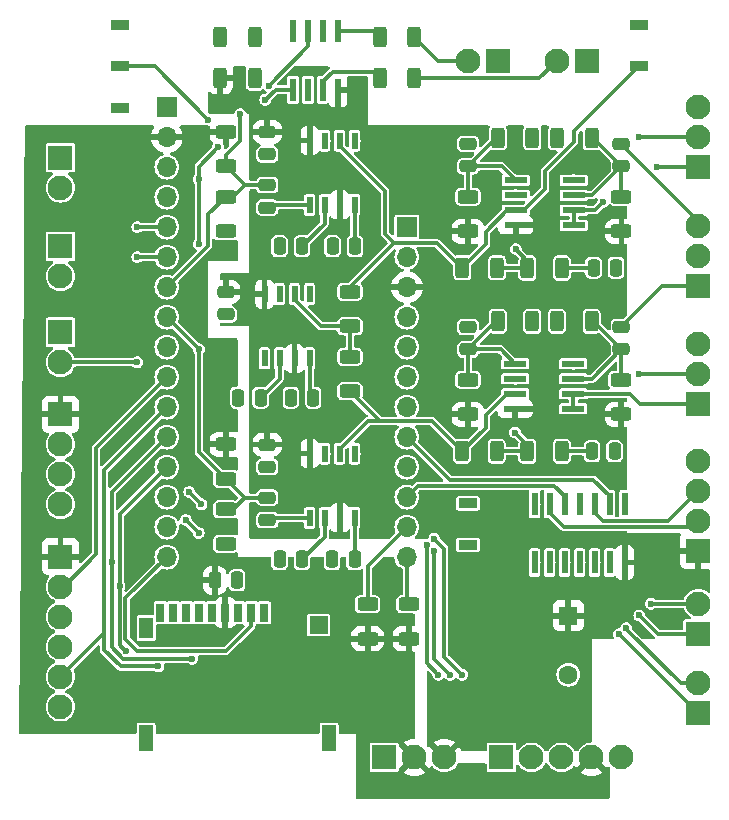
<source format=gtl>
G04 #@! TF.GenerationSoftware,KiCad,Pcbnew,8.0.6*
G04 #@! TF.CreationDate,2025-02-02T01:28:10-08:00*
G04 #@! TF.ProjectId,Cymatics,43796d61-7469-4637-932e-6b696361645f,rev?*
G04 #@! TF.SameCoordinates,Original*
G04 #@! TF.FileFunction,Copper,L1,Top*
G04 #@! TF.FilePolarity,Positive*
%FSLAX46Y46*%
G04 Gerber Fmt 4.6, Leading zero omitted, Abs format (unit mm)*
G04 Created by KiCad (PCBNEW 8.0.6) date 2025-02-02 01:28:10*
%MOMM*%
%LPD*%
G01*
G04 APERTURE LIST*
G04 Aperture macros list*
%AMRoundRect*
0 Rectangle with rounded corners*
0 $1 Rounding radius*
0 $2 $3 $4 $5 $6 $7 $8 $9 X,Y pos of 4 corners*
0 Add a 4 corners polygon primitive as box body*
4,1,4,$2,$3,$4,$5,$6,$7,$8,$9,$2,$3,0*
0 Add four circle primitives for the rounded corners*
1,1,$1+$1,$2,$3*
1,1,$1+$1,$4,$5*
1,1,$1+$1,$6,$7*
1,1,$1+$1,$8,$9*
0 Add four rect primitives between the rounded corners*
20,1,$1+$1,$2,$3,$4,$5,0*
20,1,$1+$1,$4,$5,$6,$7,0*
20,1,$1+$1,$6,$7,$8,$9,0*
20,1,$1+$1,$8,$9,$2,$3,0*%
G04 Aperture macros list end*
G04 #@! TA.AperFunction,SMDPad,CuDef*
%ADD10R,0.533400X1.460500*%
G04 #@! TD*
G04 #@! TA.AperFunction,SMDPad,CuDef*
%ADD11R,0.558800X1.981200*%
G04 #@! TD*
G04 #@! TA.AperFunction,SMDPad,CuDef*
%ADD12R,1.600200X0.812800*%
G04 #@! TD*
G04 #@! TA.AperFunction,SMDPad,CuDef*
%ADD13R,1.981200X0.558800*%
G04 #@! TD*
G04 #@! TA.AperFunction,SMDPad,CuDef*
%ADD14RoundRect,0.250000X-0.625000X0.312500X-0.625000X-0.312500X0.625000X-0.312500X0.625000X0.312500X0*%
G04 #@! TD*
G04 #@! TA.AperFunction,ComponentPad*
%ADD15R,2.100000X2.100000*%
G04 #@! TD*
G04 #@! TA.AperFunction,ComponentPad*
%ADD16C,2.100000*%
G04 #@! TD*
G04 #@! TA.AperFunction,SMDPad,CuDef*
%ADD17RoundRect,0.250000X0.250000X0.475000X-0.250000X0.475000X-0.250000X-0.475000X0.250000X-0.475000X0*%
G04 #@! TD*
G04 #@! TA.AperFunction,SMDPad,CuDef*
%ADD18RoundRect,0.250000X0.625000X-0.312500X0.625000X0.312500X-0.625000X0.312500X-0.625000X-0.312500X0*%
G04 #@! TD*
G04 #@! TA.AperFunction,SMDPad,CuDef*
%ADD19RoundRect,0.250000X0.475000X-0.250000X0.475000X0.250000X-0.475000X0.250000X-0.475000X-0.250000X0*%
G04 #@! TD*
G04 #@! TA.AperFunction,SMDPad,CuDef*
%ADD20RoundRect,0.250000X0.312500X0.625000X-0.312500X0.625000X-0.312500X-0.625000X0.312500X-0.625000X0*%
G04 #@! TD*
G04 #@! TA.AperFunction,SMDPad,CuDef*
%ADD21R,0.700000X1.600000*%
G04 #@! TD*
G04 #@! TA.AperFunction,SMDPad,CuDef*
%ADD22R,1.200000X1.800000*%
G04 #@! TD*
G04 #@! TA.AperFunction,SMDPad,CuDef*
%ADD23R,1.600000X1.500000*%
G04 #@! TD*
G04 #@! TA.AperFunction,SMDPad,CuDef*
%ADD24R,1.200000X2.200000*%
G04 #@! TD*
G04 #@! TA.AperFunction,ComponentPad*
%ADD25R,1.700000X1.700000*%
G04 #@! TD*
G04 #@! TA.AperFunction,ComponentPad*
%ADD26O,1.700000X1.700000*%
G04 #@! TD*
G04 #@! TA.AperFunction,SMDPad,CuDef*
%ADD27RoundRect,0.250000X-0.475000X0.250000X-0.475000X-0.250000X0.475000X-0.250000X0.475000X0.250000X0*%
G04 #@! TD*
G04 #@! TA.AperFunction,ComponentPad*
%ADD28R,1.600000X1.600000*%
G04 #@! TD*
G04 #@! TA.AperFunction,ComponentPad*
%ADD29C,1.600000*%
G04 #@! TD*
G04 #@! TA.AperFunction,SMDPad,CuDef*
%ADD30RoundRect,0.250000X-0.250000X-0.475000X0.250000X-0.475000X0.250000X0.475000X-0.250000X0.475000X0*%
G04 #@! TD*
G04 #@! TA.AperFunction,SMDPad,CuDef*
%ADD31RoundRect,0.250000X-0.312500X-0.625000X0.312500X-0.625000X0.312500X0.625000X-0.312500X0.625000X0*%
G04 #@! TD*
G04 #@! TA.AperFunction,ViaPad*
%ADD32C,0.600000*%
G04 #@! TD*
G04 #@! TA.AperFunction,Conductor*
%ADD33C,0.300000*%
G04 #@! TD*
G04 APERTURE END LIST*
D10*
X131586625Y-90275850D03*
X130316625Y-90275850D03*
X129046625Y-90275850D03*
X127776625Y-90275850D03*
X127776625Y-95724150D03*
X129046625Y-95724150D03*
X130316625Y-95724150D03*
X131586625Y-95724150D03*
D11*
X158270000Y-108072400D03*
X157000000Y-108072400D03*
X155730000Y-108072400D03*
X154460000Y-108072400D03*
X153190000Y-108072400D03*
X151920000Y-108072400D03*
X150650000Y-108072400D03*
X150650000Y-113000000D03*
X151920000Y-113000000D03*
X153190000Y-113000000D03*
X154460000Y-113000000D03*
X155730000Y-113000000D03*
X157000000Y-113000000D03*
X158270000Y-113000000D03*
D12*
X115500000Y-67500000D03*
X115500000Y-74500000D03*
X115500000Y-71000000D03*
X145000000Y-111500000D03*
X145000000Y-108000000D03*
X159500000Y-67500000D03*
X159500000Y-71000000D03*
D10*
X135405000Y-103775850D03*
X134135000Y-103775850D03*
X132865000Y-103775850D03*
X131595000Y-103775850D03*
X131595000Y-109224150D03*
X132865000Y-109224150D03*
X134135000Y-109224150D03*
X135405000Y-109224150D03*
D13*
X153926300Y-99985000D03*
X153926300Y-98715000D03*
X153926300Y-97445000D03*
X153926300Y-96175000D03*
X148998700Y-96175000D03*
X148998700Y-97445000D03*
X148998700Y-98715000D03*
X148998700Y-99985000D03*
D11*
X134000000Y-68036200D03*
X132730000Y-68036200D03*
X131460000Y-68036200D03*
X130190000Y-68036200D03*
X130190000Y-72963800D03*
X131460000Y-72963800D03*
X132730000Y-72963800D03*
X134000000Y-72963800D03*
D10*
X135405000Y-77275850D03*
X134135000Y-77275850D03*
X132865000Y-77275850D03*
X131595000Y-77275850D03*
X131595000Y-82724150D03*
X132865000Y-82724150D03*
X134135000Y-82724150D03*
X135405000Y-82724150D03*
D13*
X153963800Y-84445000D03*
X153963800Y-83175000D03*
X153963800Y-81905000D03*
X153963800Y-80635000D03*
X149036200Y-80635000D03*
X149036200Y-81905000D03*
X149036200Y-83175000D03*
X149036200Y-84445000D03*
D14*
X135000000Y-90079125D03*
X135000000Y-93004125D03*
D15*
X155040000Y-70500000D03*
D16*
X152500000Y-70500000D03*
D17*
X125450000Y-114500000D03*
X123550000Y-114500000D03*
D18*
X158000000Y-84962500D03*
X158000000Y-82037500D03*
D19*
X128000000Y-78450000D03*
X128000000Y-76550000D03*
D15*
X110500000Y-93500000D03*
D16*
X110500000Y-96040000D03*
D20*
X147462500Y-88040000D03*
X144537500Y-88040000D03*
D21*
X127750000Y-117250000D03*
X126650000Y-117250000D03*
X125550000Y-117250000D03*
X124450000Y-117250000D03*
X123350000Y-117250000D03*
X122250000Y-117250000D03*
X121150000Y-117250000D03*
X120050000Y-117250000D03*
X118950000Y-117250000D03*
D22*
X117750000Y-118550000D03*
D23*
X132350000Y-118300000D03*
D24*
X117750000Y-127850000D03*
X133250000Y-127850000D03*
D15*
X110500000Y-112500000D03*
D16*
X110500000Y-115040000D03*
X110500000Y-117580000D03*
X110500000Y-120120000D03*
X110500000Y-122660000D03*
X110500000Y-125200000D03*
D25*
X139826000Y-84600000D03*
D26*
X139826000Y-87140000D03*
X139826000Y-89680000D03*
X139826000Y-92220000D03*
X139826000Y-94760000D03*
X139826000Y-97300000D03*
X139826000Y-99840000D03*
X139826000Y-102380000D03*
X139826000Y-104920000D03*
X139826000Y-107460000D03*
X139826000Y-110000000D03*
X139826000Y-112540000D03*
D20*
X152962500Y-103580000D03*
X150037500Y-103580000D03*
D19*
X145000000Y-94950000D03*
X145000000Y-93050000D03*
D15*
X110500000Y-100460000D03*
D16*
X110500000Y-103000000D03*
X110500000Y-105540000D03*
X110500000Y-108080000D03*
D19*
X128000000Y-104912500D03*
X128000000Y-103012500D03*
D18*
X145000000Y-100462500D03*
X145000000Y-97537500D03*
D27*
X128000000Y-107512500D03*
X128000000Y-109412500D03*
D15*
X164500000Y-119040000D03*
D16*
X164500000Y-116500000D03*
D28*
X153500000Y-117500000D03*
D29*
X153500000Y-122500000D03*
D15*
X164500000Y-125770000D03*
D16*
X164500000Y-123230000D03*
D30*
X129050000Y-112724150D03*
X130950000Y-112724150D03*
D18*
X145000000Y-84962500D03*
X145000000Y-82037500D03*
D14*
X124500000Y-108500000D03*
X124500000Y-111425000D03*
D30*
X129050000Y-86224150D03*
X130950000Y-86224150D03*
D14*
X135000000Y-95579125D03*
X135000000Y-98504125D03*
D30*
X130000000Y-99041625D03*
X131900000Y-99041625D03*
D20*
X147425000Y-103580000D03*
X144500000Y-103580000D03*
D31*
X147537500Y-77040000D03*
X150462500Y-77040000D03*
D27*
X128000000Y-81050000D03*
X128000000Y-82950000D03*
D31*
X124037500Y-72000000D03*
X126962500Y-72000000D03*
D15*
X110500000Y-86230000D03*
D16*
X110500000Y-88770000D03*
D17*
X157544894Y-88034150D03*
X155644894Y-88034150D03*
D30*
X133500000Y-112724150D03*
X135400000Y-112724150D03*
D19*
X145000000Y-79450000D03*
X145000000Y-77550000D03*
X124500000Y-91991625D03*
X124500000Y-90091625D03*
D20*
X155462500Y-77040000D03*
X152537500Y-77040000D03*
X155462500Y-92580000D03*
X152537500Y-92580000D03*
D14*
X124500000Y-82037500D03*
X124500000Y-84962500D03*
D30*
X133550000Y-86224150D03*
X135450000Y-86224150D03*
X125550000Y-99041625D03*
X127450000Y-99041625D03*
D15*
X147840000Y-129500000D03*
D16*
X150380000Y-129500000D03*
X152920000Y-129500000D03*
X155460000Y-129500000D03*
X158000000Y-129500000D03*
D20*
X140462500Y-68500000D03*
X137537500Y-68500000D03*
D31*
X147537500Y-92580000D03*
X150462500Y-92580000D03*
D20*
X126962500Y-68500000D03*
X124037500Y-68500000D03*
D27*
X158000000Y-93050000D03*
X158000000Y-94950000D03*
D19*
X158000000Y-79450000D03*
X158000000Y-77550000D03*
D14*
X124500000Y-103000000D03*
X124500000Y-105925000D03*
X124500000Y-76537500D03*
X124500000Y-79462500D03*
D18*
X157962500Y-100462500D03*
X157962500Y-97537500D03*
D20*
X140462500Y-72000000D03*
X137537500Y-72000000D03*
D25*
X119500000Y-74440000D03*
D26*
X119500000Y-76980000D03*
X119500000Y-79520000D03*
X119500000Y-82060000D03*
X119500000Y-84600000D03*
X119500000Y-87140000D03*
X119500000Y-89680000D03*
X119500000Y-92220000D03*
X119500000Y-94760000D03*
X119500000Y-97300000D03*
X119500000Y-99840000D03*
X119500000Y-102380000D03*
X119500000Y-104920000D03*
X119500000Y-107460000D03*
X119500000Y-110000000D03*
X119500000Y-112540000D03*
D15*
X164500000Y-99580000D03*
D16*
X164500000Y-97040000D03*
X164500000Y-94500000D03*
D15*
X147580000Y-70500000D03*
D16*
X145040000Y-70500000D03*
D15*
X164500000Y-79540000D03*
D16*
X164500000Y-77000000D03*
X164500000Y-74460000D03*
D14*
X136500000Y-116537500D03*
X136500000Y-119462500D03*
D15*
X137920000Y-129500000D03*
D16*
X140460000Y-129500000D03*
X143000000Y-129500000D03*
D20*
X152962500Y-88080000D03*
X150037500Y-88080000D03*
D14*
X140000000Y-116537500D03*
X140000000Y-119462500D03*
D15*
X164500000Y-112000000D03*
D16*
X164500000Y-109460000D03*
X164500000Y-106920000D03*
X164500000Y-104380000D03*
D15*
X110500000Y-78730000D03*
D16*
X110500000Y-81270000D03*
D17*
X157412500Y-103580000D03*
X155512500Y-103580000D03*
D15*
X164500000Y-89580000D03*
D16*
X164500000Y-87040000D03*
X164500000Y-84500000D03*
D32*
X123000000Y-75500000D03*
X131460000Y-72963800D03*
X132730000Y-68036200D03*
X126962500Y-72000000D03*
X126962500Y-68500000D03*
X122210000Y-94930000D03*
X159500000Y-77000000D03*
X145000000Y-77550000D03*
X132865000Y-82724150D03*
X135405000Y-77275850D03*
X145000000Y-111500000D03*
X130000000Y-99041625D03*
X117750000Y-127850000D03*
X158270000Y-108072400D03*
X129050000Y-86224150D03*
X157000000Y-113000000D03*
X153190000Y-113000000D03*
X152537500Y-92580000D03*
X132350000Y-118300000D03*
X157412500Y-103580000D03*
X150650000Y-108072400D03*
X120050000Y-117250000D03*
X127750000Y-117250000D03*
X133250000Y-127850000D03*
X122250000Y-117250000D03*
X154460000Y-108072400D03*
X153963800Y-80635000D03*
X150462500Y-77040000D03*
X133550000Y-86224150D03*
X118950000Y-117250000D03*
X132865000Y-103775850D03*
X115500000Y-67500000D03*
X129046625Y-90275850D03*
X133500000Y-112724150D03*
X130190000Y-68036200D03*
X132865000Y-77275850D03*
X129050000Y-112724150D03*
X153926300Y-96175000D03*
X128000000Y-104912500D03*
X157544894Y-88034150D03*
X124500000Y-111425000D03*
X125500000Y-114500000D03*
X117750000Y-118550000D03*
X150462500Y-92580000D03*
X159500000Y-67500000D03*
X128000000Y-78450000D03*
X124500000Y-91991625D03*
X125550000Y-99041625D03*
X124037500Y-68500000D03*
X152537500Y-77040000D03*
X124500000Y-84962500D03*
X124500000Y-79462500D03*
X161000000Y-79540000D03*
X156460000Y-82460000D03*
X149036200Y-86463800D03*
X149036200Y-81905000D03*
X160500000Y-116500000D03*
X155730000Y-113000000D03*
X154460000Y-113000000D03*
X159511447Y-117488553D03*
X118800000Y-121800000D03*
X123350000Y-117250000D03*
X117000000Y-87140000D03*
X125550000Y-117250000D03*
X114850000Y-113000000D03*
X121650000Y-121150000D03*
X117000000Y-84600000D03*
X115500000Y-115000000D03*
X121150000Y-117250000D03*
X116040380Y-120459620D03*
X143500000Y-122500000D03*
X142150000Y-112000000D03*
X122200000Y-110500000D03*
X121100000Y-109400000D03*
X121410000Y-107030000D03*
X122440000Y-108060000D03*
X144500000Y-122500000D03*
X142150000Y-111000000D03*
X142500000Y-122500000D03*
X141500000Y-111500000D03*
X151920000Y-113000000D03*
X158401637Y-118557772D03*
X157799502Y-119084496D03*
X150650000Y-113000000D03*
X129046625Y-95724150D03*
X131586625Y-90275850D03*
X159500000Y-97040000D03*
X145000000Y-93050000D03*
X135405000Y-103775850D03*
X132865000Y-109224150D03*
X122210000Y-86050760D03*
X115500000Y-74500000D03*
X127837348Y-73837348D03*
X122210000Y-80532943D03*
X149000000Y-102000000D03*
X148998700Y-97445000D03*
X144500000Y-103580000D03*
X145000000Y-108000000D03*
X127776625Y-95724150D03*
X117000000Y-96040000D03*
X123843674Y-77843674D03*
X125725000Y-75030456D03*
X128127728Y-72627728D03*
D33*
X123000000Y-86180000D02*
X123000000Y-83537500D01*
X119500000Y-89680000D02*
X123000000Y-86180000D01*
X123000000Y-83537500D02*
X124500000Y-82037500D01*
X125100000Y-82037500D02*
X124500000Y-82037500D01*
X126087500Y-81050000D02*
X125100000Y-82037500D01*
X125100000Y-108500000D02*
X124500000Y-108500000D01*
X126087500Y-107512500D02*
X125100000Y-108500000D01*
X122210000Y-103635000D02*
X122210000Y-94930000D01*
X124500000Y-105925000D02*
X122210000Y-103635000D01*
X122210000Y-94930000D02*
X119500000Y-92220000D01*
X122200000Y-110500000D02*
X121100000Y-109400000D01*
X122440000Y-108060000D02*
X121410000Y-107030000D01*
X147410000Y-77040000D02*
X147537500Y-77040000D01*
X145000000Y-79450000D02*
X147410000Y-77040000D01*
X147851200Y-79450000D02*
X149036200Y-80635000D01*
X145000000Y-79450000D02*
X145000000Y-82037500D01*
X145000000Y-79450000D02*
X147851200Y-79450000D01*
X159500000Y-77000000D02*
X164500000Y-77000000D01*
X132865000Y-84309150D02*
X130950000Y-86224150D01*
X132865000Y-82724150D02*
X132865000Y-84309150D01*
X135405000Y-82724150D02*
X135405000Y-86179150D01*
X135405000Y-86179150D02*
X135450000Y-86224150D01*
X131595000Y-82724150D02*
X128225850Y-82724150D01*
X128225850Y-82724150D02*
X128000000Y-82950000D01*
X155599044Y-88080000D02*
X155644894Y-88034150D01*
X152962500Y-88080000D02*
X155599044Y-88080000D01*
X155545000Y-81905000D02*
X153963800Y-81905000D01*
X158000000Y-79450000D02*
X155590000Y-77040000D01*
X155590000Y-77040000D02*
X155462500Y-77040000D01*
X158000000Y-79450000D02*
X155545000Y-81905000D01*
X158000000Y-79450000D02*
X158000000Y-82037500D01*
X155745000Y-83175000D02*
X153963800Y-83175000D01*
X156460000Y-82460000D02*
X155745000Y-83175000D01*
X153963800Y-83175000D02*
X153963800Y-84445000D01*
X161000000Y-79540000D02*
X164500000Y-79540000D01*
X134135000Y-77739400D02*
X134135000Y-77275850D01*
X138766000Y-85940000D02*
X135000000Y-89706000D01*
X138000000Y-81567800D02*
X138000000Y-85174000D01*
X149736200Y-83175000D02*
X149036200Y-83175000D01*
X135000000Y-89706000D02*
X135000000Y-90079125D01*
X149036200Y-83175000D02*
X148325000Y-83175000D01*
X138000000Y-85174000D02*
X138766000Y-85940000D01*
X154000000Y-76500000D02*
X154000000Y-77370456D01*
X151500000Y-81411200D02*
X149736200Y-83175000D01*
X144460000Y-88040000D02*
X142360000Y-85940000D01*
X138766000Y-85940000D02*
X139139125Y-85940000D01*
X159500000Y-71000000D02*
X154000000Y-76500000D01*
X136966100Y-80533900D02*
X138000000Y-81567800D01*
X134135000Y-77275850D02*
X134135000Y-77702800D01*
X154000000Y-77370456D02*
X151500000Y-79870456D01*
X134135000Y-77702800D02*
X136966100Y-80533900D01*
X146500000Y-85000000D02*
X146500000Y-86077500D01*
X148325000Y-83175000D02*
X146500000Y-85000000D01*
X151500000Y-79870456D02*
X151500000Y-81411200D01*
X146500000Y-86077500D02*
X144537500Y-88040000D01*
X144537500Y-88040000D02*
X144460000Y-88040000D01*
X142360000Y-85940000D02*
X139139125Y-85940000D01*
X150037500Y-87465100D02*
X150037500Y-88080000D01*
X149036200Y-86463800D02*
X150037500Y-87465100D01*
X147462500Y-88040000D02*
X149997500Y-88040000D01*
X134000000Y-68036200D02*
X137073700Y-68036200D01*
X137073700Y-68036200D02*
X137537500Y-68500000D01*
X160500000Y-116500000D02*
X164500000Y-116500000D01*
X164500000Y-84050000D02*
X158000000Y-77550000D01*
X164500000Y-84500000D02*
X164500000Y-84050000D01*
X164500000Y-89580000D02*
X161470000Y-89580000D01*
X161470000Y-89580000D02*
X158000000Y-93050000D01*
X142462500Y-70500000D02*
X145040000Y-70500000D01*
X140462500Y-68500000D02*
X142462500Y-70500000D01*
X114200000Y-120407107D02*
X114200000Y-118960000D01*
X115592893Y-121800000D02*
X114200000Y-120407107D01*
X119500000Y-99840000D02*
X114200000Y-105140000D01*
X114200000Y-118960000D02*
X110500000Y-122660000D01*
X118800000Y-121800000D02*
X115592893Y-121800000D01*
X119500000Y-99840000D02*
X119500000Y-99839999D01*
X114200000Y-105140000D02*
X114200000Y-118960000D01*
X110500000Y-115040000D02*
X110760000Y-115040000D01*
X113500000Y-112300000D02*
X113500000Y-103300000D01*
X110760000Y-115040000D02*
X113500000Y-112300000D01*
X113500000Y-103300000D02*
X119500000Y-97300000D01*
X155505000Y-97445000D02*
X153926300Y-97445000D01*
X158000000Y-94950000D02*
X155630000Y-92580000D01*
X155630000Y-92580000D02*
X155462500Y-92580000D01*
X158000000Y-94950000D02*
X155505000Y-97445000D01*
X158000000Y-97500000D02*
X157962500Y-97537500D01*
X158000000Y-94950000D02*
X158000000Y-97500000D01*
X117000000Y-87140000D02*
X119500000Y-87140000D01*
X114850000Y-113000000D02*
X114850000Y-107030000D01*
X115811521Y-121150000D02*
X121650000Y-121150000D01*
X114850000Y-107030000D02*
X119500000Y-102380000D01*
X114850000Y-120188479D02*
X115811521Y-121150000D01*
X114850000Y-113000000D02*
X114850000Y-120188479D01*
X117000000Y-84600000D02*
X119500000Y-84600000D01*
X124500000Y-120500000D02*
X126650000Y-118350000D01*
X116999999Y-120500000D02*
X124500000Y-120500000D01*
X126650000Y-118350000D02*
X126650000Y-117250000D01*
X119500000Y-112540000D02*
X116000000Y-116040000D01*
X116000000Y-119500001D02*
X116999999Y-120500000D01*
X116000000Y-116040000D02*
X116000000Y-119500001D01*
X115500000Y-120000000D02*
X115500000Y-108920000D01*
X115500000Y-108920000D02*
X119500000Y-104920000D01*
X115959620Y-120459620D02*
X115500000Y-120000000D01*
X116040380Y-120459620D02*
X115959620Y-120459620D01*
X142150000Y-121150000D02*
X142150000Y-112000000D01*
X143500000Y-122500000D02*
X142150000Y-121150000D01*
X157000000Y-107372400D02*
X157000000Y-108072400D01*
X139826000Y-102380000D02*
X143446000Y-106000000D01*
X155627600Y-106000000D02*
X157000000Y-107372400D01*
X143446000Y-106000000D02*
X155627600Y-106000000D01*
X152317600Y-106500000D02*
X153190000Y-107372400D01*
X153190000Y-107372400D02*
X153190000Y-108072400D01*
X140786000Y-106500000D02*
X152317600Y-106500000D01*
X139826000Y-107460000D02*
X140786000Y-106500000D01*
X139826000Y-116363500D02*
X140000000Y-116537500D01*
X139826000Y-112540000D02*
X139826000Y-115000000D01*
X139826000Y-115000000D02*
X139826000Y-116363500D01*
X136500000Y-113326000D02*
X136500000Y-116537500D01*
X138413000Y-111413000D02*
X136500000Y-113326000D01*
X139826000Y-110000000D02*
X138413000Y-111413000D01*
X143000000Y-121000000D02*
X143000000Y-111850000D01*
X144500000Y-122500000D02*
X143000000Y-121000000D01*
X143000000Y-111850000D02*
X142150000Y-111000000D01*
X141500000Y-121500000D02*
X142500000Y-122500000D01*
X141500000Y-111500000D02*
X141500000Y-121500000D01*
X162999240Y-123230000D02*
X164500000Y-123230000D01*
X158401637Y-118632397D02*
X162999240Y-123230000D01*
X158401637Y-118557772D02*
X158401637Y-118632397D01*
X157799502Y-119084496D02*
X157814496Y-119084496D01*
X157814496Y-119084496D02*
X164500000Y-125770000D01*
X155730000Y-108072400D02*
X155730000Y-108783600D01*
X155730000Y-108783600D02*
X156446400Y-109500000D01*
X156446400Y-109500000D02*
X161920000Y-109500000D01*
X161920000Y-109500000D02*
X164500000Y-106920000D01*
X163960000Y-110000000D02*
X164500000Y-109460000D01*
X153136400Y-110000000D02*
X163960000Y-110000000D01*
X151920000Y-108783600D02*
X153136400Y-110000000D01*
X151920000Y-108072400D02*
X151920000Y-108783600D01*
X129046625Y-95724150D02*
X129046625Y-97445000D01*
X129046625Y-97445000D02*
X127450000Y-99041625D01*
X145000000Y-94950000D02*
X147773700Y-94950000D01*
X145000000Y-94950000D02*
X145000000Y-97537500D01*
X145000000Y-94950000D02*
X147370000Y-92580000D01*
X147773700Y-94950000D02*
X148998700Y-96175000D01*
X147370000Y-92580000D02*
X147537500Y-92580000D01*
X159500000Y-97040000D02*
X164500000Y-97040000D01*
X152962500Y-103580000D02*
X155512500Y-103580000D01*
X132865000Y-109224150D02*
X132865000Y-110809150D01*
X132865000Y-110809150D02*
X130950000Y-112724150D01*
X135405000Y-112719150D02*
X135400000Y-112724150D01*
X135405000Y-109224150D02*
X135405000Y-112719150D01*
X131595000Y-109224150D02*
X128188350Y-109224150D01*
X128188350Y-109224150D02*
X128000000Y-109412500D01*
X126087500Y-107512500D02*
X128000000Y-107512500D01*
X124500000Y-105925000D02*
X126087500Y-107512500D01*
X136975000Y-71437500D02*
X137537500Y-72000000D01*
X132730000Y-72252600D02*
X133545100Y-71437500D01*
X132730000Y-72963800D02*
X132730000Y-72252600D01*
X133545100Y-71437500D02*
X136975000Y-71437500D01*
X158715000Y-98715000D02*
X159580000Y-99580000D01*
X159580000Y-99580000D02*
X164500000Y-99580000D01*
X153926300Y-98715000D02*
X158715000Y-98715000D01*
X153926300Y-98715000D02*
X153926300Y-99985000D01*
X150037500Y-103037500D02*
X150037500Y-103580000D01*
X147425000Y-103580000D02*
X150037500Y-103580000D01*
X149000000Y-102000000D02*
X150037500Y-103037500D01*
X148998700Y-98715000D02*
X148287500Y-98715000D01*
X136500000Y-101040000D02*
X134135000Y-103405000D01*
X137540000Y-101040000D02*
X135004125Y-98504125D01*
X135004125Y-98504125D02*
X135000000Y-98504125D01*
X146500000Y-101580000D02*
X144500000Y-103580000D01*
X148287500Y-98715000D02*
X146500000Y-100502500D01*
X134135000Y-103405000D02*
X134135000Y-103775850D01*
X144500000Y-103580000D02*
X141960000Y-101040000D01*
X146500000Y-100502500D02*
X146500000Y-101580000D01*
X141960000Y-101040000D02*
X137540000Y-101040000D01*
X137540000Y-101040000D02*
X136500000Y-101040000D01*
X151000000Y-72000000D02*
X152500000Y-70500000D01*
X140462500Y-72000000D02*
X151000000Y-72000000D01*
X131586625Y-95724150D02*
X131586625Y-98728250D01*
X131586625Y-98728250D02*
X131900000Y-99041625D01*
X117000000Y-96040000D02*
X110500000Y-96040000D01*
X132581350Y-93004125D02*
X135000000Y-93004125D01*
X130316625Y-90739400D02*
X132581350Y-93004125D01*
X135000000Y-93004125D02*
X135000000Y-95579125D01*
X130316625Y-90275850D02*
X130316625Y-90739400D01*
X161062894Y-119040000D02*
X164500000Y-119040000D01*
X159511447Y-117488553D02*
X161062894Y-119040000D01*
X118500000Y-71000000D02*
X115500000Y-71000000D01*
X123000000Y-75500000D02*
X118500000Y-71000000D01*
X122210000Y-80532943D02*
X122210000Y-86050760D01*
X128000000Y-81050000D02*
X126500000Y-81050000D01*
X126087500Y-81050000D02*
X126500000Y-81050000D01*
X124500000Y-79462500D02*
X126087500Y-81050000D01*
X123843674Y-77843674D02*
X122210000Y-79477348D01*
X122210000Y-79477348D02*
X122210000Y-80532943D01*
X124500000Y-79462500D02*
X124500000Y-78500000D01*
X125725000Y-77275000D02*
X125725000Y-75030456D01*
X124500000Y-78500000D02*
X125725000Y-77275000D01*
X128710896Y-72963800D02*
X130190000Y-72963800D01*
X127837348Y-73837348D02*
X128710896Y-72963800D01*
X128127728Y-72627728D02*
X131460000Y-69295456D01*
X131460000Y-69295456D02*
X131460000Y-68036200D01*
G04 #@! TA.AperFunction,Conductor*
G36*
X118366995Y-76019685D02*
G01*
X118412750Y-76072489D01*
X118422694Y-76141647D01*
X118401531Y-76195123D01*
X118326400Y-76302420D01*
X118326399Y-76302422D01*
X118226570Y-76516507D01*
X118226567Y-76516513D01*
X118169364Y-76729999D01*
X118169364Y-76730000D01*
X119066988Y-76730000D01*
X119034075Y-76787007D01*
X119000000Y-76914174D01*
X119000000Y-77045826D01*
X119034075Y-77172993D01*
X119066988Y-77230000D01*
X118169364Y-77230000D01*
X118226567Y-77443486D01*
X118226570Y-77443492D01*
X118326399Y-77657578D01*
X118461894Y-77851082D01*
X118628917Y-78018105D01*
X118822421Y-78153600D01*
X119036507Y-78253429D01*
X119036516Y-78253433D01*
X119158649Y-78286158D01*
X119218310Y-78322523D01*
X119248839Y-78385369D01*
X119240545Y-78454745D01*
X119196059Y-78508623D01*
X119162552Y-78524593D01*
X119096046Y-78544767D01*
X118965358Y-78614622D01*
X118913550Y-78642315D01*
X118913548Y-78642316D01*
X118913547Y-78642317D01*
X118753589Y-78773589D01*
X118622317Y-78933547D01*
X118524769Y-79116043D01*
X118524768Y-79116045D01*
X118524768Y-79116046D01*
X118517898Y-79138692D01*
X118464699Y-79314067D01*
X118444417Y-79520000D01*
X118464699Y-79725932D01*
X118487092Y-79799752D01*
X118524768Y-79923954D01*
X118622315Y-80106450D01*
X118656123Y-80147646D01*
X118753589Y-80266410D01*
X118838206Y-80335852D01*
X118913550Y-80397685D01*
X119096046Y-80495232D01*
X119294066Y-80555300D01*
X119294065Y-80555300D01*
X119312529Y-80557118D01*
X119500000Y-80575583D01*
X119705934Y-80555300D01*
X119903954Y-80495232D01*
X120086450Y-80397685D01*
X120246410Y-80266410D01*
X120377685Y-80106450D01*
X120475232Y-79923954D01*
X120535300Y-79725934D01*
X120555583Y-79520000D01*
X120535300Y-79314066D01*
X120475232Y-79116046D01*
X120377685Y-78933550D01*
X120265792Y-78797207D01*
X120246410Y-78773589D01*
X120086452Y-78642317D01*
X120086453Y-78642317D01*
X120086450Y-78642315D01*
X119903954Y-78544768D01*
X119837447Y-78524593D01*
X119779009Y-78486296D01*
X119750553Y-78422484D01*
X119761113Y-78353417D01*
X119807337Y-78301023D01*
X119841350Y-78286158D01*
X119963483Y-78253433D01*
X119963492Y-78253429D01*
X120177578Y-78153600D01*
X120371082Y-78018105D01*
X120538105Y-77851082D01*
X120673600Y-77657578D01*
X120773429Y-77443492D01*
X120773432Y-77443486D01*
X120830636Y-77230000D01*
X119933012Y-77230000D01*
X119965925Y-77172993D01*
X120000000Y-77045826D01*
X120000000Y-76914174D01*
X119965925Y-76787007D01*
X119933012Y-76730000D01*
X120830636Y-76730000D01*
X120830635Y-76729999D01*
X120773432Y-76516513D01*
X120773429Y-76516507D01*
X120673600Y-76302422D01*
X120673599Y-76302420D01*
X120598469Y-76195123D01*
X120576142Y-76128917D01*
X120593152Y-76061150D01*
X120644100Y-76013337D01*
X120700044Y-76000000D01*
X122915693Y-76000000D01*
X122922684Y-76000500D01*
X123005516Y-76000500D01*
X123072555Y-76020185D01*
X123118310Y-76072989D01*
X123128874Y-76137103D01*
X123125000Y-76175014D01*
X123125000Y-76287500D01*
X124626000Y-76287500D01*
X124693039Y-76307185D01*
X124738794Y-76359989D01*
X124750000Y-76411500D01*
X124750000Y-77608746D01*
X124772963Y-77650800D01*
X124767979Y-77720492D01*
X124739478Y-77764839D01*
X124560482Y-77943834D01*
X124499159Y-77977319D01*
X124429467Y-77972335D01*
X124373534Y-77930463D01*
X124349117Y-77864999D01*
X124349564Y-77852543D01*
X124349321Y-77852543D01*
X124349321Y-77843674D01*
X124328839Y-77701217D01*
X124328838Y-77701215D01*
X124269051Y-77570301D01*
X124269050Y-77570300D01*
X124265367Y-77562235D01*
X124266827Y-77561567D01*
X124250000Y-77504247D01*
X124250000Y-76787500D01*
X123125001Y-76787500D01*
X123125001Y-76899986D01*
X123135494Y-77002697D01*
X123190641Y-77169119D01*
X123190643Y-77169124D01*
X123282684Y-77318345D01*
X123393893Y-77429554D01*
X123427378Y-77490877D01*
X123422394Y-77560569D01*
X123419006Y-77568746D01*
X123358509Y-77701215D01*
X123358509Y-77701216D01*
X123342226Y-77814462D01*
X123313200Y-77878017D01*
X123307169Y-77884495D01*
X121929532Y-79262133D01*
X121929528Y-79262139D01*
X121886195Y-79337192D01*
X121886196Y-79337193D01*
X121883385Y-79342062D01*
X121859500Y-79431204D01*
X121859500Y-80126906D01*
X121839815Y-80193945D01*
X121829214Y-80208107D01*
X121784625Y-80259566D01*
X121784622Y-80259571D01*
X121724834Y-80390486D01*
X121704353Y-80532943D01*
X121724834Y-80675399D01*
X121784622Y-80806314D01*
X121784623Y-80806316D01*
X121829213Y-80857776D01*
X121858238Y-80921331D01*
X121859500Y-80938978D01*
X121859500Y-85644723D01*
X121839815Y-85711762D01*
X121829214Y-85725924D01*
X121784625Y-85777383D01*
X121784622Y-85777388D01*
X121724834Y-85908303D01*
X121704353Y-86050760D01*
X121724834Y-86193216D01*
X121780584Y-86315289D01*
X121784623Y-86324133D01*
X121878872Y-86432903D01*
X121976218Y-86495463D01*
X122021971Y-86548265D01*
X122031915Y-86617423D01*
X122002891Y-86680979D01*
X121996858Y-86687458D01*
X120014508Y-88669808D01*
X119953185Y-88703293D01*
X119890833Y-88700788D01*
X119705934Y-88644700D01*
X119705932Y-88644699D01*
X119705934Y-88644699D01*
X119500000Y-88624417D01*
X119294067Y-88644699D01*
X119118692Y-88697898D01*
X119100909Y-88703293D01*
X119096043Y-88704769D01*
X118994088Y-88759266D01*
X118913550Y-88802315D01*
X118913548Y-88802316D01*
X118913547Y-88802317D01*
X118753589Y-88933589D01*
X118622317Y-89093547D01*
X118622315Y-89093550D01*
X118590727Y-89152646D01*
X118524769Y-89276043D01*
X118464699Y-89474067D01*
X118444417Y-89680000D01*
X118464699Y-89885932D01*
X118464700Y-89885934D01*
X118524768Y-90083954D01*
X118622315Y-90266450D01*
X118656969Y-90308677D01*
X118753589Y-90426410D01*
X118850209Y-90505702D01*
X118913550Y-90557685D01*
X119096046Y-90655232D01*
X119294066Y-90715300D01*
X119294065Y-90715300D01*
X119312529Y-90717118D01*
X119500000Y-90735583D01*
X119705934Y-90715300D01*
X119903954Y-90655232D01*
X120086450Y-90557685D01*
X120246410Y-90426410D01*
X120377685Y-90266450D01*
X120475232Y-90083954D01*
X120535300Y-89885934D01*
X120555583Y-89680000D01*
X120535300Y-89474066D01*
X120479210Y-89289163D01*
X120478588Y-89219298D01*
X120510189Y-89165491D01*
X123280469Y-86395213D01*
X123326614Y-86315288D01*
X123339828Y-86265972D01*
X123350500Y-86226144D01*
X123350500Y-85693438D01*
X123370185Y-85626399D01*
X123422989Y-85580644D01*
X123492147Y-85570700D01*
X123548134Y-85593668D01*
X123552847Y-85597146D01*
X123552850Y-85597150D01*
X123662118Y-85677793D01*
X123704845Y-85692744D01*
X123790299Y-85722646D01*
X123820730Y-85725500D01*
X123820734Y-85725500D01*
X125179270Y-85725500D01*
X125203612Y-85723216D01*
X125209699Y-85722646D01*
X125335047Y-85678784D01*
X125404823Y-85675222D01*
X125465451Y-85709951D01*
X125497678Y-85771944D01*
X125500000Y-85795826D01*
X125500000Y-87376000D01*
X125480315Y-87443039D01*
X125427511Y-87488794D01*
X125376000Y-87500000D01*
X123000000Y-87500000D01*
X123000000Y-94000000D01*
X125376000Y-94000000D01*
X125443039Y-94019685D01*
X125488794Y-94072489D01*
X125500000Y-94124000D01*
X125500000Y-97992125D01*
X125480315Y-98059164D01*
X125427511Y-98104919D01*
X125376000Y-98116125D01*
X125245730Y-98116125D01*
X125215300Y-98118978D01*
X125215298Y-98118978D01*
X125087119Y-98163831D01*
X125087117Y-98163832D01*
X124977850Y-98244475D01*
X124897207Y-98353742D01*
X124897206Y-98353744D01*
X124852353Y-98481923D01*
X124852353Y-98481925D01*
X124849500Y-98512355D01*
X124849500Y-99570894D01*
X124852353Y-99601324D01*
X124852353Y-99601326D01*
X124897206Y-99729505D01*
X124897207Y-99729507D01*
X124977850Y-99838775D01*
X125087118Y-99919418D01*
X125129845Y-99934369D01*
X125215299Y-99964271D01*
X125245730Y-99967125D01*
X125376000Y-99967125D01*
X125443039Y-99986810D01*
X125488794Y-100039614D01*
X125500000Y-100091125D01*
X125500000Y-101849938D01*
X125480315Y-101916977D01*
X125427511Y-101962732D01*
X125358353Y-101972676D01*
X125336997Y-101967644D01*
X125277700Y-101947995D01*
X125277690Y-101947993D01*
X125174986Y-101937500D01*
X124750000Y-101937500D01*
X124750000Y-104062499D01*
X125174972Y-104062499D01*
X125174986Y-104062498D01*
X125277698Y-104052005D01*
X125336994Y-104032356D01*
X125406822Y-104029953D01*
X125466865Y-104065683D01*
X125498058Y-104128203D01*
X125500000Y-104150061D01*
X125500000Y-105091673D01*
X125480315Y-105158712D01*
X125427511Y-105204467D01*
X125358353Y-105214411D01*
X125335045Y-105208714D01*
X125209701Y-105164854D01*
X125209699Y-105164853D01*
X125179270Y-105162000D01*
X125179266Y-105162000D01*
X124284044Y-105162000D01*
X124217005Y-105142315D01*
X124196363Y-105125681D01*
X122596819Y-103526137D01*
X122563334Y-103464814D01*
X122560500Y-103438456D01*
X122560500Y-103362486D01*
X123125001Y-103362486D01*
X123135494Y-103465197D01*
X123190641Y-103631619D01*
X123190643Y-103631624D01*
X123282684Y-103780845D01*
X123406654Y-103904815D01*
X123555875Y-103996856D01*
X123555880Y-103996858D01*
X123722302Y-104052005D01*
X123722309Y-104052006D01*
X123825019Y-104062499D01*
X124249999Y-104062499D01*
X124250000Y-104062498D01*
X124250000Y-103250000D01*
X123125001Y-103250000D01*
X123125001Y-103362486D01*
X122560500Y-103362486D01*
X122560500Y-102637513D01*
X123125000Y-102637513D01*
X123125000Y-102750000D01*
X124250000Y-102750000D01*
X124250000Y-101937500D01*
X123825028Y-101937500D01*
X123825012Y-101937501D01*
X123722302Y-101947994D01*
X123555880Y-102003141D01*
X123555875Y-102003143D01*
X123406654Y-102095184D01*
X123282684Y-102219154D01*
X123190643Y-102368375D01*
X123190641Y-102368380D01*
X123135494Y-102534802D01*
X123135493Y-102534809D01*
X123125000Y-102637513D01*
X122560500Y-102637513D01*
X122560500Y-95336035D01*
X122580185Y-95268996D01*
X122590782Y-95254837D01*
X122635377Y-95203373D01*
X122695165Y-95072457D01*
X122715647Y-94930000D01*
X122695165Y-94787543D01*
X122635377Y-94656627D01*
X122541128Y-94547857D01*
X122420053Y-94470047D01*
X122420051Y-94470046D01*
X122420049Y-94470045D01*
X122420050Y-94470045D01*
X122281963Y-94429500D01*
X122281961Y-94429500D01*
X122256544Y-94429500D01*
X122189505Y-94409815D01*
X122168863Y-94393181D01*
X120510191Y-92734509D01*
X120476706Y-92673186D01*
X120479210Y-92610837D01*
X120535300Y-92425934D01*
X120555583Y-92220000D01*
X120535300Y-92014066D01*
X120475232Y-91816046D01*
X120377685Y-91633550D01*
X120291673Y-91528743D01*
X120246410Y-91473589D01*
X120086452Y-91342317D01*
X120086453Y-91342317D01*
X120086450Y-91342315D01*
X119903954Y-91244768D01*
X119705934Y-91184700D01*
X119705932Y-91184699D01*
X119705934Y-91184699D01*
X119500000Y-91164417D01*
X119294067Y-91184699D01*
X119096043Y-91244769D01*
X118985898Y-91303643D01*
X118913550Y-91342315D01*
X118913548Y-91342316D01*
X118913547Y-91342317D01*
X118753589Y-91473589D01*
X118622317Y-91633547D01*
X118524769Y-91816043D01*
X118464699Y-92014067D01*
X118444417Y-92220000D01*
X118464699Y-92425932D01*
X118473367Y-92454507D01*
X118524768Y-92623954D01*
X118622315Y-92806450D01*
X118622317Y-92806452D01*
X118753589Y-92966410D01*
X118850209Y-93045702D01*
X118913550Y-93097685D01*
X119096046Y-93195232D01*
X119294066Y-93255300D01*
X119294065Y-93255300D01*
X119312529Y-93257118D01*
X119500000Y-93275583D01*
X119705934Y-93255300D01*
X119890836Y-93199210D01*
X119960699Y-93198588D01*
X120014509Y-93230191D01*
X121673495Y-94889177D01*
X121706980Y-94950500D01*
X121708552Y-94959210D01*
X121724834Y-95072456D01*
X121774828Y-95181926D01*
X121784623Y-95203373D01*
X121829213Y-95254833D01*
X121858238Y-95318388D01*
X121859500Y-95336035D01*
X121859500Y-103681145D01*
X121879422Y-103755498D01*
X121883383Y-103770282D01*
X121883387Y-103770291D01*
X121929527Y-103850208D01*
X121929531Y-103850213D01*
X123418857Y-105339539D01*
X123452342Y-105400862D01*
X123448218Y-105468174D01*
X123427353Y-105527802D01*
X123424500Y-105558230D01*
X123424500Y-106291769D01*
X123427353Y-106322199D01*
X123427353Y-106322201D01*
X123472206Y-106450380D01*
X123472207Y-106450382D01*
X123552850Y-106559650D01*
X123662118Y-106640293D01*
X123683732Y-106647856D01*
X123790299Y-106685146D01*
X123820730Y-106688000D01*
X123820734Y-106688000D01*
X124715956Y-106688000D01*
X124782995Y-106707685D01*
X124803637Y-106724319D01*
X125463681Y-107384363D01*
X125497166Y-107445686D01*
X125500000Y-107472044D01*
X125500000Y-107552955D01*
X125480315Y-107619994D01*
X125463682Y-107640634D01*
X125404769Y-107699547D01*
X125379440Y-107724877D01*
X125318116Y-107758361D01*
X125250806Y-107754237D01*
X125209701Y-107739854D01*
X125209694Y-107739853D01*
X125179270Y-107737000D01*
X125179266Y-107737000D01*
X123820734Y-107737000D01*
X123820730Y-107737000D01*
X123790300Y-107739853D01*
X123790298Y-107739853D01*
X123662119Y-107784706D01*
X123662117Y-107784707D01*
X123552850Y-107865350D01*
X123472207Y-107974617D01*
X123472206Y-107974619D01*
X123427353Y-108102798D01*
X123427353Y-108102800D01*
X123424500Y-108133230D01*
X123424500Y-108866769D01*
X123427353Y-108897199D01*
X123427353Y-108897201D01*
X123472206Y-109025380D01*
X123472207Y-109025382D01*
X123552850Y-109134650D01*
X123662118Y-109215293D01*
X123674230Y-109219531D01*
X123790299Y-109260146D01*
X123820730Y-109263000D01*
X123820734Y-109263000D01*
X125179270Y-109263000D01*
X125203612Y-109260716D01*
X125209699Y-109260146D01*
X125335047Y-109216284D01*
X125404823Y-109212722D01*
X125465451Y-109247451D01*
X125497678Y-109309444D01*
X125500000Y-109333326D01*
X125500000Y-110591673D01*
X125480315Y-110658712D01*
X125427511Y-110704467D01*
X125358353Y-110714411D01*
X125335045Y-110708714D01*
X125209701Y-110664854D01*
X125209699Y-110664853D01*
X125179270Y-110662000D01*
X125179266Y-110662000D01*
X123820734Y-110662000D01*
X123820730Y-110662000D01*
X123790300Y-110664853D01*
X123790298Y-110664853D01*
X123662119Y-110709706D01*
X123662117Y-110709707D01*
X123552850Y-110790350D01*
X123472207Y-110899617D01*
X123472206Y-110899619D01*
X123427353Y-111027798D01*
X123427353Y-111027800D01*
X123424500Y-111058230D01*
X123424500Y-111791769D01*
X123427353Y-111822199D01*
X123427353Y-111822201D01*
X123463727Y-111926148D01*
X123472207Y-111950382D01*
X123552850Y-112059650D01*
X123662118Y-112140293D01*
X123703628Y-112154818D01*
X123790299Y-112185146D01*
X123820730Y-112188000D01*
X123820734Y-112188000D01*
X125179270Y-112188000D01*
X125203612Y-112185716D01*
X125209699Y-112185146D01*
X125335047Y-112141284D01*
X125404823Y-112137722D01*
X125465451Y-112172451D01*
X125497678Y-112234444D01*
X125500000Y-112258326D01*
X125500000Y-112500000D01*
X128225500Y-112500000D01*
X128292539Y-112519685D01*
X128338294Y-112572489D01*
X128349500Y-112624000D01*
X128349500Y-113253419D01*
X128352353Y-113283849D01*
X128352353Y-113283851D01*
X128397206Y-113412030D01*
X128397207Y-113412032D01*
X128477850Y-113521300D01*
X128587118Y-113601943D01*
X128629845Y-113616894D01*
X128715299Y-113646796D01*
X128745730Y-113649650D01*
X128745734Y-113649650D01*
X129354270Y-113649650D01*
X129384699Y-113646796D01*
X129384701Y-113646796D01*
X129448790Y-113624369D01*
X129512882Y-113601943D01*
X129622150Y-113521300D01*
X129702793Y-113412032D01*
X129727774Y-113340641D01*
X129747646Y-113283851D01*
X129747646Y-113283849D01*
X129750500Y-113253419D01*
X129750500Y-112624000D01*
X129770185Y-112556961D01*
X129822989Y-112511206D01*
X129874500Y-112500000D01*
X130125500Y-112500000D01*
X130192539Y-112519685D01*
X130238294Y-112572489D01*
X130249500Y-112624000D01*
X130249500Y-113253419D01*
X130252353Y-113283849D01*
X130252353Y-113283851D01*
X130297206Y-113412030D01*
X130297207Y-113412032D01*
X130377850Y-113521300D01*
X130487118Y-113601943D01*
X130529845Y-113616894D01*
X130615299Y-113646796D01*
X130645730Y-113649650D01*
X130645734Y-113649650D01*
X131254270Y-113649650D01*
X131284699Y-113646796D01*
X131284701Y-113646796D01*
X131348790Y-113624369D01*
X131412882Y-113601943D01*
X131522150Y-113521300D01*
X131602793Y-113412032D01*
X131627774Y-113340641D01*
X131647646Y-113283851D01*
X131647646Y-113283849D01*
X131650500Y-113253419D01*
X131650500Y-112624000D01*
X131670185Y-112556961D01*
X131722989Y-112511206D01*
X131774500Y-112500000D01*
X132675500Y-112500000D01*
X132742539Y-112519685D01*
X132788294Y-112572489D01*
X132799500Y-112624000D01*
X132799500Y-113253419D01*
X132802353Y-113283849D01*
X132802353Y-113283851D01*
X132847206Y-113412030D01*
X132847207Y-113412032D01*
X132927850Y-113521300D01*
X133037118Y-113601943D01*
X133079845Y-113616894D01*
X133165299Y-113646796D01*
X133195730Y-113649650D01*
X133195734Y-113649650D01*
X133804270Y-113649650D01*
X133834699Y-113646796D01*
X133834701Y-113646796D01*
X133898790Y-113624369D01*
X133962882Y-113601943D01*
X134072150Y-113521300D01*
X134152793Y-113412032D01*
X134177774Y-113340641D01*
X134197646Y-113283851D01*
X134197646Y-113283849D01*
X134200500Y-113253419D01*
X134200500Y-112624000D01*
X134220185Y-112556961D01*
X134272989Y-112511206D01*
X134324500Y-112500000D01*
X134575500Y-112500000D01*
X134642539Y-112519685D01*
X134688294Y-112572489D01*
X134699500Y-112624000D01*
X134699500Y-113253419D01*
X134702353Y-113283849D01*
X134702353Y-113283851D01*
X134747206Y-113412030D01*
X134747207Y-113412032D01*
X134827850Y-113521300D01*
X134937118Y-113601943D01*
X134979845Y-113616894D01*
X135065299Y-113646796D01*
X135095730Y-113649650D01*
X135095734Y-113649650D01*
X135704270Y-113649650D01*
X135734699Y-113646796D01*
X135734701Y-113646796D01*
X135798790Y-113624369D01*
X135862882Y-113601943D01*
X135951869Y-113536267D01*
X136017495Y-113512298D01*
X136085665Y-113527613D01*
X136134734Y-113577353D01*
X136149500Y-113636039D01*
X136149500Y-115650500D01*
X136129815Y-115717539D01*
X136077011Y-115763294D01*
X136025500Y-115774500D01*
X135820730Y-115774500D01*
X135790300Y-115777353D01*
X135790298Y-115777353D01*
X135662119Y-115822206D01*
X135662117Y-115822207D01*
X135552850Y-115902850D01*
X135472207Y-116012117D01*
X135472206Y-116012119D01*
X135427353Y-116140298D01*
X135427353Y-116140300D01*
X135424500Y-116170730D01*
X135424500Y-116904269D01*
X135427353Y-116934699D01*
X135427353Y-116934701D01*
X135472206Y-117062880D01*
X135472207Y-117062882D01*
X135552850Y-117172150D01*
X135662118Y-117252793D01*
X135704845Y-117267744D01*
X135790299Y-117297646D01*
X135820730Y-117300500D01*
X135820734Y-117300500D01*
X137179270Y-117300500D01*
X137209699Y-117297646D01*
X137209701Y-117297646D01*
X137273790Y-117275219D01*
X137337882Y-117252793D01*
X137447150Y-117172150D01*
X137527793Y-117062882D01*
X137550219Y-116998790D01*
X137572646Y-116934701D01*
X137572646Y-116934699D01*
X137575500Y-116904269D01*
X137575500Y-116170730D01*
X137572646Y-116140300D01*
X137572646Y-116140298D01*
X137527793Y-116012119D01*
X137527792Y-116012117D01*
X137447150Y-115902850D01*
X137337882Y-115822207D01*
X137337880Y-115822206D01*
X137209700Y-115777353D01*
X137179270Y-115774500D01*
X137179266Y-115774500D01*
X136974500Y-115774500D01*
X136907461Y-115754815D01*
X136861706Y-115702011D01*
X136850500Y-115650500D01*
X136850500Y-113522544D01*
X136870185Y-113455505D01*
X136886819Y-113434863D01*
X137785363Y-112536319D01*
X137846686Y-112502834D01*
X137873044Y-112500000D01*
X138654090Y-112500000D01*
X138721129Y-112519685D01*
X138766884Y-112572489D01*
X138777493Y-112611846D01*
X138790699Y-112745932D01*
X138790700Y-112745934D01*
X138850768Y-112943954D01*
X138948315Y-113126450D01*
X138948317Y-113126452D01*
X139079589Y-113286410D01*
X139145671Y-113340641D01*
X139239550Y-113417685D01*
X139409955Y-113508769D01*
X139459798Y-113557731D01*
X139475500Y-113618126D01*
X139475500Y-115650500D01*
X139455815Y-115717539D01*
X139403011Y-115763294D01*
X139351500Y-115774500D01*
X139320730Y-115774500D01*
X139290300Y-115777353D01*
X139290298Y-115777353D01*
X139162119Y-115822206D01*
X139162117Y-115822207D01*
X139052850Y-115902850D01*
X138972207Y-116012117D01*
X138972206Y-116012119D01*
X138927353Y-116140298D01*
X138927353Y-116140300D01*
X138924500Y-116170730D01*
X138924500Y-116904269D01*
X138927353Y-116934699D01*
X138927353Y-116934701D01*
X138972206Y-117062880D01*
X138972207Y-117062882D01*
X139052850Y-117172150D01*
X139162118Y-117252793D01*
X139204845Y-117267744D01*
X139290299Y-117297646D01*
X139320730Y-117300500D01*
X140376000Y-117300500D01*
X140443039Y-117320185D01*
X140488794Y-117372989D01*
X140500000Y-117424500D01*
X140500000Y-118276000D01*
X140480315Y-118343039D01*
X140427511Y-118388794D01*
X140376000Y-118400000D01*
X140250000Y-118400000D01*
X140250000Y-120524999D01*
X140376000Y-120524999D01*
X140443039Y-120544684D01*
X140488794Y-120597488D01*
X140500000Y-120648999D01*
X140500000Y-127827434D01*
X140480315Y-127894473D01*
X140427511Y-127940228D01*
X140385729Y-127951052D01*
X140216780Y-127964348D01*
X139979542Y-128021303D01*
X139754138Y-128114668D01*
X139552057Y-128238504D01*
X140289765Y-128976212D01*
X140247708Y-128987482D01*
X140122292Y-129059890D01*
X140019890Y-129162292D01*
X139947482Y-129287708D01*
X139936212Y-129329765D01*
X139206819Y-128600372D01*
X139173334Y-128539049D01*
X139170500Y-128512691D01*
X139170500Y-128430249D01*
X139170499Y-128430247D01*
X139158868Y-128371770D01*
X139158867Y-128371769D01*
X139114552Y-128305447D01*
X139048230Y-128261132D01*
X139048229Y-128261131D01*
X138989752Y-128249500D01*
X138989748Y-128249500D01*
X136850252Y-128249500D01*
X136850247Y-128249500D01*
X136791770Y-128261131D01*
X136791769Y-128261132D01*
X136725447Y-128305447D01*
X136681132Y-128371769D01*
X136681131Y-128371770D01*
X136669500Y-128430247D01*
X136669500Y-130569752D01*
X136681131Y-130628229D01*
X136681132Y-130628230D01*
X136725447Y-130694552D01*
X136791769Y-130738867D01*
X136791770Y-130738868D01*
X136850247Y-130750499D01*
X136850250Y-130750500D01*
X136850252Y-130750500D01*
X138989750Y-130750500D01*
X138989751Y-130750499D01*
X139004568Y-130747552D01*
X139048229Y-130738868D01*
X139048229Y-130738867D01*
X139048231Y-130738867D01*
X139114552Y-130694552D01*
X139158867Y-130628231D01*
X139158867Y-130628229D01*
X139158868Y-130628229D01*
X139170499Y-130569752D01*
X139170500Y-130569750D01*
X139170500Y-130487308D01*
X139190185Y-130420269D01*
X139206819Y-130399627D01*
X139936212Y-129670233D01*
X139947482Y-129712292D01*
X140019890Y-129837708D01*
X140122292Y-129940110D01*
X140247708Y-130012518D01*
X140289765Y-130023787D01*
X139552057Y-130761494D01*
X139754138Y-130885331D01*
X139979542Y-130978696D01*
X140216780Y-131035651D01*
X140216779Y-131035651D01*
X140460000Y-131054792D01*
X140703219Y-131035651D01*
X140940457Y-130978696D01*
X141165861Y-130885331D01*
X141367941Y-130761495D01*
X141367941Y-130761494D01*
X140630235Y-130023787D01*
X140672292Y-130012518D01*
X140693974Y-130000000D01*
X141313553Y-130000000D01*
X141721494Y-130407941D01*
X141803607Y-130273946D01*
X141855418Y-130227071D01*
X141924348Y-130215648D01*
X141988511Y-130243305D01*
X142010908Y-130267612D01*
X142015343Y-130273946D01*
X142038402Y-130306877D01*
X142193123Y-130461598D01*
X142372361Y-130587102D01*
X142570670Y-130679575D01*
X142782023Y-130736207D01*
X142964926Y-130752208D01*
X142999998Y-130755277D01*
X143000000Y-130755277D01*
X143000002Y-130755277D01*
X143028254Y-130752805D01*
X143217977Y-130736207D01*
X143429330Y-130679575D01*
X143627639Y-130587102D01*
X143806877Y-130461598D01*
X143961598Y-130306877D01*
X144087102Y-130127639D01*
X144113236Y-130071595D01*
X144159409Y-130019156D01*
X144225618Y-130000000D01*
X146465500Y-130000000D01*
X146532539Y-130019685D01*
X146578294Y-130072489D01*
X146589500Y-130124000D01*
X146589500Y-130569752D01*
X146601131Y-130628229D01*
X146601132Y-130628230D01*
X146645447Y-130694552D01*
X146711769Y-130738867D01*
X146711770Y-130738868D01*
X146770247Y-130750499D01*
X146770250Y-130750500D01*
X146770252Y-130750500D01*
X148909750Y-130750500D01*
X148909751Y-130750499D01*
X148924568Y-130747552D01*
X148968229Y-130738868D01*
X148968229Y-130738867D01*
X148968231Y-130738867D01*
X149034552Y-130694552D01*
X149078867Y-130628231D01*
X149078867Y-130628229D01*
X149078868Y-130628229D01*
X149090499Y-130569752D01*
X149090500Y-130569750D01*
X149090500Y-130231862D01*
X149110185Y-130164823D01*
X149162989Y-130119068D01*
X149232147Y-130109124D01*
X149295703Y-130138149D01*
X149316071Y-130160734D01*
X149418402Y-130306877D01*
X149573123Y-130461598D01*
X149752361Y-130587102D01*
X149950670Y-130679575D01*
X150162023Y-130736207D01*
X150344926Y-130752208D01*
X150379998Y-130755277D01*
X150380000Y-130755277D01*
X150380002Y-130755277D01*
X150408254Y-130752805D01*
X150597977Y-130736207D01*
X150809330Y-130679575D01*
X151007639Y-130587102D01*
X151186877Y-130461598D01*
X151341598Y-130306877D01*
X151467102Y-130127639D01*
X151493236Y-130071595D01*
X151539409Y-130019156D01*
X151605618Y-130000000D01*
X151694382Y-130000000D01*
X151761421Y-130019685D01*
X151806764Y-130071595D01*
X151832897Y-130127638D01*
X151832898Y-130127639D01*
X151958402Y-130306877D01*
X152113123Y-130461598D01*
X152292361Y-130587102D01*
X152490670Y-130679575D01*
X152702023Y-130736207D01*
X152884926Y-130752208D01*
X152919998Y-130755277D01*
X152920000Y-130755277D01*
X152920002Y-130755277D01*
X152948254Y-130752805D01*
X153137977Y-130736207D01*
X153349330Y-130679575D01*
X153547639Y-130587102D01*
X153726877Y-130461598D01*
X153881598Y-130306877D01*
X153909091Y-130267612D01*
X153963664Y-130223989D01*
X154033162Y-130216794D01*
X154095517Y-130248315D01*
X154116391Y-130273946D01*
X154198504Y-130407941D01*
X154606445Y-130000000D01*
X155226026Y-130000000D01*
X155247708Y-130012518D01*
X155289765Y-130023787D01*
X154552057Y-130761494D01*
X154754138Y-130885331D01*
X154979542Y-130978696D01*
X155216780Y-131035651D01*
X155216779Y-131035651D01*
X155460000Y-131054792D01*
X155703219Y-131035651D01*
X155940457Y-130978696D01*
X156165861Y-130885331D01*
X156367941Y-130761495D01*
X156367941Y-130761494D01*
X155630235Y-130023787D01*
X155672292Y-130012518D01*
X155693974Y-130000000D01*
X156313553Y-130000000D01*
X156721494Y-130407941D01*
X156770273Y-130328343D01*
X156822085Y-130281468D01*
X156891014Y-130270045D01*
X156955177Y-130297702D01*
X156994202Y-130355658D01*
X157000000Y-130393133D01*
X157000000Y-132876000D01*
X156980315Y-132943039D01*
X156927511Y-132988794D01*
X156876000Y-133000000D01*
X135624000Y-133000000D01*
X135556961Y-132980315D01*
X135511206Y-132927511D01*
X135500000Y-132876000D01*
X135500000Y-127500000D01*
X134174500Y-127500000D01*
X134107461Y-127480315D01*
X134061706Y-127427511D01*
X134050500Y-127376000D01*
X134050500Y-126730249D01*
X134050499Y-126730247D01*
X134038868Y-126671770D01*
X134038867Y-126671769D01*
X133994552Y-126605447D01*
X133928230Y-126561132D01*
X133928229Y-126561131D01*
X133869752Y-126549500D01*
X133869748Y-126549500D01*
X132630252Y-126549500D01*
X132630247Y-126549500D01*
X132571770Y-126561131D01*
X132571769Y-126561132D01*
X132505447Y-126605447D01*
X132461132Y-126671769D01*
X132461131Y-126671770D01*
X132449500Y-126730247D01*
X132449500Y-127376000D01*
X132429815Y-127443039D01*
X132377011Y-127488794D01*
X132325500Y-127500000D01*
X128635086Y-127500000D01*
X128624908Y-127499500D01*
X128623918Y-127499500D01*
X128476082Y-127499500D01*
X128475092Y-127499500D01*
X128464914Y-127500000D01*
X120635086Y-127500000D01*
X120624908Y-127499500D01*
X120623918Y-127499500D01*
X120476082Y-127499500D01*
X120475092Y-127499500D01*
X120464914Y-127500000D01*
X118674500Y-127500000D01*
X118607461Y-127480315D01*
X118561706Y-127427511D01*
X118550500Y-127376000D01*
X118550500Y-126730249D01*
X118550499Y-126730247D01*
X118538868Y-126671770D01*
X118538867Y-126671769D01*
X118494552Y-126605447D01*
X118428230Y-126561132D01*
X118428229Y-126561131D01*
X118369752Y-126549500D01*
X118369748Y-126549500D01*
X117130252Y-126549500D01*
X117130247Y-126549500D01*
X117071770Y-126561131D01*
X117071769Y-126561132D01*
X117005447Y-126605447D01*
X116961132Y-126671769D01*
X116961131Y-126671770D01*
X116949500Y-126730247D01*
X116949500Y-127376000D01*
X116929815Y-127443039D01*
X116877011Y-127488794D01*
X116825500Y-127500000D01*
X107125210Y-127500000D01*
X107058171Y-127480315D01*
X107012416Y-127427511D01*
X107001216Y-127374796D01*
X107156290Y-111402155D01*
X108950000Y-111402155D01*
X108950000Y-112250000D01*
X110009252Y-112250000D01*
X109987482Y-112287708D01*
X109950000Y-112427591D01*
X109950000Y-112572409D01*
X109987482Y-112712292D01*
X110009252Y-112750000D01*
X108950000Y-112750000D01*
X108950000Y-113597844D01*
X108956401Y-113657372D01*
X108956403Y-113657379D01*
X109006645Y-113792086D01*
X109006649Y-113792093D01*
X109092809Y-113907187D01*
X109092812Y-113907190D01*
X109207906Y-113993350D01*
X109207913Y-113993354D01*
X109342620Y-114043596D01*
X109342627Y-114043598D01*
X109402155Y-114049999D01*
X109402172Y-114050000D01*
X109428424Y-114050000D01*
X109495463Y-114069685D01*
X109541218Y-114122489D01*
X109551162Y-114191647D01*
X109529999Y-114245123D01*
X109412900Y-114412357D01*
X109412898Y-114412361D01*
X109320426Y-114610668D01*
X109320422Y-114610677D01*
X109263793Y-114822020D01*
X109263793Y-114822023D01*
X109259025Y-114876517D01*
X109244723Y-115039997D01*
X109244723Y-115040002D01*
X109247214Y-115068473D01*
X109257660Y-115187880D01*
X109263793Y-115257975D01*
X109263793Y-115257979D01*
X109320422Y-115469322D01*
X109320424Y-115469326D01*
X109320425Y-115469330D01*
X109366116Y-115567315D01*
X109412897Y-115667638D01*
X109412898Y-115667639D01*
X109538402Y-115846877D01*
X109693123Y-116001598D01*
X109823386Y-116092809D01*
X109872361Y-116127102D01*
X110023583Y-116197618D01*
X110076022Y-116243790D01*
X110095174Y-116310984D01*
X110074958Y-116377865D01*
X110023583Y-116422382D01*
X109872361Y-116492898D01*
X109872357Y-116492900D01*
X109693121Y-116618402D01*
X109538402Y-116773121D01*
X109412900Y-116952357D01*
X109412898Y-116952361D01*
X109320426Y-117150668D01*
X109320422Y-117150677D01*
X109263793Y-117362020D01*
X109263793Y-117362024D01*
X109244723Y-117579997D01*
X109244723Y-117580002D01*
X109263793Y-117797975D01*
X109263793Y-117797979D01*
X109320422Y-118009322D01*
X109320424Y-118009326D01*
X109320425Y-118009330D01*
X109348600Y-118069752D01*
X109412897Y-118207638D01*
X109436344Y-118241124D01*
X109538402Y-118386877D01*
X109693123Y-118541598D01*
X109811581Y-118624543D01*
X109872361Y-118667102D01*
X110023583Y-118737618D01*
X110076022Y-118783790D01*
X110095174Y-118850984D01*
X110074958Y-118917865D01*
X110023583Y-118962382D01*
X109872361Y-119032898D01*
X109872357Y-119032900D01*
X109693121Y-119158402D01*
X109538402Y-119313121D01*
X109412900Y-119492357D01*
X109412898Y-119492361D01*
X109320426Y-119690668D01*
X109320422Y-119690677D01*
X109263793Y-119902020D01*
X109263793Y-119902023D01*
X109261547Y-119927697D01*
X109244723Y-120119997D01*
X109244723Y-120120002D01*
X109263793Y-120337975D01*
X109263793Y-120337979D01*
X109320422Y-120549322D01*
X109320424Y-120549326D01*
X109320425Y-120549330D01*
X109354457Y-120622312D01*
X109412897Y-120747638D01*
X109412898Y-120747639D01*
X109538402Y-120926877D01*
X109693123Y-121081598D01*
X109872361Y-121207102D01*
X110023583Y-121277618D01*
X110076022Y-121323790D01*
X110095174Y-121390984D01*
X110074958Y-121457865D01*
X110023583Y-121502382D01*
X109872361Y-121572898D01*
X109872357Y-121572900D01*
X109693121Y-121698402D01*
X109538402Y-121853121D01*
X109412900Y-122032357D01*
X109412898Y-122032361D01*
X109320426Y-122230668D01*
X109320422Y-122230677D01*
X109263793Y-122442020D01*
X109263793Y-122442024D01*
X109244723Y-122659997D01*
X109244723Y-122660002D01*
X109263793Y-122877975D01*
X109263793Y-122877979D01*
X109320422Y-123089322D01*
X109320424Y-123089326D01*
X109320425Y-123089330D01*
X109366661Y-123188484D01*
X109412897Y-123287638D01*
X109412898Y-123287639D01*
X109538402Y-123466877D01*
X109693123Y-123621598D01*
X109872360Y-123747101D01*
X109872361Y-123747102D01*
X110023583Y-123817618D01*
X110076022Y-123863790D01*
X110095174Y-123930984D01*
X110074958Y-123997865D01*
X110023583Y-124042382D01*
X109872361Y-124112898D01*
X109872357Y-124112900D01*
X109693121Y-124238402D01*
X109538402Y-124393121D01*
X109412900Y-124572357D01*
X109412898Y-124572361D01*
X109320426Y-124770668D01*
X109320422Y-124770677D01*
X109263793Y-124982020D01*
X109263793Y-124982024D01*
X109244723Y-125199997D01*
X109244723Y-125200002D01*
X109263793Y-125417975D01*
X109263793Y-125417979D01*
X109320422Y-125629322D01*
X109320424Y-125629326D01*
X109320425Y-125629330D01*
X109366661Y-125728484D01*
X109412897Y-125827638D01*
X109412898Y-125827639D01*
X109538402Y-126006877D01*
X109693123Y-126161598D01*
X109872361Y-126287102D01*
X110070670Y-126379575D01*
X110282023Y-126436207D01*
X110464926Y-126452208D01*
X110499998Y-126455277D01*
X110500000Y-126455277D01*
X110500002Y-126455277D01*
X110528254Y-126452805D01*
X110717977Y-126436207D01*
X110929330Y-126379575D01*
X111127639Y-126287102D01*
X111306877Y-126161598D01*
X111461598Y-126006877D01*
X111587102Y-125827639D01*
X111679575Y-125629330D01*
X111736207Y-125417977D01*
X111755277Y-125200000D01*
X111736207Y-124982023D01*
X111679575Y-124770670D01*
X111587102Y-124572362D01*
X111587100Y-124572359D01*
X111587099Y-124572357D01*
X111461599Y-124393124D01*
X111461596Y-124393121D01*
X111306877Y-124238402D01*
X111127639Y-124112898D01*
X110976414Y-124042381D01*
X110923977Y-123996210D01*
X110904825Y-123929016D01*
X110925041Y-123862135D01*
X110976414Y-123817618D01*
X111127639Y-123747102D01*
X111306877Y-123621598D01*
X111461598Y-123466877D01*
X111587102Y-123287639D01*
X111679575Y-123089330D01*
X111736207Y-122877977D01*
X111755277Y-122660000D01*
X111736207Y-122442023D01*
X111679575Y-122230670D01*
X111635312Y-122135750D01*
X111624821Y-122066675D01*
X111653340Y-122002891D01*
X111660001Y-121995679D01*
X113637820Y-120017860D01*
X113699142Y-119984377D01*
X113768834Y-119989361D01*
X113824767Y-120031233D01*
X113849184Y-120096697D01*
X113849500Y-120105543D01*
X113849500Y-120453251D01*
X113865913Y-120514505D01*
X113872468Y-120538968D01*
X113872469Y-120538974D01*
X113873384Y-120542390D01*
X113873388Y-120542399D01*
X113919525Y-120622312D01*
X113919529Y-120622317D01*
X113919530Y-120622319D01*
X115377681Y-122080470D01*
X115457605Y-122126614D01*
X115546749Y-122150500D01*
X118386105Y-122150500D01*
X118453144Y-122170185D01*
X118467312Y-122180790D01*
X118468866Y-122182137D01*
X118468872Y-122182143D01*
X118589947Y-122259953D01*
X118589950Y-122259954D01*
X118589949Y-122259954D01*
X118728036Y-122300499D01*
X118728038Y-122300500D01*
X118728039Y-122300500D01*
X118871962Y-122300500D01*
X118871962Y-122300499D01*
X119010053Y-122259953D01*
X119131128Y-122182143D01*
X119225377Y-122073373D01*
X119285165Y-121942457D01*
X119305647Y-121800000D01*
X119285165Y-121657543D01*
X119283903Y-121648765D01*
X119285720Y-121648503D01*
X119285722Y-121589562D01*
X119323498Y-121530785D01*
X119387055Y-121501762D01*
X119404698Y-121500500D01*
X121236105Y-121500500D01*
X121303144Y-121520185D01*
X121317312Y-121530790D01*
X121318866Y-121532137D01*
X121318872Y-121532143D01*
X121439947Y-121609953D01*
X121439950Y-121609954D01*
X121439949Y-121609954D01*
X121578036Y-121650499D01*
X121578038Y-121650500D01*
X121578039Y-121650500D01*
X121721962Y-121650500D01*
X121721962Y-121650499D01*
X121860053Y-121609953D01*
X121981128Y-121532143D01*
X122075377Y-121423373D01*
X122135165Y-121292457D01*
X122155647Y-121150000D01*
X122135165Y-121007543D01*
X122133903Y-120998765D01*
X122135720Y-120998503D01*
X122135722Y-120939562D01*
X122173498Y-120880785D01*
X122237055Y-120851762D01*
X122254698Y-120850500D01*
X124546142Y-120850500D01*
X124546144Y-120850500D01*
X124635288Y-120826614D01*
X124643366Y-120821950D01*
X124715212Y-120780470D01*
X125670696Y-119824986D01*
X135125001Y-119824986D01*
X135135494Y-119927697D01*
X135190641Y-120094119D01*
X135190643Y-120094124D01*
X135282684Y-120243345D01*
X135406654Y-120367315D01*
X135555875Y-120459356D01*
X135555880Y-120459358D01*
X135722302Y-120514505D01*
X135722309Y-120514506D01*
X135825019Y-120524999D01*
X136249999Y-120524999D01*
X136750000Y-120524999D01*
X137174972Y-120524999D01*
X137174986Y-120524998D01*
X137277697Y-120514505D01*
X137444119Y-120459358D01*
X137444124Y-120459356D01*
X137593345Y-120367315D01*
X137717315Y-120243345D01*
X137809356Y-120094124D01*
X137809358Y-120094119D01*
X137864505Y-119927697D01*
X137864506Y-119927690D01*
X137874999Y-119824986D01*
X138625001Y-119824986D01*
X138635494Y-119927697D01*
X138690641Y-120094119D01*
X138690643Y-120094124D01*
X138782684Y-120243345D01*
X138906654Y-120367315D01*
X139055875Y-120459356D01*
X139055880Y-120459358D01*
X139222302Y-120514505D01*
X139222309Y-120514506D01*
X139325019Y-120524999D01*
X139749999Y-120524999D01*
X139750000Y-120524998D01*
X139750000Y-119712500D01*
X138625001Y-119712500D01*
X138625001Y-119824986D01*
X137874999Y-119824986D01*
X137875000Y-119824973D01*
X137875000Y-119712500D01*
X136750000Y-119712500D01*
X136750000Y-120524999D01*
X136249999Y-120524999D01*
X136250000Y-120524998D01*
X136250000Y-119712500D01*
X135125001Y-119712500D01*
X135125001Y-119824986D01*
X125670696Y-119824986D01*
X126930470Y-118565212D01*
X126976614Y-118485288D01*
X126987529Y-118444552D01*
X127000500Y-118396144D01*
X127000500Y-118353918D01*
X127020185Y-118286879D01*
X127072989Y-118241124D01*
X127077051Y-118239356D01*
X127078231Y-118238867D01*
X127131108Y-118203535D01*
X127197785Y-118182656D01*
X127265165Y-118201140D01*
X127268892Y-118203535D01*
X127321768Y-118238867D01*
X127321770Y-118238868D01*
X127380247Y-118250499D01*
X127380250Y-118250500D01*
X127380252Y-118250500D01*
X128119750Y-118250500D01*
X128119751Y-118250499D01*
X128141798Y-118246114D01*
X128178229Y-118238868D01*
X128178229Y-118238867D01*
X128178231Y-118238867D01*
X128244552Y-118194552D01*
X128288867Y-118128231D01*
X128288867Y-118128229D01*
X128288868Y-118128229D01*
X128300499Y-118069752D01*
X128300500Y-118069750D01*
X128300500Y-117530247D01*
X131349500Y-117530247D01*
X131349500Y-119069752D01*
X131361131Y-119128229D01*
X131361132Y-119128230D01*
X131405447Y-119194552D01*
X131471769Y-119238867D01*
X131471770Y-119238868D01*
X131530247Y-119250499D01*
X131530250Y-119250500D01*
X131530252Y-119250500D01*
X133169750Y-119250500D01*
X133169751Y-119250499D01*
X133184568Y-119247552D01*
X133228229Y-119238868D01*
X133228229Y-119238867D01*
X133228231Y-119238867D01*
X133294552Y-119194552D01*
X133338867Y-119128231D01*
X133338867Y-119128229D01*
X133338868Y-119128229D01*
X133344480Y-119100013D01*
X135125000Y-119100013D01*
X135125000Y-119212500D01*
X136250000Y-119212500D01*
X136750000Y-119212500D01*
X137874999Y-119212500D01*
X137874999Y-119100028D01*
X137874998Y-119100013D01*
X138625000Y-119100013D01*
X138625000Y-119212500D01*
X139750000Y-119212500D01*
X139750000Y-118400000D01*
X139325028Y-118400000D01*
X139325012Y-118400001D01*
X139222302Y-118410494D01*
X139055880Y-118465641D01*
X139055875Y-118465643D01*
X138906654Y-118557684D01*
X138782684Y-118681654D01*
X138690643Y-118830875D01*
X138690641Y-118830880D01*
X138635494Y-118997302D01*
X138635493Y-118997309D01*
X138625000Y-119100013D01*
X137874998Y-119100013D01*
X137864505Y-118997302D01*
X137809358Y-118830880D01*
X137809356Y-118830875D01*
X137717315Y-118681654D01*
X137593345Y-118557684D01*
X137444124Y-118465643D01*
X137444119Y-118465641D01*
X137277697Y-118410494D01*
X137277690Y-118410493D01*
X137174986Y-118400000D01*
X136750000Y-118400000D01*
X136750000Y-119212500D01*
X136250000Y-119212500D01*
X136250000Y-118400000D01*
X135825028Y-118400000D01*
X135825012Y-118400001D01*
X135722302Y-118410494D01*
X135555880Y-118465641D01*
X135555875Y-118465643D01*
X135406654Y-118557684D01*
X135282684Y-118681654D01*
X135190643Y-118830875D01*
X135190641Y-118830880D01*
X135135494Y-118997302D01*
X135135493Y-118997309D01*
X135125000Y-119100013D01*
X133344480Y-119100013D01*
X133350499Y-119069752D01*
X133350500Y-119069750D01*
X133350500Y-117530249D01*
X133350499Y-117530247D01*
X133338868Y-117471770D01*
X133338867Y-117471769D01*
X133294552Y-117405447D01*
X133228230Y-117361132D01*
X133228229Y-117361131D01*
X133169752Y-117349500D01*
X133169748Y-117349500D01*
X131530252Y-117349500D01*
X131530247Y-117349500D01*
X131471770Y-117361131D01*
X131471769Y-117361132D01*
X131405447Y-117405447D01*
X131361132Y-117471769D01*
X131361131Y-117471770D01*
X131349500Y-117530247D01*
X128300500Y-117530247D01*
X128300500Y-116430249D01*
X128300499Y-116430247D01*
X128288868Y-116371770D01*
X128288867Y-116371769D01*
X128244552Y-116305447D01*
X128178230Y-116261132D01*
X128178229Y-116261131D01*
X128119752Y-116249500D01*
X128119748Y-116249500D01*
X127380252Y-116249500D01*
X127380247Y-116249500D01*
X127321770Y-116261131D01*
X127321769Y-116261132D01*
X127268891Y-116296465D01*
X127202214Y-116317343D01*
X127134834Y-116298859D01*
X127131109Y-116296465D01*
X127078230Y-116261132D01*
X127078229Y-116261131D01*
X127019752Y-116249500D01*
X127019748Y-116249500D01*
X126280252Y-116249500D01*
X126280247Y-116249500D01*
X126221770Y-116261131D01*
X126221769Y-116261132D01*
X126168891Y-116296465D01*
X126102214Y-116317343D01*
X126034834Y-116298859D01*
X126031109Y-116296465D01*
X125978230Y-116261132D01*
X125978229Y-116261131D01*
X125919752Y-116249500D01*
X125919748Y-116249500D01*
X125336556Y-116249500D01*
X125269517Y-116229815D01*
X125237290Y-116199811D01*
X125157190Y-116092812D01*
X125157187Y-116092809D01*
X125042093Y-116006649D01*
X125042086Y-116006645D01*
X124907379Y-115956403D01*
X124907372Y-115956401D01*
X124847844Y-115950000D01*
X124700000Y-115950000D01*
X124700000Y-118550000D01*
X124847828Y-118550000D01*
X124847844Y-118549999D01*
X124907372Y-118543598D01*
X124907379Y-118543596D01*
X125042086Y-118493354D01*
X125042093Y-118493350D01*
X125157187Y-118407190D01*
X125157190Y-118407187D01*
X125237290Y-118300189D01*
X125293223Y-118258318D01*
X125336556Y-118250500D01*
X125919750Y-118250500D01*
X125919751Y-118250499D01*
X125923429Y-118249767D01*
X125935849Y-118247298D01*
X126005440Y-118253525D01*
X126060618Y-118296388D01*
X126083862Y-118362278D01*
X126067794Y-118430275D01*
X126047721Y-118456596D01*
X124391137Y-120113181D01*
X124329814Y-120146666D01*
X124303456Y-120149500D01*
X117196543Y-120149500D01*
X117129504Y-120129815D01*
X117108862Y-120113181D01*
X116386819Y-119391138D01*
X116353334Y-119329815D01*
X116350500Y-119303457D01*
X116350500Y-117630247D01*
X116949500Y-117630247D01*
X116949500Y-119469752D01*
X116961131Y-119528229D01*
X116961132Y-119528230D01*
X117005447Y-119594552D01*
X117071769Y-119638867D01*
X117071770Y-119638868D01*
X117130247Y-119650499D01*
X117130250Y-119650500D01*
X117130252Y-119650500D01*
X118369750Y-119650500D01*
X118369751Y-119650499D01*
X118384568Y-119647552D01*
X118428229Y-119638868D01*
X118428229Y-119638867D01*
X118428231Y-119638867D01*
X118494552Y-119594552D01*
X118538867Y-119528231D01*
X118538867Y-119528229D01*
X118538868Y-119528229D01*
X118550499Y-119469752D01*
X118550500Y-119469750D01*
X118550500Y-118374500D01*
X118570185Y-118307461D01*
X118622989Y-118261706D01*
X118674500Y-118250500D01*
X119319750Y-118250500D01*
X119319751Y-118250499D01*
X119341798Y-118246114D01*
X119378229Y-118238868D01*
X119378231Y-118238867D01*
X119431108Y-118203535D01*
X119497785Y-118182656D01*
X119565165Y-118201140D01*
X119568892Y-118203535D01*
X119621768Y-118238867D01*
X119621770Y-118238868D01*
X119680247Y-118250499D01*
X119680250Y-118250500D01*
X119680252Y-118250500D01*
X120419750Y-118250500D01*
X120419751Y-118250499D01*
X120441798Y-118246114D01*
X120478229Y-118238868D01*
X120478231Y-118238867D01*
X120531108Y-118203535D01*
X120597785Y-118182656D01*
X120665165Y-118201140D01*
X120668892Y-118203535D01*
X120721768Y-118238867D01*
X120721770Y-118238868D01*
X120780247Y-118250499D01*
X120780250Y-118250500D01*
X120780252Y-118250500D01*
X121519750Y-118250500D01*
X121519751Y-118250499D01*
X121541798Y-118246114D01*
X121578229Y-118238868D01*
X121578231Y-118238867D01*
X121631108Y-118203535D01*
X121697785Y-118182656D01*
X121765165Y-118201140D01*
X121768892Y-118203535D01*
X121821768Y-118238867D01*
X121821770Y-118238868D01*
X121880247Y-118250499D01*
X121880250Y-118250500D01*
X121880252Y-118250500D01*
X122619750Y-118250500D01*
X122619751Y-118250499D01*
X122641798Y-118246114D01*
X122678229Y-118238868D01*
X122678231Y-118238867D01*
X122731108Y-118203535D01*
X122797785Y-118182656D01*
X122865165Y-118201140D01*
X122868892Y-118203535D01*
X122921768Y-118238867D01*
X122921770Y-118238868D01*
X122980247Y-118250499D01*
X122980250Y-118250500D01*
X123563444Y-118250500D01*
X123630483Y-118270185D01*
X123662710Y-118300189D01*
X123742809Y-118407187D01*
X123742812Y-118407190D01*
X123857906Y-118493350D01*
X123857913Y-118493354D01*
X123992620Y-118543596D01*
X123992627Y-118543598D01*
X124052155Y-118549999D01*
X124052172Y-118550000D01*
X124200000Y-118550000D01*
X124200000Y-115950000D01*
X124052172Y-115950000D01*
X124006855Y-115954872D01*
X123999431Y-115953532D01*
X123998797Y-115954038D01*
X123995285Y-115955409D01*
X123857911Y-116006646D01*
X123857906Y-116006649D01*
X123742812Y-116092809D01*
X123742809Y-116092812D01*
X123662710Y-116199811D01*
X123606777Y-116241682D01*
X123563444Y-116249500D01*
X122980247Y-116249500D01*
X122921770Y-116261131D01*
X122921769Y-116261132D01*
X122868891Y-116296465D01*
X122802214Y-116317343D01*
X122734834Y-116298859D01*
X122731109Y-116296465D01*
X122678230Y-116261132D01*
X122678229Y-116261131D01*
X122619752Y-116249500D01*
X122619748Y-116249500D01*
X121880252Y-116249500D01*
X121880247Y-116249500D01*
X121821770Y-116261131D01*
X121821769Y-116261132D01*
X121768891Y-116296465D01*
X121702214Y-116317343D01*
X121634834Y-116298859D01*
X121631109Y-116296465D01*
X121578230Y-116261132D01*
X121578229Y-116261131D01*
X121519752Y-116249500D01*
X121519748Y-116249500D01*
X120780252Y-116249500D01*
X120780247Y-116249500D01*
X120721770Y-116261131D01*
X120721769Y-116261132D01*
X120668891Y-116296465D01*
X120602214Y-116317343D01*
X120534834Y-116298859D01*
X120531109Y-116296465D01*
X120478230Y-116261132D01*
X120478229Y-116261131D01*
X120419752Y-116249500D01*
X120419748Y-116249500D01*
X119680252Y-116249500D01*
X119680247Y-116249500D01*
X119621770Y-116261131D01*
X119621769Y-116261132D01*
X119568891Y-116296465D01*
X119502214Y-116317343D01*
X119434834Y-116298859D01*
X119431109Y-116296465D01*
X119378230Y-116261132D01*
X119378229Y-116261131D01*
X119319752Y-116249500D01*
X119319748Y-116249500D01*
X118580252Y-116249500D01*
X118580247Y-116249500D01*
X118521770Y-116261131D01*
X118521769Y-116261132D01*
X118455447Y-116305447D01*
X118411132Y-116371769D01*
X118411131Y-116371770D01*
X118399500Y-116430247D01*
X118399500Y-117325500D01*
X118379815Y-117392539D01*
X118327011Y-117438294D01*
X118275500Y-117449500D01*
X117130247Y-117449500D01*
X117071770Y-117461131D01*
X117071769Y-117461132D01*
X117005447Y-117505447D01*
X116961132Y-117571769D01*
X116961131Y-117571770D01*
X116949500Y-117630247D01*
X116350500Y-117630247D01*
X116350500Y-116236543D01*
X116370185Y-116169504D01*
X116386814Y-116148867D01*
X117510694Y-115024986D01*
X122550001Y-115024986D01*
X122560494Y-115127697D01*
X122615641Y-115294119D01*
X122615643Y-115294124D01*
X122707684Y-115443345D01*
X122831654Y-115567315D01*
X122980875Y-115659356D01*
X122980880Y-115659358D01*
X123147302Y-115714505D01*
X123147309Y-115714506D01*
X123250019Y-115724999D01*
X123800000Y-115724999D01*
X123849972Y-115724999D01*
X123849986Y-115724998D01*
X123939349Y-115715869D01*
X123946034Y-115717111D01*
X123946147Y-115717021D01*
X123954596Y-115713876D01*
X124119119Y-115659358D01*
X124119124Y-115659356D01*
X124268345Y-115567315D01*
X124392315Y-115443345D01*
X124484356Y-115294124D01*
X124484359Y-115294117D01*
X124540094Y-115125918D01*
X124579866Y-115068473D01*
X124644382Y-115041649D01*
X124713158Y-115053964D01*
X124764358Y-115101506D01*
X124774841Y-115123965D01*
X124781312Y-115142457D01*
X124797207Y-115187882D01*
X124877850Y-115297150D01*
X124987118Y-115377793D01*
X125029845Y-115392744D01*
X125115299Y-115422646D01*
X125145730Y-115425500D01*
X125145734Y-115425500D01*
X125754270Y-115425500D01*
X125784699Y-115422646D01*
X125784701Y-115422646D01*
X125848790Y-115400219D01*
X125912882Y-115377793D01*
X126022150Y-115297150D01*
X126102793Y-115187882D01*
X126144576Y-115068473D01*
X126147646Y-115059701D01*
X126147646Y-115059699D01*
X126150500Y-115029269D01*
X126150500Y-113970730D01*
X126147646Y-113940300D01*
X126147646Y-113940298D01*
X126102793Y-113812119D01*
X126102792Y-113812117D01*
X126088014Y-113792093D01*
X126022150Y-113702850D01*
X125912882Y-113622207D01*
X125912880Y-113622206D01*
X125784700Y-113577353D01*
X125754270Y-113574500D01*
X125754266Y-113574500D01*
X125145734Y-113574500D01*
X125145730Y-113574500D01*
X125115300Y-113577353D01*
X125115298Y-113577353D01*
X124987119Y-113622206D01*
X124987117Y-113622207D01*
X124877850Y-113702850D01*
X124797207Y-113812117D01*
X124774842Y-113876033D01*
X124734120Y-113932808D01*
X124669167Y-113958555D01*
X124600605Y-113945098D01*
X124550203Y-113896711D01*
X124540095Y-113874081D01*
X124484358Y-113705880D01*
X124484356Y-113705875D01*
X124392315Y-113556654D01*
X124268345Y-113432684D01*
X124119124Y-113340643D01*
X124119119Y-113340641D01*
X123952697Y-113285494D01*
X123952690Y-113285493D01*
X123849986Y-113275000D01*
X123800000Y-113275000D01*
X123800000Y-115724999D01*
X123250019Y-115724999D01*
X123299999Y-115724998D01*
X123300000Y-115724998D01*
X123300000Y-114750000D01*
X122550001Y-114750000D01*
X122550001Y-115024986D01*
X117510694Y-115024986D01*
X118560667Y-113975013D01*
X122550000Y-113975013D01*
X122550000Y-114250000D01*
X123300000Y-114250000D01*
X123300000Y-113275000D01*
X123299999Y-113274999D01*
X123250029Y-113275000D01*
X123250011Y-113275001D01*
X123147302Y-113285494D01*
X122980880Y-113340641D01*
X122980875Y-113340643D01*
X122831654Y-113432684D01*
X122707684Y-113556654D01*
X122615643Y-113705875D01*
X122615641Y-113705880D01*
X122560494Y-113872302D01*
X122560493Y-113872309D01*
X122550000Y-113975013D01*
X118560667Y-113975013D01*
X118985491Y-113550189D01*
X119046812Y-113516706D01*
X119109162Y-113519210D01*
X119294066Y-113575300D01*
X119294065Y-113575300D01*
X119312529Y-113577118D01*
X119500000Y-113595583D01*
X119705934Y-113575300D01*
X119903954Y-113515232D01*
X120086450Y-113417685D01*
X120246410Y-113286410D01*
X120377685Y-113126450D01*
X120475232Y-112943954D01*
X120535300Y-112745934D01*
X120555583Y-112540000D01*
X120535300Y-112334066D01*
X120475232Y-112136046D01*
X120377685Y-111953550D01*
X120304890Y-111864848D01*
X120246410Y-111793589D01*
X120086452Y-111662317D01*
X120086453Y-111662317D01*
X120086450Y-111662315D01*
X119903954Y-111564768D01*
X119705934Y-111504700D01*
X119705932Y-111504699D01*
X119705934Y-111504699D01*
X119500000Y-111484417D01*
X119294067Y-111504699D01*
X119096043Y-111564769D01*
X118985898Y-111623643D01*
X118913550Y-111662315D01*
X118913548Y-111662316D01*
X118913547Y-111662317D01*
X118753589Y-111793589D01*
X118622317Y-111953547D01*
X118524769Y-112136043D01*
X118464699Y-112334067D01*
X118444417Y-112540000D01*
X118464699Y-112745932D01*
X118464700Y-112745934D01*
X118520673Y-112930456D01*
X118520788Y-112930832D01*
X118521411Y-113000699D01*
X118489808Y-113054508D01*
X116119440Y-115424877D01*
X116058117Y-115458362D01*
X115988425Y-115453378D01*
X115932492Y-115411506D01*
X115908075Y-115346042D01*
X115922089Y-115281620D01*
X115921693Y-115281440D01*
X115922524Y-115279619D01*
X115922927Y-115277769D01*
X115924847Y-115274532D01*
X115925375Y-115273374D01*
X115925377Y-115273373D01*
X115985165Y-115142457D01*
X116005647Y-115000000D01*
X115985165Y-114857543D01*
X115925377Y-114726627D01*
X115925374Y-114726623D01*
X115880786Y-114675164D01*
X115851762Y-114611608D01*
X115850500Y-114593963D01*
X115850500Y-110000000D01*
X118444417Y-110000000D01*
X118464699Y-110205932D01*
X118470977Y-110226627D01*
X118524768Y-110403954D01*
X118622315Y-110586450D01*
X118648090Y-110617857D01*
X118753589Y-110746410D01*
X118807131Y-110790350D01*
X118913550Y-110877685D01*
X119096046Y-110975232D01*
X119294066Y-111035300D01*
X119294065Y-111035300D01*
X119312529Y-111037118D01*
X119500000Y-111055583D01*
X119705934Y-111035300D01*
X119903954Y-110975232D01*
X120086450Y-110877685D01*
X120246410Y-110746410D01*
X120377685Y-110586450D01*
X120475232Y-110403954D01*
X120535300Y-110205934D01*
X120555583Y-110000000D01*
X120542238Y-109864513D01*
X120555257Y-109795870D01*
X120603321Y-109745159D01*
X120671172Y-109728484D01*
X120737267Y-109751140D01*
X120759351Y-109771155D01*
X120768872Y-109782143D01*
X120889947Y-109859953D01*
X120889950Y-109859954D01*
X120889949Y-109859954D01*
X121028036Y-109900499D01*
X121028038Y-109900500D01*
X121028039Y-109900500D01*
X121053456Y-109900500D01*
X121120495Y-109920185D01*
X121141137Y-109936819D01*
X121663495Y-110459177D01*
X121696980Y-110520500D01*
X121698552Y-110529210D01*
X121714834Y-110642456D01*
X121762309Y-110746410D01*
X121774623Y-110773373D01*
X121868872Y-110882143D01*
X121989947Y-110959953D01*
X121989950Y-110959954D01*
X121989949Y-110959954D01*
X122097107Y-110991417D01*
X122126336Y-111000000D01*
X122128036Y-111000499D01*
X122128038Y-111000500D01*
X122128039Y-111000500D01*
X122271962Y-111000500D01*
X122271962Y-111000499D01*
X122410053Y-110959953D01*
X122531128Y-110882143D01*
X122625377Y-110773373D01*
X122685165Y-110642457D01*
X122705647Y-110500000D01*
X122685165Y-110357543D01*
X122625377Y-110226627D01*
X122531128Y-110117857D01*
X122410053Y-110040047D01*
X122410051Y-110040046D01*
X122410049Y-110040045D01*
X122410050Y-110040045D01*
X122271963Y-109999500D01*
X122271961Y-109999500D01*
X122246544Y-109999500D01*
X122179505Y-109979815D01*
X122158863Y-109963181D01*
X121636503Y-109440821D01*
X121603018Y-109379498D01*
X121601449Y-109370805D01*
X121585165Y-109257543D01*
X121525377Y-109126627D01*
X121431128Y-109017857D01*
X121310053Y-108940047D01*
X121310051Y-108940046D01*
X121310049Y-108940045D01*
X121310050Y-108940045D01*
X121171963Y-108899500D01*
X121171961Y-108899500D01*
X121028039Y-108899500D01*
X121028036Y-108899500D01*
X120889949Y-108940045D01*
X120768873Y-109017856D01*
X120674623Y-109126626D01*
X120674622Y-109126628D01*
X120614834Y-109257543D01*
X120600437Y-109357684D01*
X120571412Y-109421240D01*
X120512634Y-109459014D01*
X120442764Y-109459014D01*
X120383986Y-109421240D01*
X120381649Y-109418175D01*
X120381549Y-109418258D01*
X120246410Y-109253589D01*
X120086452Y-109122317D01*
X120086453Y-109122317D01*
X120086450Y-109122315D01*
X119903954Y-109024768D01*
X119705934Y-108964700D01*
X119705932Y-108964699D01*
X119705934Y-108964699D01*
X119500000Y-108944417D01*
X119294067Y-108964699D01*
X119096043Y-109024769D01*
X119063143Y-109042355D01*
X118913550Y-109122315D01*
X118913548Y-109122316D01*
X118913547Y-109122317D01*
X118753589Y-109253589D01*
X118633435Y-109400000D01*
X118622315Y-109413550D01*
X118618205Y-109421240D01*
X118524769Y-109596043D01*
X118464699Y-109794067D01*
X118444417Y-110000000D01*
X115850500Y-110000000D01*
X115850500Y-109116542D01*
X115870185Y-109049503D01*
X115886814Y-109028866D01*
X117455679Y-107460000D01*
X118444417Y-107460000D01*
X118464699Y-107665932D01*
X118482580Y-107724877D01*
X118524768Y-107863954D01*
X118622315Y-108046450D01*
X118649846Y-108079997D01*
X118753589Y-108206410D01*
X118850209Y-108285702D01*
X118913550Y-108337685D01*
X119096046Y-108435232D01*
X119294066Y-108495300D01*
X119294065Y-108495300D01*
X119312529Y-108497118D01*
X119500000Y-108515583D01*
X119705934Y-108495300D01*
X119903954Y-108435232D01*
X120086450Y-108337685D01*
X120246410Y-108206410D01*
X120377685Y-108046450D01*
X120475232Y-107863954D01*
X120535300Y-107665934D01*
X120555583Y-107460000D01*
X120535300Y-107254066D01*
X120475232Y-107056046D01*
X120461310Y-107030000D01*
X120904353Y-107030000D01*
X120924834Y-107172456D01*
X120984622Y-107303371D01*
X120984623Y-107303373D01*
X121078872Y-107412143D01*
X121199947Y-107489953D01*
X121199950Y-107489954D01*
X121199949Y-107489954D01*
X121276736Y-107512500D01*
X121313112Y-107523181D01*
X121338036Y-107530499D01*
X121338038Y-107530500D01*
X121338039Y-107530500D01*
X121363456Y-107530500D01*
X121430495Y-107550185D01*
X121451137Y-107566819D01*
X121903495Y-108019177D01*
X121936980Y-108080500D01*
X121938552Y-108089210D01*
X121954834Y-108202456D01*
X121996368Y-108293400D01*
X122014623Y-108333373D01*
X122108872Y-108442143D01*
X122229947Y-108519953D01*
X122229950Y-108519954D01*
X122229949Y-108519954D01*
X122368036Y-108560499D01*
X122368038Y-108560500D01*
X122368039Y-108560500D01*
X122511962Y-108560500D01*
X122511962Y-108560499D01*
X122650053Y-108519953D01*
X122771128Y-108442143D01*
X122865377Y-108333373D01*
X122925165Y-108202457D01*
X122945647Y-108060000D01*
X122925165Y-107917543D01*
X122865377Y-107786627D01*
X122771128Y-107677857D01*
X122650053Y-107600047D01*
X122650051Y-107600046D01*
X122650049Y-107600045D01*
X122650050Y-107600045D01*
X122511963Y-107559500D01*
X122511961Y-107559500D01*
X122486544Y-107559500D01*
X122419505Y-107539815D01*
X122398863Y-107523181D01*
X121946503Y-107070821D01*
X121913018Y-107009498D01*
X121911449Y-107000805D01*
X121895165Y-106887543D01*
X121835377Y-106756627D01*
X121741128Y-106647857D01*
X121620053Y-106570047D01*
X121620051Y-106570046D01*
X121620049Y-106570045D01*
X121620050Y-106570045D01*
X121481963Y-106529500D01*
X121481961Y-106529500D01*
X121338039Y-106529500D01*
X121338036Y-106529500D01*
X121199949Y-106570045D01*
X121078873Y-106647856D01*
X120984623Y-106756626D01*
X120984622Y-106756628D01*
X120924834Y-106887543D01*
X120904353Y-107030000D01*
X120461310Y-107030000D01*
X120377685Y-106873550D01*
X120324724Y-106809016D01*
X120246410Y-106713589D01*
X120086452Y-106582317D01*
X120086453Y-106582317D01*
X120086450Y-106582315D01*
X119903954Y-106484768D01*
X119705934Y-106424700D01*
X119705932Y-106424699D01*
X119705934Y-106424699D01*
X119500000Y-106404417D01*
X119294067Y-106424699D01*
X119096043Y-106484769D01*
X119012359Y-106529500D01*
X118913550Y-106582315D01*
X118913548Y-106582316D01*
X118913547Y-106582317D01*
X118753589Y-106713589D01*
X118622317Y-106873547D01*
X118622315Y-106873550D01*
X118607950Y-106900425D01*
X118524769Y-107056043D01*
X118464699Y-107254067D01*
X118444417Y-107460000D01*
X117455679Y-107460000D01*
X118985490Y-105930189D01*
X119046811Y-105896706D01*
X119109163Y-105899210D01*
X119294066Y-105955300D01*
X119294065Y-105955300D01*
X119312529Y-105957118D01*
X119500000Y-105975583D01*
X119705934Y-105955300D01*
X119903954Y-105895232D01*
X120086450Y-105797685D01*
X120246410Y-105666410D01*
X120377685Y-105506450D01*
X120475232Y-105323954D01*
X120535300Y-105125934D01*
X120555583Y-104920000D01*
X120535300Y-104714066D01*
X120475232Y-104516046D01*
X120377685Y-104333550D01*
X120316722Y-104259266D01*
X120246410Y-104173589D01*
X120111043Y-104062498D01*
X120086450Y-104042315D01*
X119903954Y-103944768D01*
X119705934Y-103884700D01*
X119705932Y-103884699D01*
X119705934Y-103884699D01*
X119500000Y-103864417D01*
X119294067Y-103884699D01*
X119096043Y-103944769D01*
X118998597Y-103996856D01*
X118913550Y-104042315D01*
X118913548Y-104042316D01*
X118913547Y-104042317D01*
X118753589Y-104173589D01*
X118622317Y-104333547D01*
X118622315Y-104333550D01*
X118607950Y-104360425D01*
X118524769Y-104516043D01*
X118464699Y-104714067D01*
X118444417Y-104920000D01*
X118464699Y-105125932D01*
X118464700Y-105125934D01*
X118514574Y-105290350D01*
X118520788Y-105310833D01*
X118521411Y-105380700D01*
X118489808Y-105434509D01*
X115412181Y-108512137D01*
X115350858Y-108545622D01*
X115281166Y-108540638D01*
X115225233Y-108498766D01*
X115200816Y-108433302D01*
X115200500Y-108424456D01*
X115200500Y-107226543D01*
X115220185Y-107159504D01*
X115236814Y-107138867D01*
X118985491Y-103390189D01*
X119046812Y-103356706D01*
X119109162Y-103359210D01*
X119294066Y-103415300D01*
X119294065Y-103415300D01*
X119312529Y-103417118D01*
X119500000Y-103435583D01*
X119705934Y-103415300D01*
X119903954Y-103355232D01*
X120086450Y-103257685D01*
X120246410Y-103126410D01*
X120377685Y-102966450D01*
X120475232Y-102783954D01*
X120535300Y-102585934D01*
X120555583Y-102380000D01*
X120535300Y-102174066D01*
X120475232Y-101976046D01*
X120377685Y-101793550D01*
X120322763Y-101726627D01*
X120246410Y-101633589D01*
X120086452Y-101502317D01*
X120086453Y-101502317D01*
X120086450Y-101502315D01*
X119903954Y-101404768D01*
X119705934Y-101344700D01*
X119705932Y-101344699D01*
X119705934Y-101344699D01*
X119500000Y-101324417D01*
X119294067Y-101344699D01*
X119096043Y-101404769D01*
X118985898Y-101463643D01*
X118913550Y-101502315D01*
X118913548Y-101502316D01*
X118913547Y-101502317D01*
X118753589Y-101633589D01*
X118622317Y-101793547D01*
X118524769Y-101976043D01*
X118464699Y-102174067D01*
X118444417Y-102380000D01*
X118464699Y-102585932D01*
X118480346Y-102637513D01*
X118514468Y-102750000D01*
X118520788Y-102770832D01*
X118521411Y-102840699D01*
X118489808Y-102894508D01*
X114762181Y-106622136D01*
X114700858Y-106655621D01*
X114631166Y-106650637D01*
X114575233Y-106608765D01*
X114550816Y-106543301D01*
X114550500Y-106534455D01*
X114550500Y-105336543D01*
X114570185Y-105269504D01*
X114586814Y-105248867D01*
X118985491Y-100850189D01*
X119046812Y-100816706D01*
X119109162Y-100819210D01*
X119294066Y-100875300D01*
X119294065Y-100875300D01*
X119312529Y-100877118D01*
X119500000Y-100895583D01*
X119705934Y-100875300D01*
X119903954Y-100815232D01*
X120086450Y-100717685D01*
X120246410Y-100586410D01*
X120377685Y-100426450D01*
X120475232Y-100243954D01*
X120535300Y-100045934D01*
X120555583Y-99840000D01*
X120535300Y-99634066D01*
X120475232Y-99436046D01*
X120377685Y-99253550D01*
X120307399Y-99167906D01*
X120246410Y-99093589D01*
X120128677Y-98996969D01*
X120086450Y-98962315D01*
X119903954Y-98864768D01*
X119705934Y-98804700D01*
X119705932Y-98804699D01*
X119705934Y-98804699D01*
X119500000Y-98784417D01*
X119294067Y-98804699D01*
X119096043Y-98864769D01*
X118985898Y-98923643D01*
X118913550Y-98962315D01*
X118913548Y-98962316D01*
X118913547Y-98962317D01*
X118753589Y-99093589D01*
X118622317Y-99253547D01*
X118622315Y-99253550D01*
X118615059Y-99267125D01*
X118524769Y-99436043D01*
X118464699Y-99634067D01*
X118444417Y-99840000D01*
X118464699Y-100045932D01*
X118464700Y-100045934D01*
X118514468Y-100210000D01*
X118520788Y-100230832D01*
X118521411Y-100300699D01*
X118489808Y-100354508D01*
X114062181Y-104782136D01*
X114000858Y-104815621D01*
X113931166Y-104810637D01*
X113875233Y-104768765D01*
X113850816Y-104703301D01*
X113850500Y-104694455D01*
X113850500Y-103496542D01*
X113870185Y-103429503D01*
X113886814Y-103408866D01*
X118985490Y-98310189D01*
X119046811Y-98276706D01*
X119109163Y-98279210D01*
X119294066Y-98335300D01*
X119294065Y-98335300D01*
X119312529Y-98337118D01*
X119500000Y-98355583D01*
X119705934Y-98335300D01*
X119903954Y-98275232D01*
X120086450Y-98177685D01*
X120246410Y-98046410D01*
X120377685Y-97886450D01*
X120475232Y-97703954D01*
X120535300Y-97505934D01*
X120555583Y-97300000D01*
X120535300Y-97094066D01*
X120475232Y-96896046D01*
X120377685Y-96713550D01*
X120316951Y-96639545D01*
X120246410Y-96553589D01*
X120086452Y-96422317D01*
X120086453Y-96422317D01*
X120086450Y-96422315D01*
X119903954Y-96324768D01*
X119705934Y-96264700D01*
X119705932Y-96264699D01*
X119705934Y-96264699D01*
X119500000Y-96244417D01*
X119294067Y-96264699D01*
X119096043Y-96324769D01*
X118985898Y-96383643D01*
X118913550Y-96422315D01*
X118913548Y-96422316D01*
X118913547Y-96422317D01*
X118753589Y-96553589D01*
X118622317Y-96713547D01*
X118524769Y-96896043D01*
X118464699Y-97094067D01*
X118444417Y-97300000D01*
X118464699Y-97505932D01*
X118520788Y-97690833D01*
X118521411Y-97760700D01*
X118489808Y-97814509D01*
X113219531Y-103084786D01*
X113219527Y-103084791D01*
X113173387Y-103164709D01*
X113173386Y-103164712D01*
X113149500Y-103253856D01*
X113149500Y-112103455D01*
X113129815Y-112170494D01*
X113113181Y-112191136D01*
X112261681Y-113042636D01*
X112200358Y-113076121D01*
X112130666Y-113071137D01*
X112074733Y-113029265D01*
X112050316Y-112963801D01*
X112050000Y-112954955D01*
X112050000Y-112750000D01*
X110990748Y-112750000D01*
X111012518Y-112712292D01*
X111050000Y-112572409D01*
X111050000Y-112427591D01*
X111012518Y-112287708D01*
X110990748Y-112250000D01*
X112050000Y-112250000D01*
X112050000Y-111402172D01*
X112049999Y-111402155D01*
X112043598Y-111342627D01*
X112043596Y-111342620D01*
X111993354Y-111207913D01*
X111993350Y-111207906D01*
X111907190Y-111092812D01*
X111907187Y-111092809D01*
X111792093Y-111006649D01*
X111792086Y-111006645D01*
X111657379Y-110956403D01*
X111657372Y-110956401D01*
X111597844Y-110950000D01*
X110750000Y-110950000D01*
X110750000Y-112009252D01*
X110712292Y-111987482D01*
X110572409Y-111950000D01*
X110427591Y-111950000D01*
X110287708Y-111987482D01*
X110250000Y-112009252D01*
X110250000Y-110950000D01*
X109402155Y-110950000D01*
X109342627Y-110956401D01*
X109342620Y-110956403D01*
X109207913Y-111006645D01*
X109207906Y-111006649D01*
X109092812Y-111092809D01*
X109092809Y-111092812D01*
X109006649Y-111207906D01*
X109006645Y-111207913D01*
X108956403Y-111342620D01*
X108956401Y-111342627D01*
X108950000Y-111402155D01*
X107156290Y-111402155D01*
X107273183Y-99362155D01*
X108950000Y-99362155D01*
X108950000Y-100210000D01*
X110009252Y-100210000D01*
X109987482Y-100247708D01*
X109950000Y-100387591D01*
X109950000Y-100532409D01*
X109987482Y-100672292D01*
X110009252Y-100710000D01*
X108950000Y-100710000D01*
X108950000Y-101557844D01*
X108956401Y-101617372D01*
X108956403Y-101617379D01*
X109006645Y-101752086D01*
X109006649Y-101752093D01*
X109092809Y-101867187D01*
X109092812Y-101867190D01*
X109207906Y-101953350D01*
X109207913Y-101953354D01*
X109342620Y-102003596D01*
X109342627Y-102003598D01*
X109402155Y-102009999D01*
X109402172Y-102010000D01*
X109428424Y-102010000D01*
X109495463Y-102029685D01*
X109541218Y-102082489D01*
X109551162Y-102151647D01*
X109529999Y-102205123D01*
X109412900Y-102372357D01*
X109412898Y-102372361D01*
X109320426Y-102570668D01*
X109320422Y-102570677D01*
X109263793Y-102782020D01*
X109263793Y-102782024D01*
X109244723Y-102999997D01*
X109244723Y-103000002D01*
X109263793Y-103217975D01*
X109263793Y-103217979D01*
X109320422Y-103429322D01*
X109320424Y-103429326D01*
X109320425Y-103429330D01*
X109365567Y-103526137D01*
X109412897Y-103627638D01*
X109412898Y-103627639D01*
X109538402Y-103806877D01*
X109693123Y-103961598D01*
X109841772Y-104065683D01*
X109872361Y-104087102D01*
X110023583Y-104157618D01*
X110076022Y-104203790D01*
X110095174Y-104270984D01*
X110074958Y-104337865D01*
X110023583Y-104382382D01*
X109872361Y-104452898D01*
X109872357Y-104452900D01*
X109693121Y-104578402D01*
X109538402Y-104733121D01*
X109412900Y-104912357D01*
X109412898Y-104912361D01*
X109369834Y-105004712D01*
X109329284Y-105091673D01*
X109320426Y-105110668D01*
X109320422Y-105110677D01*
X109263793Y-105322020D01*
X109263793Y-105322024D01*
X109257005Y-105399618D01*
X109244723Y-105540000D01*
X109260429Y-105719530D01*
X109263793Y-105757975D01*
X109263793Y-105757979D01*
X109320422Y-105969322D01*
X109320424Y-105969326D01*
X109320425Y-105969330D01*
X109323341Y-105975583D01*
X109412897Y-106167638D01*
X109412898Y-106167639D01*
X109538402Y-106346877D01*
X109693123Y-106501598D01*
X109846173Y-106608765D01*
X109872361Y-106627102D01*
X110023583Y-106697618D01*
X110076022Y-106743790D01*
X110095174Y-106810984D01*
X110074958Y-106877865D01*
X110023583Y-106922382D01*
X109872361Y-106992898D01*
X109872357Y-106992900D01*
X109693121Y-107118402D01*
X109538402Y-107273121D01*
X109412900Y-107452357D01*
X109412898Y-107452361D01*
X109356246Y-107573852D01*
X109325104Y-107640637D01*
X109320426Y-107650668D01*
X109320422Y-107650677D01*
X109263793Y-107862020D01*
X109263793Y-107862024D01*
X109244723Y-108079997D01*
X109244723Y-108080002D01*
X109263793Y-108297975D01*
X109263793Y-108297979D01*
X109320422Y-108509322D01*
X109320424Y-108509326D01*
X109320425Y-108509330D01*
X109344286Y-108560500D01*
X109412897Y-108707638D01*
X109417950Y-108714854D01*
X109538402Y-108886877D01*
X109693123Y-109041598D01*
X109872361Y-109167102D01*
X110070670Y-109259575D01*
X110282023Y-109316207D01*
X110464926Y-109332208D01*
X110499998Y-109335277D01*
X110500000Y-109335277D01*
X110500002Y-109335277D01*
X110528254Y-109332805D01*
X110717977Y-109316207D01*
X110929330Y-109259575D01*
X111127639Y-109167102D01*
X111306877Y-109041598D01*
X111461598Y-108886877D01*
X111587102Y-108707639D01*
X111679575Y-108509330D01*
X111736207Y-108297977D01*
X111753282Y-108102800D01*
X111755277Y-108080002D01*
X111755277Y-108079997D01*
X111746124Y-107975382D01*
X111736207Y-107862023D01*
X111686860Y-107677857D01*
X111679577Y-107650677D01*
X111679576Y-107650676D01*
X111679575Y-107650670D01*
X111587102Y-107452362D01*
X111587100Y-107452359D01*
X111587099Y-107452357D01*
X111461599Y-107273124D01*
X111396709Y-107208234D01*
X111306877Y-107118402D01*
X111127639Y-106992898D01*
X110976414Y-106922381D01*
X110923977Y-106876210D01*
X110904825Y-106809016D01*
X110925041Y-106742135D01*
X110976414Y-106697618D01*
X111127639Y-106627102D01*
X111306877Y-106501598D01*
X111461598Y-106346877D01*
X111587102Y-106167639D01*
X111679575Y-105969330D01*
X111736207Y-105757977D01*
X111755277Y-105540000D01*
X111736207Y-105322023D01*
X111683665Y-105125934D01*
X111679577Y-105110677D01*
X111679576Y-105110676D01*
X111679575Y-105110670D01*
X111587102Y-104912362D01*
X111587100Y-104912359D01*
X111587099Y-104912357D01*
X111461599Y-104733124D01*
X111422930Y-104694455D01*
X111306877Y-104578402D01*
X111127639Y-104452898D01*
X110976414Y-104382381D01*
X110923977Y-104336210D01*
X110904825Y-104269016D01*
X110925041Y-104202135D01*
X110976414Y-104157618D01*
X111127639Y-104087102D01*
X111306877Y-103961598D01*
X111461598Y-103806877D01*
X111587102Y-103627639D01*
X111679575Y-103429330D01*
X111736207Y-103217977D01*
X111755277Y-103000000D01*
X111736207Y-102782023D01*
X111683665Y-102585934D01*
X111679577Y-102570677D01*
X111679576Y-102570676D01*
X111679575Y-102570670D01*
X111587102Y-102372362D01*
X111587100Y-102372359D01*
X111587099Y-102372357D01*
X111470001Y-102205123D01*
X111447674Y-102138917D01*
X111464684Y-102071150D01*
X111515632Y-102023337D01*
X111571576Y-102010000D01*
X111597828Y-102010000D01*
X111597844Y-102009999D01*
X111657372Y-102003598D01*
X111657379Y-102003596D01*
X111792086Y-101953354D01*
X111792093Y-101953350D01*
X111907187Y-101867190D01*
X111907190Y-101867187D01*
X111993350Y-101752093D01*
X111993354Y-101752086D01*
X112043596Y-101617379D01*
X112043598Y-101617372D01*
X112049999Y-101557844D01*
X112050000Y-101557827D01*
X112050000Y-100710000D01*
X110990748Y-100710000D01*
X111012518Y-100672292D01*
X111050000Y-100532409D01*
X111050000Y-100387591D01*
X111012518Y-100247708D01*
X110990748Y-100210000D01*
X112050000Y-100210000D01*
X112050000Y-99362172D01*
X112049999Y-99362155D01*
X112043598Y-99302627D01*
X112043596Y-99302620D01*
X111993354Y-99167913D01*
X111993350Y-99167906D01*
X111907190Y-99052812D01*
X111907187Y-99052809D01*
X111792093Y-98966649D01*
X111792086Y-98966645D01*
X111657379Y-98916403D01*
X111657372Y-98916401D01*
X111597844Y-98910000D01*
X110750000Y-98910000D01*
X110750000Y-99969252D01*
X110712292Y-99947482D01*
X110572409Y-99910000D01*
X110427591Y-99910000D01*
X110287708Y-99947482D01*
X110250000Y-99969252D01*
X110250000Y-98910000D01*
X109402155Y-98910000D01*
X109342627Y-98916401D01*
X109342620Y-98916403D01*
X109207913Y-98966645D01*
X109207906Y-98966649D01*
X109092812Y-99052809D01*
X109092809Y-99052812D01*
X109006649Y-99167906D01*
X109006645Y-99167913D01*
X108956403Y-99302620D01*
X108956401Y-99302627D01*
X108950000Y-99362155D01*
X107273183Y-99362155D01*
X107305437Y-96039997D01*
X109244723Y-96039997D01*
X109244723Y-96040002D01*
X109263793Y-96257975D01*
X109263793Y-96257979D01*
X109320422Y-96469322D01*
X109320424Y-96469326D01*
X109320425Y-96469330D01*
X109349943Y-96532631D01*
X109412897Y-96667638D01*
X109412898Y-96667639D01*
X109538402Y-96846877D01*
X109693123Y-97001598D01*
X109872361Y-97127102D01*
X110070670Y-97219575D01*
X110282023Y-97276207D01*
X110464926Y-97292208D01*
X110499998Y-97295277D01*
X110500000Y-97295277D01*
X110500002Y-97295277D01*
X110528254Y-97292805D01*
X110717977Y-97276207D01*
X110929330Y-97219575D01*
X111127639Y-97127102D01*
X111306877Y-97001598D01*
X111461598Y-96846877D01*
X111587102Y-96667639D01*
X111679575Y-96469330D01*
X111679575Y-96469329D01*
X111681863Y-96464423D01*
X111683616Y-96465240D01*
X111719984Y-96415835D01*
X111785250Y-96390891D01*
X111795092Y-96390500D01*
X116586105Y-96390500D01*
X116653144Y-96410185D01*
X116667312Y-96420790D01*
X116668866Y-96422137D01*
X116668872Y-96422143D01*
X116789947Y-96499953D01*
X116789950Y-96499954D01*
X116789949Y-96499954D01*
X116928036Y-96540499D01*
X116928038Y-96540500D01*
X116928039Y-96540500D01*
X117071962Y-96540500D01*
X117071962Y-96540499D01*
X117210053Y-96499953D01*
X117331128Y-96422143D01*
X117425377Y-96313373D01*
X117485165Y-96182457D01*
X117505647Y-96040000D01*
X117485165Y-95897543D01*
X117425377Y-95766627D01*
X117331128Y-95657857D01*
X117210053Y-95580047D01*
X117210051Y-95580046D01*
X117210049Y-95580045D01*
X117210050Y-95580045D01*
X117071963Y-95539500D01*
X117071961Y-95539500D01*
X116928039Y-95539500D01*
X116928036Y-95539500D01*
X116789949Y-95580045D01*
X116668876Y-95657854D01*
X116668874Y-95657855D01*
X116668872Y-95657857D01*
X116668870Y-95657858D01*
X116667312Y-95659210D01*
X116665427Y-95660070D01*
X116661411Y-95662652D01*
X116661039Y-95662074D01*
X116603757Y-95688237D01*
X116586105Y-95689500D01*
X111795092Y-95689500D01*
X111728053Y-95669815D01*
X111682298Y-95617011D01*
X111680612Y-95612894D01*
X111647719Y-95542355D01*
X111587102Y-95412362D01*
X111587100Y-95412359D01*
X111587099Y-95412357D01*
X111461599Y-95233124D01*
X111392429Y-95163954D01*
X111306877Y-95078402D01*
X111160736Y-94976073D01*
X111117113Y-94921498D01*
X111109921Y-94851999D01*
X111141443Y-94789645D01*
X111191861Y-94760000D01*
X118444417Y-94760000D01*
X118464699Y-94965932D01*
X118464700Y-94965934D01*
X118524768Y-95163954D01*
X118622315Y-95346450D01*
X118622317Y-95346452D01*
X118753589Y-95506410D01*
X118797389Y-95542355D01*
X118913550Y-95637685D01*
X119096046Y-95735232D01*
X119294066Y-95795300D01*
X119294065Y-95795300D01*
X119312529Y-95797118D01*
X119500000Y-95815583D01*
X119705934Y-95795300D01*
X119903954Y-95735232D01*
X120086450Y-95637685D01*
X120246410Y-95506410D01*
X120377685Y-95346450D01*
X120475232Y-95163954D01*
X120535300Y-94965934D01*
X120555583Y-94760000D01*
X120535300Y-94554066D01*
X120475232Y-94356046D01*
X120377685Y-94173550D01*
X120294747Y-94072489D01*
X120246410Y-94013589D01*
X120086452Y-93882317D01*
X120086453Y-93882317D01*
X120086450Y-93882315D01*
X119903954Y-93784768D01*
X119705934Y-93724700D01*
X119705932Y-93724699D01*
X119705934Y-93724699D01*
X119500000Y-93704417D01*
X119294067Y-93724699D01*
X119096043Y-93784769D01*
X118985898Y-93843643D01*
X118913550Y-93882315D01*
X118913548Y-93882316D01*
X118913547Y-93882317D01*
X118753589Y-94013589D01*
X118622317Y-94173547D01*
X118524769Y-94356043D01*
X118464699Y-94554067D01*
X118444417Y-94760000D01*
X111191861Y-94760000D01*
X111201673Y-94754231D01*
X111231862Y-94750500D01*
X111569750Y-94750500D01*
X111569751Y-94750499D01*
X111584568Y-94747552D01*
X111628229Y-94738868D01*
X111628229Y-94738867D01*
X111628231Y-94738867D01*
X111694552Y-94694552D01*
X111738867Y-94628231D01*
X111738867Y-94628229D01*
X111738868Y-94628229D01*
X111750499Y-94569752D01*
X111750500Y-94569750D01*
X111750500Y-92430249D01*
X111750499Y-92430247D01*
X111738868Y-92371770D01*
X111738867Y-92371769D01*
X111694552Y-92305447D01*
X111628230Y-92261132D01*
X111628229Y-92261131D01*
X111569752Y-92249500D01*
X111569748Y-92249500D01*
X109430252Y-92249500D01*
X109430247Y-92249500D01*
X109371770Y-92261131D01*
X109371769Y-92261132D01*
X109305447Y-92305447D01*
X109261132Y-92371769D01*
X109261131Y-92371770D01*
X109249500Y-92430247D01*
X109249500Y-94569752D01*
X109261131Y-94628229D01*
X109261132Y-94628230D01*
X109305447Y-94694552D01*
X109371769Y-94738867D01*
X109371770Y-94738868D01*
X109430247Y-94750499D01*
X109430250Y-94750500D01*
X109768138Y-94750500D01*
X109835177Y-94770185D01*
X109880932Y-94822989D01*
X109890876Y-94892147D01*
X109861851Y-94955703D01*
X109839261Y-94976075D01*
X109693121Y-95078402D01*
X109538402Y-95233121D01*
X109412900Y-95412357D01*
X109412898Y-95412361D01*
X109320426Y-95610668D01*
X109320422Y-95610677D01*
X109263793Y-95822020D01*
X109263793Y-95822024D01*
X109244723Y-96039997D01*
X107305437Y-96039997D01*
X107376019Y-88769997D01*
X109244723Y-88769997D01*
X109244723Y-88770002D01*
X109263793Y-88987975D01*
X109263793Y-88987979D01*
X109320422Y-89199322D01*
X109320424Y-89199326D01*
X109320425Y-89199330D01*
X109333226Y-89226782D01*
X109412897Y-89397638D01*
X109412898Y-89397639D01*
X109538402Y-89576877D01*
X109693123Y-89731598D01*
X109872361Y-89857102D01*
X110070670Y-89949575D01*
X110282023Y-90006207D01*
X110464926Y-90022208D01*
X110499998Y-90025277D01*
X110500000Y-90025277D01*
X110500002Y-90025277D01*
X110528254Y-90022805D01*
X110717977Y-90006207D01*
X110929330Y-89949575D01*
X111127639Y-89857102D01*
X111306877Y-89731598D01*
X111461598Y-89576877D01*
X111587102Y-89397639D01*
X111679575Y-89199330D01*
X111736207Y-88987977D01*
X111755277Y-88770000D01*
X111736207Y-88552023D01*
X111679575Y-88340670D01*
X111587102Y-88142362D01*
X111587100Y-88142359D01*
X111587099Y-88142357D01*
X111461599Y-87963124D01*
X111384885Y-87886410D01*
X111306877Y-87808402D01*
X111160736Y-87706073D01*
X111117113Y-87651498D01*
X111109921Y-87581999D01*
X111141443Y-87519645D01*
X111201673Y-87484231D01*
X111231862Y-87480500D01*
X111569750Y-87480500D01*
X111569751Y-87480499D01*
X111584568Y-87477552D01*
X111628229Y-87468868D01*
X111628229Y-87468867D01*
X111628231Y-87468867D01*
X111694552Y-87424552D01*
X111738867Y-87358231D01*
X111738867Y-87358229D01*
X111738868Y-87358229D01*
X111750499Y-87299752D01*
X111750500Y-87299750D01*
X111750500Y-87140000D01*
X116494353Y-87140000D01*
X116514834Y-87282456D01*
X116549440Y-87358231D01*
X116574623Y-87413373D01*
X116668872Y-87522143D01*
X116789947Y-87599953D01*
X116789950Y-87599954D01*
X116789949Y-87599954D01*
X116928036Y-87640499D01*
X116928038Y-87640500D01*
X116928039Y-87640500D01*
X117071962Y-87640500D01*
X117071962Y-87640499D01*
X117210053Y-87599953D01*
X117331128Y-87522143D01*
X117331136Y-87522133D01*
X117332688Y-87520790D01*
X117334572Y-87519929D01*
X117338589Y-87517348D01*
X117338960Y-87517925D01*
X117396243Y-87491763D01*
X117413895Y-87490500D01*
X118421873Y-87490500D01*
X118488912Y-87510185D01*
X118531231Y-87556046D01*
X118549607Y-87590425D01*
X118622315Y-87726450D01*
X118622317Y-87726452D01*
X118753589Y-87886410D01*
X118847063Y-87963121D01*
X118913550Y-88017685D01*
X119096046Y-88115232D01*
X119294066Y-88175300D01*
X119294065Y-88175300D01*
X119312529Y-88177118D01*
X119500000Y-88195583D01*
X119705934Y-88175300D01*
X119903954Y-88115232D01*
X120086450Y-88017685D01*
X120246410Y-87886410D01*
X120377685Y-87726450D01*
X120475232Y-87543954D01*
X120535300Y-87345934D01*
X120555583Y-87140000D01*
X120535300Y-86934066D01*
X120475232Y-86736046D01*
X120377685Y-86553550D01*
X120304030Y-86463800D01*
X120246410Y-86393589D01*
X120086452Y-86262317D01*
X120086453Y-86262317D01*
X120086450Y-86262315D01*
X119903954Y-86164768D01*
X119705934Y-86104700D01*
X119705932Y-86104699D01*
X119705934Y-86104699D01*
X119500000Y-86084417D01*
X119294067Y-86104699D01*
X119096043Y-86164769D01*
X118985898Y-86223643D01*
X118913550Y-86262315D01*
X118913548Y-86262316D01*
X118913547Y-86262317D01*
X118753589Y-86393589D01*
X118622317Y-86553547D01*
X118531231Y-86723954D01*
X118482268Y-86773798D01*
X118421873Y-86789500D01*
X117413895Y-86789500D01*
X117346856Y-86769815D01*
X117332688Y-86759210D01*
X117331132Y-86757862D01*
X117331128Y-86757857D01*
X117210053Y-86680047D01*
X117210051Y-86680046D01*
X117210049Y-86680045D01*
X117210050Y-86680045D01*
X117071963Y-86639500D01*
X117071961Y-86639500D01*
X116928039Y-86639500D01*
X116928036Y-86639500D01*
X116789949Y-86680045D01*
X116668873Y-86757856D01*
X116574623Y-86866626D01*
X116574622Y-86866628D01*
X116514834Y-86997543D01*
X116494353Y-87140000D01*
X111750500Y-87140000D01*
X111750500Y-85160249D01*
X111750499Y-85160247D01*
X111738868Y-85101770D01*
X111738867Y-85101769D01*
X111694552Y-85035447D01*
X111628230Y-84991132D01*
X111628229Y-84991131D01*
X111569752Y-84979500D01*
X111569748Y-84979500D01*
X109430252Y-84979500D01*
X109430247Y-84979500D01*
X109371770Y-84991131D01*
X109371769Y-84991132D01*
X109305447Y-85035447D01*
X109261132Y-85101769D01*
X109261131Y-85101770D01*
X109249500Y-85160247D01*
X109249500Y-87299752D01*
X109261131Y-87358229D01*
X109261132Y-87358230D01*
X109305447Y-87424552D01*
X109371769Y-87468867D01*
X109371770Y-87468868D01*
X109430247Y-87480499D01*
X109430250Y-87480500D01*
X109768138Y-87480500D01*
X109835177Y-87500185D01*
X109880932Y-87552989D01*
X109890876Y-87622147D01*
X109861851Y-87685703D01*
X109839261Y-87706075D01*
X109693121Y-87808402D01*
X109538402Y-87963121D01*
X109412900Y-88142357D01*
X109412898Y-88142361D01*
X109320426Y-88340668D01*
X109320422Y-88340677D01*
X109263793Y-88552020D01*
X109263793Y-88552024D01*
X109244723Y-88769997D01*
X107376019Y-88769997D01*
X107416505Y-84600000D01*
X116494353Y-84600000D01*
X116514834Y-84742456D01*
X116572604Y-84868952D01*
X116574623Y-84873373D01*
X116668872Y-84982143D01*
X116789947Y-85059953D01*
X116789950Y-85059954D01*
X116789949Y-85059954D01*
X116928036Y-85100499D01*
X116928038Y-85100500D01*
X116928039Y-85100500D01*
X117071962Y-85100500D01*
X117071962Y-85100499D01*
X117210053Y-85059953D01*
X117331128Y-84982143D01*
X117331136Y-84982133D01*
X117332688Y-84980790D01*
X117334572Y-84979929D01*
X117338589Y-84977348D01*
X117338960Y-84977925D01*
X117396243Y-84951763D01*
X117413895Y-84950500D01*
X118421873Y-84950500D01*
X118488912Y-84970185D01*
X118531231Y-85016046D01*
X118541602Y-85035448D01*
X118622315Y-85186450D01*
X118622317Y-85186452D01*
X118753589Y-85346410D01*
X118850209Y-85425702D01*
X118913550Y-85477685D01*
X119096046Y-85575232D01*
X119294066Y-85635300D01*
X119294065Y-85635300D01*
X119312529Y-85637118D01*
X119500000Y-85655583D01*
X119705934Y-85635300D01*
X119903954Y-85575232D01*
X120086450Y-85477685D01*
X120246410Y-85346410D01*
X120377685Y-85186450D01*
X120475232Y-85003954D01*
X120535300Y-84805934D01*
X120555583Y-84600000D01*
X120535300Y-84394066D01*
X120475232Y-84196046D01*
X120377685Y-84013550D01*
X120325702Y-83950209D01*
X120246410Y-83853589D01*
X120128677Y-83756969D01*
X120086450Y-83722315D01*
X119903954Y-83624768D01*
X119705934Y-83564700D01*
X119705932Y-83564699D01*
X119705934Y-83564699D01*
X119500000Y-83544417D01*
X119294067Y-83564699D01*
X119096043Y-83624769D01*
X119008114Y-83671769D01*
X118913550Y-83722315D01*
X118913548Y-83722316D01*
X118913547Y-83722317D01*
X118753589Y-83853589D01*
X118622317Y-84013547D01*
X118622315Y-84013550D01*
X118582858Y-84087369D01*
X118531231Y-84183954D01*
X118482268Y-84233798D01*
X118421873Y-84249500D01*
X117413895Y-84249500D01*
X117346856Y-84229815D01*
X117332688Y-84219210D01*
X117331132Y-84217862D01*
X117331128Y-84217857D01*
X117210053Y-84140047D01*
X117210051Y-84140046D01*
X117210049Y-84140045D01*
X117210050Y-84140045D01*
X117071963Y-84099500D01*
X117071961Y-84099500D01*
X116928039Y-84099500D01*
X116928036Y-84099500D01*
X116789949Y-84140045D01*
X116668873Y-84217856D01*
X116574623Y-84326626D01*
X116574622Y-84326628D01*
X116514834Y-84457543D01*
X116494353Y-84600000D01*
X107416505Y-84600000D01*
X107448835Y-81269997D01*
X109244723Y-81269997D01*
X109244723Y-81270002D01*
X109263793Y-81487975D01*
X109263793Y-81487979D01*
X109320422Y-81699322D01*
X109320424Y-81699326D01*
X109320425Y-81699330D01*
X109322040Y-81702793D01*
X109412897Y-81897638D01*
X109412898Y-81897639D01*
X109538402Y-82076877D01*
X109693123Y-82231598D01*
X109872361Y-82357102D01*
X110070670Y-82449575D01*
X110282023Y-82506207D01*
X110464926Y-82522208D01*
X110499998Y-82525277D01*
X110500000Y-82525277D01*
X110500002Y-82525277D01*
X110528254Y-82522805D01*
X110717977Y-82506207D01*
X110929330Y-82449575D01*
X111127639Y-82357102D01*
X111306877Y-82231598D01*
X111461598Y-82076877D01*
X111473415Y-82060000D01*
X118444417Y-82060000D01*
X118464699Y-82265932D01*
X118464700Y-82265934D01*
X118524768Y-82463954D01*
X118622315Y-82646450D01*
X118622317Y-82646452D01*
X118753589Y-82806410D01*
X118838206Y-82875852D01*
X118913550Y-82937685D01*
X119096046Y-83035232D01*
X119294066Y-83095300D01*
X119294065Y-83095300D01*
X119312529Y-83097118D01*
X119500000Y-83115583D01*
X119705934Y-83095300D01*
X119903954Y-83035232D01*
X120086450Y-82937685D01*
X120246410Y-82806410D01*
X120377685Y-82646450D01*
X120475232Y-82463954D01*
X120535300Y-82265934D01*
X120555583Y-82060000D01*
X120535300Y-81854066D01*
X120475232Y-81656046D01*
X120377685Y-81473550D01*
X120325702Y-81410209D01*
X120246410Y-81313589D01*
X120086452Y-81182317D01*
X120086453Y-81182317D01*
X120086450Y-81182315D01*
X119903954Y-81084768D01*
X119705934Y-81024700D01*
X119705932Y-81024699D01*
X119705934Y-81024699D01*
X119500000Y-81004417D01*
X119294067Y-81024699D01*
X119096043Y-81084769D01*
X119039673Y-81114900D01*
X118913550Y-81182315D01*
X118913548Y-81182316D01*
X118913547Y-81182317D01*
X118753589Y-81313589D01*
X118622317Y-81473547D01*
X118622315Y-81473550D01*
X118596602Y-81521656D01*
X118524769Y-81656043D01*
X118524768Y-81656045D01*
X118524768Y-81656046D01*
X118517898Y-81678692D01*
X118464699Y-81854067D01*
X118444417Y-82060000D01*
X111473415Y-82060000D01*
X111587102Y-81897639D01*
X111679575Y-81699330D01*
X111736207Y-81487977D01*
X111755277Y-81270000D01*
X111736207Y-81052023D01*
X111679575Y-80840670D01*
X111587102Y-80642362D01*
X111587100Y-80642359D01*
X111587099Y-80642357D01*
X111461599Y-80463124D01*
X111388961Y-80390486D01*
X111306877Y-80308402D01*
X111160736Y-80206073D01*
X111117113Y-80151498D01*
X111109921Y-80081999D01*
X111141443Y-80019645D01*
X111201673Y-79984231D01*
X111231862Y-79980500D01*
X111569750Y-79980500D01*
X111569751Y-79980499D01*
X111584568Y-79977552D01*
X111628229Y-79968868D01*
X111628229Y-79968867D01*
X111628231Y-79968867D01*
X111694552Y-79924552D01*
X111738867Y-79858231D01*
X111738867Y-79858229D01*
X111738868Y-79858229D01*
X111750499Y-79799752D01*
X111750500Y-79799750D01*
X111750500Y-77660249D01*
X111750499Y-77660247D01*
X111738868Y-77601770D01*
X111738867Y-77601769D01*
X111694552Y-77535447D01*
X111628230Y-77491132D01*
X111628229Y-77491131D01*
X111569752Y-77479500D01*
X111569748Y-77479500D01*
X109430252Y-77479500D01*
X109430247Y-77479500D01*
X109371770Y-77491131D01*
X109371769Y-77491132D01*
X109305447Y-77535447D01*
X109261132Y-77601769D01*
X109261131Y-77601770D01*
X109249500Y-77660247D01*
X109249500Y-79799752D01*
X109261131Y-79858229D01*
X109261132Y-79858230D01*
X109305447Y-79924552D01*
X109371769Y-79968867D01*
X109371770Y-79968868D01*
X109430247Y-79980499D01*
X109430250Y-79980500D01*
X109768138Y-79980500D01*
X109835177Y-80000185D01*
X109880932Y-80052989D01*
X109890876Y-80122147D01*
X109861851Y-80185703D01*
X109839261Y-80206075D01*
X109693121Y-80308402D01*
X109538402Y-80463121D01*
X109412900Y-80642357D01*
X109412898Y-80642361D01*
X109320426Y-80840668D01*
X109320422Y-80840677D01*
X109263793Y-81052020D01*
X109263793Y-81052024D01*
X109244723Y-81269997D01*
X107448835Y-81269997D01*
X107498808Y-76122796D01*
X107519142Y-76055951D01*
X107572388Y-76010711D01*
X107622802Y-76000000D01*
X118299956Y-76000000D01*
X118366995Y-76019685D01*
G37*
G04 #@! TD.AperFunction*
G04 #@! TA.AperFunction,Conductor*
G36*
X126196212Y-71019685D02*
G01*
X126241967Y-71072489D01*
X126251911Y-71141647D01*
X126246214Y-71164955D01*
X126202354Y-71290298D01*
X126202353Y-71290300D01*
X126199500Y-71320730D01*
X126199500Y-72679269D01*
X126202353Y-72709699D01*
X126202353Y-72709701D01*
X126247178Y-72837800D01*
X126247207Y-72837882D01*
X126327850Y-72947150D01*
X126437118Y-73027793D01*
X126479845Y-73042744D01*
X126565299Y-73072646D01*
X126595730Y-73075500D01*
X126595734Y-73075500D01*
X127329270Y-73075500D01*
X127359699Y-73072646D01*
X127359701Y-73072646D01*
X127423790Y-73050219D01*
X127487882Y-73027793D01*
X127593398Y-72949918D01*
X127659024Y-72925949D01*
X127727194Y-72941264D01*
X127760738Y-72968484D01*
X127796600Y-73009871D01*
X127893946Y-73072431D01*
X127939699Y-73125233D01*
X127949643Y-73194391D01*
X127920619Y-73257947D01*
X127914589Y-73264424D01*
X127901658Y-73277355D01*
X127878485Y-73300528D01*
X127817165Y-73334013D01*
X127790804Y-73336848D01*
X127765384Y-73336848D01*
X127627297Y-73377393D01*
X127506221Y-73455204D01*
X127411971Y-73563974D01*
X127411970Y-73563976D01*
X127352182Y-73694891D01*
X127331701Y-73837348D01*
X127352182Y-73979804D01*
X127406596Y-74098952D01*
X127411971Y-74110721D01*
X127506220Y-74219491D01*
X127627295Y-74297301D01*
X127627298Y-74297302D01*
X127627297Y-74297302D01*
X127765384Y-74337847D01*
X127765386Y-74337848D01*
X127765387Y-74337848D01*
X127909310Y-74337848D01*
X127909310Y-74337847D01*
X128047401Y-74297301D01*
X128168476Y-74219491D01*
X128262725Y-74110721D01*
X128322513Y-73979805D01*
X128338795Y-73866556D01*
X128367818Y-73803004D01*
X128373837Y-73796539D01*
X128819758Y-73350619D01*
X128881081Y-73317134D01*
X128907439Y-73314300D01*
X129586100Y-73314300D01*
X129653139Y-73333985D01*
X129698894Y-73386789D01*
X129710100Y-73438300D01*
X129710100Y-73974152D01*
X129721731Y-74032629D01*
X129721732Y-74032630D01*
X129766047Y-74098952D01*
X129832369Y-74143267D01*
X129832370Y-74143268D01*
X129890847Y-74154899D01*
X129890850Y-74154900D01*
X129890852Y-74154900D01*
X130489150Y-74154900D01*
X130489151Y-74154899D01*
X130503968Y-74151952D01*
X130547629Y-74143268D01*
X130547629Y-74143267D01*
X130547631Y-74143267D01*
X130613952Y-74098952D01*
X130658267Y-74032631D01*
X130658267Y-74032629D01*
X130658268Y-74032629D01*
X130669899Y-73974152D01*
X130669900Y-73974150D01*
X130669900Y-72963800D01*
X130954353Y-72963800D01*
X130974834Y-73106258D01*
X130975076Y-73107079D01*
X130980100Y-73142017D01*
X130980100Y-73974152D01*
X130991731Y-74032629D01*
X130991732Y-74032630D01*
X131036047Y-74098952D01*
X131102369Y-74143267D01*
X131102370Y-74143268D01*
X131160847Y-74154899D01*
X131160850Y-74154900D01*
X131160852Y-74154900D01*
X131759150Y-74154900D01*
X131759151Y-74154899D01*
X131773968Y-74151952D01*
X131817629Y-74143268D01*
X131817629Y-74143267D01*
X131817631Y-74143267D01*
X131883952Y-74098952D01*
X131928267Y-74032631D01*
X131928267Y-74032629D01*
X131928268Y-74032629D01*
X131939899Y-73974152D01*
X131939900Y-73974150D01*
X131939900Y-73142017D01*
X131944924Y-73107079D01*
X131945165Y-73106258D01*
X131956446Y-73027792D01*
X131965647Y-72963800D01*
X131945165Y-72821343D01*
X131945163Y-72821340D01*
X131944923Y-72820518D01*
X131939900Y-72785583D01*
X131939900Y-71953449D01*
X131939899Y-71953447D01*
X131928268Y-71894970D01*
X131928267Y-71894969D01*
X131883952Y-71828647D01*
X131817630Y-71784332D01*
X131817629Y-71784331D01*
X131759152Y-71772700D01*
X131759148Y-71772700D01*
X131160852Y-71772700D01*
X131160847Y-71772700D01*
X131102370Y-71784331D01*
X131102369Y-71784332D01*
X131036047Y-71828647D01*
X130991732Y-71894969D01*
X130991731Y-71894970D01*
X130980100Y-71953447D01*
X130980100Y-72785583D01*
X130975077Y-72820518D01*
X130974835Y-72821341D01*
X130954353Y-72963800D01*
X130669900Y-72963800D01*
X130669900Y-71953449D01*
X130669899Y-71953447D01*
X130658268Y-71894970D01*
X130658267Y-71894969D01*
X130613952Y-71828647D01*
X130547630Y-71784332D01*
X130547629Y-71784331D01*
X130489152Y-71772700D01*
X130489148Y-71772700D01*
X129890852Y-71772700D01*
X129890847Y-71772700D01*
X129832370Y-71784331D01*
X129832366Y-71784333D01*
X129777488Y-71821002D01*
X129765402Y-71824786D01*
X129764132Y-71830625D01*
X129758402Y-71840088D01*
X129721733Y-71894966D01*
X129721731Y-71894970D01*
X129710100Y-71953447D01*
X129710100Y-72489300D01*
X129690415Y-72556339D01*
X129637611Y-72602094D01*
X129586100Y-72613300D01*
X128937199Y-72613300D01*
X128870160Y-72593615D01*
X128824405Y-72540811D01*
X128814461Y-72471653D01*
X128843486Y-72408097D01*
X128849518Y-72401619D01*
X129186948Y-72064189D01*
X129567621Y-71683515D01*
X129601969Y-71664760D01*
X129613451Y-71638383D01*
X129620906Y-71630230D01*
X130214818Y-71036319D01*
X130276141Y-71002834D01*
X130302499Y-71000000D01*
X133187556Y-71000000D01*
X133254595Y-71019685D01*
X133300350Y-71072489D01*
X133310294Y-71141647D01*
X133281269Y-71205203D01*
X133275237Y-71211681D01*
X132750537Y-71736381D01*
X132689214Y-71769866D01*
X132662856Y-71772700D01*
X132430847Y-71772700D01*
X132372370Y-71784331D01*
X132372369Y-71784332D01*
X132306047Y-71828647D01*
X132261732Y-71894969D01*
X132261731Y-71894970D01*
X132250100Y-71953447D01*
X132250100Y-73974152D01*
X132261731Y-74032629D01*
X132261732Y-74032630D01*
X132306047Y-74098952D01*
X132372369Y-74143267D01*
X132372370Y-74143268D01*
X132430847Y-74154899D01*
X132430850Y-74154900D01*
X132430852Y-74154900D01*
X133029150Y-74154900D01*
X133029151Y-74154899D01*
X133048818Y-74150987D01*
X133087628Y-74143268D01*
X133087628Y-74143267D01*
X133087631Y-74143267D01*
X133093221Y-74139531D01*
X133159897Y-74118653D01*
X133227277Y-74137136D01*
X133273969Y-74189114D01*
X133276590Y-74195286D01*
X133277249Y-74196493D01*
X133363409Y-74311587D01*
X133363412Y-74311590D01*
X133478506Y-74397750D01*
X133478513Y-74397754D01*
X133613220Y-74447996D01*
X133613227Y-74447998D01*
X133672755Y-74454399D01*
X133672772Y-74454400D01*
X133750000Y-74454400D01*
X134250000Y-74454400D01*
X134327228Y-74454400D01*
X134327244Y-74454399D01*
X134386772Y-74447998D01*
X134386779Y-74447996D01*
X134521486Y-74397754D01*
X134521493Y-74397750D01*
X134636587Y-74311590D01*
X134636590Y-74311587D01*
X134722750Y-74196493D01*
X134722754Y-74196486D01*
X134772996Y-74061779D01*
X134772998Y-74061772D01*
X134779399Y-74002244D01*
X134779400Y-74002227D01*
X134779400Y-73213800D01*
X134250000Y-73213800D01*
X134250000Y-74454400D01*
X133750000Y-74454400D01*
X133750000Y-72837800D01*
X133769685Y-72770761D01*
X133822489Y-72725006D01*
X133874000Y-72713800D01*
X134779400Y-72713800D01*
X134779400Y-71925372D01*
X134779389Y-71925270D01*
X134779393Y-71925246D01*
X134779222Y-71922047D01*
X134779977Y-71922006D01*
X134791786Y-71856509D01*
X134839391Y-71805366D01*
X134902677Y-71788000D01*
X136376000Y-71788000D01*
X136443039Y-71807685D01*
X136488794Y-71860489D01*
X136500000Y-71912000D01*
X136500000Y-76000000D01*
X146725747Y-76000000D01*
X146792786Y-76019685D01*
X146838541Y-76072489D01*
X146848485Y-76141647D01*
X146825517Y-76197632D01*
X146822207Y-76202118D01*
X146822206Y-76202120D01*
X146777353Y-76330298D01*
X146777353Y-76330300D01*
X146774500Y-76360730D01*
X146774500Y-77128456D01*
X146754815Y-77195495D01*
X146738181Y-77216137D01*
X146137181Y-77817137D01*
X146075858Y-77850622D01*
X146006166Y-77845638D01*
X145950233Y-77803766D01*
X145925816Y-77738302D01*
X145925500Y-77729456D01*
X145925500Y-77245730D01*
X145922646Y-77215300D01*
X145922646Y-77215298D01*
X145877793Y-77087119D01*
X145877792Y-77087117D01*
X145813497Y-77000000D01*
X145797150Y-76977850D01*
X145687882Y-76897207D01*
X145687880Y-76897206D01*
X145559700Y-76852353D01*
X145529270Y-76849500D01*
X145529266Y-76849500D01*
X144470734Y-76849500D01*
X144470730Y-76849500D01*
X144440300Y-76852353D01*
X144440298Y-76852353D01*
X144312119Y-76897206D01*
X144312117Y-76897207D01*
X144202850Y-76977850D01*
X144122207Y-77087117D01*
X144122206Y-77087119D01*
X144077353Y-77215298D01*
X144077353Y-77215300D01*
X144074500Y-77245730D01*
X144074500Y-77854269D01*
X144077353Y-77884699D01*
X144077353Y-77884701D01*
X144121170Y-78009918D01*
X144122207Y-78012882D01*
X144202850Y-78122150D01*
X144312118Y-78202793D01*
X144354845Y-78217744D01*
X144440299Y-78247646D01*
X144470730Y-78250500D01*
X145404456Y-78250500D01*
X145471495Y-78270185D01*
X145517250Y-78322989D01*
X145527194Y-78392147D01*
X145498169Y-78455703D01*
X145492137Y-78462181D01*
X145241137Y-78713181D01*
X145179814Y-78746666D01*
X145153456Y-78749500D01*
X144470730Y-78749500D01*
X144440300Y-78752353D01*
X144440298Y-78752353D01*
X144312119Y-78797206D01*
X144312117Y-78797207D01*
X144202850Y-78877850D01*
X144122207Y-78987117D01*
X144122206Y-78987119D01*
X144077353Y-79115298D01*
X144077353Y-79115300D01*
X144074500Y-79145730D01*
X144074500Y-79754269D01*
X144077353Y-79784699D01*
X144077353Y-79784701D01*
X144114375Y-79890500D01*
X144122207Y-79912882D01*
X144202850Y-80022150D01*
X144312118Y-80102793D01*
X144354845Y-80117744D01*
X144440299Y-80147646D01*
X144470730Y-80150500D01*
X144470734Y-80150500D01*
X144525500Y-80150500D01*
X144592539Y-80170185D01*
X144638294Y-80222989D01*
X144649500Y-80274500D01*
X144649500Y-81150500D01*
X144629815Y-81217539D01*
X144577011Y-81263294D01*
X144525500Y-81274500D01*
X144320730Y-81274500D01*
X144290300Y-81277353D01*
X144290298Y-81277353D01*
X144162119Y-81322206D01*
X144162117Y-81322207D01*
X144052850Y-81402850D01*
X143972207Y-81512117D01*
X143972206Y-81512119D01*
X143927353Y-81640298D01*
X143927353Y-81640300D01*
X143924500Y-81670730D01*
X143924500Y-82404269D01*
X143927353Y-82434699D01*
X143927353Y-82434701D01*
X143965024Y-82542355D01*
X143972207Y-82562882D01*
X144052850Y-82672150D01*
X144162118Y-82752793D01*
X144204845Y-82767744D01*
X144290299Y-82797646D01*
X144320730Y-82800500D01*
X144320734Y-82800500D01*
X145679270Y-82800500D01*
X145709699Y-82797646D01*
X145709701Y-82797646D01*
X145790447Y-82769391D01*
X145837882Y-82752793D01*
X145947150Y-82672150D01*
X146027793Y-82562882D01*
X146054304Y-82487117D01*
X146072646Y-82434701D01*
X146072646Y-82434699D01*
X146075500Y-82404269D01*
X146075500Y-81670730D01*
X146072646Y-81640300D01*
X146072646Y-81640298D01*
X146035735Y-81534815D01*
X146027793Y-81512118D01*
X145947150Y-81402850D01*
X145837882Y-81322207D01*
X145837880Y-81322206D01*
X145709700Y-81277353D01*
X145679270Y-81274500D01*
X145679266Y-81274500D01*
X145474500Y-81274500D01*
X145407461Y-81254815D01*
X145361706Y-81202011D01*
X145350500Y-81150500D01*
X145350500Y-80274500D01*
X145370185Y-80207461D01*
X145422989Y-80161706D01*
X145474500Y-80150500D01*
X145529270Y-80150500D01*
X145559699Y-80147646D01*
X145559701Y-80147646D01*
X145623790Y-80125219D01*
X145687882Y-80102793D01*
X145797150Y-80022150D01*
X145877793Y-79912882D01*
X145888059Y-79883543D01*
X145928779Y-79826770D01*
X145993731Y-79801022D01*
X146005099Y-79800500D01*
X147654656Y-79800500D01*
X147721695Y-79820185D01*
X147742337Y-79836819D01*
X147923401Y-80017883D01*
X147956886Y-80079206D01*
X147951902Y-80148898D01*
X147910030Y-80204831D01*
X147904616Y-80208663D01*
X147901048Y-80211047D01*
X147856732Y-80277369D01*
X147856731Y-80277370D01*
X147845100Y-80335847D01*
X147845100Y-80934152D01*
X147856731Y-80992629D01*
X147856732Y-80992630D01*
X147901047Y-81058952D01*
X147967369Y-81103267D01*
X147967370Y-81103268D01*
X148025847Y-81114899D01*
X148025850Y-81114900D01*
X148025852Y-81114900D01*
X150046550Y-81114900D01*
X150046551Y-81114899D01*
X150061368Y-81111952D01*
X150105029Y-81103268D01*
X150105029Y-81103267D01*
X150105031Y-81103267D01*
X150171352Y-81058952D01*
X150215667Y-80992631D01*
X150215667Y-80992629D01*
X150215668Y-80992629D01*
X150227299Y-80934152D01*
X150227300Y-80934150D01*
X150227300Y-80335849D01*
X150227299Y-80335847D01*
X150215668Y-80277370D01*
X150215667Y-80277369D01*
X150171352Y-80211047D01*
X150105030Y-80166732D01*
X150105029Y-80166731D01*
X150046552Y-80155100D01*
X150046548Y-80155100D01*
X149103344Y-80155100D01*
X149036305Y-80135415D01*
X149015663Y-80118781D01*
X148066413Y-79169531D01*
X148066408Y-79169527D01*
X147986490Y-79123387D01*
X147986489Y-79123386D01*
X147986488Y-79123386D01*
X147897344Y-79099500D01*
X147897343Y-79099500D01*
X146145543Y-79099500D01*
X146078504Y-79079815D01*
X146032749Y-79027011D01*
X146022805Y-78957853D01*
X146051830Y-78894297D01*
X146057862Y-78887819D01*
X146445985Y-78499696D01*
X146859591Y-78086089D01*
X146920912Y-78052606D01*
X146990603Y-78057590D01*
X147005216Y-78064144D01*
X147012114Y-78067790D01*
X147012118Y-78067793D01*
X147012121Y-78067794D01*
X147012123Y-78067795D01*
X147140299Y-78112646D01*
X147170730Y-78115500D01*
X147170734Y-78115500D01*
X147904270Y-78115500D01*
X147934699Y-78112646D01*
X147934701Y-78112646D01*
X148010589Y-78086091D01*
X148062882Y-78067793D01*
X148172150Y-77987150D01*
X148252793Y-77877882D01*
X148281023Y-77797206D01*
X148297646Y-77749701D01*
X148297646Y-77749699D01*
X148300500Y-77719269D01*
X148300500Y-76360730D01*
X148297646Y-76330300D01*
X148297646Y-76330298D01*
X148253872Y-76205203D01*
X148252793Y-76202118D01*
X148249482Y-76197632D01*
X148225512Y-76132007D01*
X148240826Y-76063837D01*
X148290565Y-76014767D01*
X148349253Y-76000000D01*
X149650747Y-76000000D01*
X149717786Y-76019685D01*
X149763541Y-76072489D01*
X149773485Y-76141647D01*
X149750517Y-76197632D01*
X149747207Y-76202118D01*
X149747206Y-76202120D01*
X149702353Y-76330298D01*
X149702353Y-76330300D01*
X149699500Y-76360730D01*
X149699500Y-77719269D01*
X149702353Y-77749699D01*
X149702353Y-77749701D01*
X149738943Y-77854266D01*
X149747207Y-77877882D01*
X149827850Y-77987150D01*
X149937118Y-78067793D01*
X149959212Y-78075524D01*
X150065299Y-78112646D01*
X150095730Y-78115500D01*
X150095734Y-78115500D01*
X150829270Y-78115500D01*
X150859699Y-78112646D01*
X150859701Y-78112646D01*
X150935589Y-78086091D01*
X150987882Y-78067793D01*
X151097150Y-77987150D01*
X151177793Y-77877882D01*
X151206023Y-77797206D01*
X151222646Y-77749701D01*
X151222646Y-77749699D01*
X151225500Y-77719269D01*
X151225500Y-76360730D01*
X151222646Y-76330300D01*
X151222646Y-76330298D01*
X151178872Y-76205203D01*
X151177793Y-76202118D01*
X151174482Y-76197632D01*
X151150512Y-76132007D01*
X151165826Y-76063837D01*
X151215565Y-76014767D01*
X151274253Y-76000000D01*
X151725747Y-76000000D01*
X151792786Y-76019685D01*
X151838541Y-76072489D01*
X151848485Y-76141647D01*
X151825517Y-76197632D01*
X151822207Y-76202118D01*
X151822206Y-76202120D01*
X151777353Y-76330298D01*
X151777353Y-76330300D01*
X151774500Y-76360730D01*
X151774500Y-77719269D01*
X151777353Y-77749699D01*
X151777353Y-77749701D01*
X151813943Y-77854266D01*
X151822207Y-77877882D01*
X151902850Y-77987150D01*
X152012118Y-78067793D01*
X152034212Y-78075524D01*
X152140299Y-78112646D01*
X152170730Y-78115500D01*
X152170734Y-78115500D01*
X152459912Y-78115500D01*
X152526951Y-78135185D01*
X152572706Y-78187989D01*
X152582650Y-78257147D01*
X152553625Y-78320703D01*
X152547593Y-78327181D01*
X151219531Y-79655242D01*
X151219527Y-79655247D01*
X151203820Y-79682455D01*
X151203818Y-79682458D01*
X151173388Y-79735162D01*
X151173387Y-79735165D01*
X151149500Y-79824312D01*
X151149500Y-81214656D01*
X151129815Y-81281695D01*
X151113181Y-81302337D01*
X150438981Y-81976537D01*
X150377658Y-82010022D01*
X150307966Y-82005038D01*
X150252033Y-81963166D01*
X150227616Y-81897702D01*
X150227300Y-81888856D01*
X150227300Y-81605849D01*
X150227299Y-81605847D01*
X150215668Y-81547370D01*
X150215667Y-81547369D01*
X150171352Y-81481047D01*
X150105030Y-81436732D01*
X150105029Y-81436731D01*
X150046552Y-81425100D01*
X150046548Y-81425100D01*
X149196146Y-81425100D01*
X149161213Y-81420077D01*
X149132703Y-81411706D01*
X149108162Y-81404500D01*
X149108161Y-81404500D01*
X148964239Y-81404500D01*
X148964238Y-81404500D01*
X148939697Y-81411706D01*
X148911186Y-81420077D01*
X148876254Y-81425100D01*
X148025847Y-81425100D01*
X147967370Y-81436731D01*
X147967369Y-81436732D01*
X147901047Y-81481047D01*
X147856732Y-81547369D01*
X147856731Y-81547370D01*
X147845100Y-81605847D01*
X147845100Y-82204152D01*
X147856731Y-82262629D01*
X147856732Y-82262630D01*
X147901047Y-82328952D01*
X147967369Y-82373267D01*
X147967370Y-82373268D01*
X148025847Y-82384899D01*
X148025850Y-82384900D01*
X148025852Y-82384900D01*
X148876254Y-82384900D01*
X148911186Y-82389922D01*
X148938072Y-82397817D01*
X148964238Y-82405500D01*
X148964239Y-82405500D01*
X149108161Y-82405500D01*
X149161213Y-82389922D01*
X149196146Y-82384900D01*
X149731256Y-82384900D01*
X149798295Y-82404585D01*
X149844050Y-82457389D01*
X149853994Y-82526547D01*
X149824969Y-82590103D01*
X149818937Y-82596581D01*
X149756737Y-82658781D01*
X149695414Y-82692266D01*
X149669056Y-82695100D01*
X148025847Y-82695100D01*
X147967370Y-82706731D01*
X147967369Y-82706732D01*
X147901047Y-82751047D01*
X147856732Y-82817369D01*
X147856731Y-82817370D01*
X147845100Y-82875847D01*
X147845100Y-83107855D01*
X147825415Y-83174894D01*
X147808781Y-83195536D01*
X146542127Y-84462189D01*
X146480804Y-84495674D01*
X146411112Y-84490690D01*
X146355179Y-84448818D01*
X146336740Y-84413512D01*
X146309358Y-84330880D01*
X146309356Y-84330875D01*
X146217315Y-84181654D01*
X146093345Y-84057684D01*
X145944124Y-83965643D01*
X145944119Y-83965641D01*
X145777697Y-83910494D01*
X145777690Y-83910493D01*
X145674986Y-83900000D01*
X145250000Y-83900000D01*
X145250000Y-86024999D01*
X145674972Y-86024999D01*
X145674984Y-86024998D01*
X145753519Y-86016975D01*
X145822212Y-86029744D01*
X145873097Y-86077625D01*
X145890018Y-86145414D01*
X145867603Y-86211591D01*
X145853803Y-86228014D01*
X145122959Y-86958857D01*
X145061636Y-86992342D01*
X144994323Y-86988217D01*
X144934700Y-86967353D01*
X144904270Y-86964500D01*
X144904266Y-86964500D01*
X144170734Y-86964500D01*
X144170730Y-86964500D01*
X144140303Y-86967353D01*
X144092772Y-86983985D01*
X144034144Y-87004500D01*
X144023264Y-87008307D01*
X143953485Y-87011868D01*
X143894628Y-86978946D01*
X142575213Y-85659531D01*
X142575208Y-85659527D01*
X142495290Y-85613387D01*
X142495289Y-85613386D01*
X142495288Y-85613386D01*
X142406144Y-85589500D01*
X142406143Y-85589500D01*
X141000500Y-85589500D01*
X140933461Y-85569815D01*
X140887706Y-85517011D01*
X140876500Y-85465500D01*
X140876500Y-85324986D01*
X143625001Y-85324986D01*
X143635494Y-85427697D01*
X143690641Y-85594119D01*
X143690643Y-85594124D01*
X143782684Y-85743345D01*
X143906654Y-85867315D01*
X144055875Y-85959356D01*
X144055880Y-85959358D01*
X144222302Y-86014505D01*
X144222309Y-86014506D01*
X144325019Y-86024999D01*
X144749999Y-86024999D01*
X144750000Y-86024998D01*
X144750000Y-85212500D01*
X143625001Y-85212500D01*
X143625001Y-85324986D01*
X140876500Y-85324986D01*
X140876500Y-84600013D01*
X143625000Y-84600013D01*
X143625000Y-84712500D01*
X144750000Y-84712500D01*
X144750000Y-83900000D01*
X144325028Y-83900000D01*
X144325012Y-83900001D01*
X144222302Y-83910494D01*
X144055880Y-83965641D01*
X144055875Y-83965643D01*
X143906654Y-84057684D01*
X143782684Y-84181654D01*
X143690643Y-84330875D01*
X143690641Y-84330880D01*
X143635494Y-84497302D01*
X143635493Y-84497309D01*
X143625000Y-84600013D01*
X140876500Y-84600013D01*
X140876500Y-83730249D01*
X140876499Y-83730247D01*
X140864868Y-83671770D01*
X140864867Y-83671769D01*
X140820552Y-83605447D01*
X140754230Y-83561132D01*
X140754229Y-83561131D01*
X140695752Y-83549500D01*
X140695748Y-83549500D01*
X138956252Y-83549500D01*
X138956247Y-83549500D01*
X138897770Y-83561131D01*
X138897769Y-83561132D01*
X138831447Y-83605447D01*
X138787132Y-83671769D01*
X138787131Y-83671770D01*
X138775500Y-83730247D01*
X138775500Y-85154456D01*
X138755815Y-85221495D01*
X138703011Y-85267250D01*
X138633853Y-85277194D01*
X138570297Y-85248169D01*
X138563819Y-85242137D01*
X138386819Y-85065137D01*
X138353334Y-85003814D01*
X138350500Y-84977456D01*
X138350500Y-81521658D01*
X138350499Y-81521652D01*
X138344534Y-81499391D01*
X138326614Y-81432512D01*
X138319435Y-81420077D01*
X138280473Y-81352594D01*
X138280470Y-81352591D01*
X138280469Y-81352588D01*
X138215212Y-81287331D01*
X137181312Y-80253430D01*
X135346163Y-78418281D01*
X135312678Y-78356958D01*
X135317662Y-78287266D01*
X135359534Y-78231333D01*
X135424998Y-78206916D01*
X135433844Y-78206600D01*
X135691450Y-78206600D01*
X135691451Y-78206599D01*
X135710592Y-78202792D01*
X135749929Y-78194968D01*
X135749929Y-78194967D01*
X135749931Y-78194967D01*
X135816252Y-78150652D01*
X135860567Y-78084331D01*
X135860567Y-78084329D01*
X135860568Y-78084329D01*
X135872199Y-78025852D01*
X135872200Y-78025850D01*
X135872200Y-77484618D01*
X135883405Y-77433108D01*
X135890165Y-77418307D01*
X135910647Y-77275850D01*
X135890165Y-77133393D01*
X135890164Y-77133389D01*
X135883406Y-77118592D01*
X135872200Y-77067080D01*
X135872200Y-76525849D01*
X135872199Y-76525847D01*
X135860568Y-76467370D01*
X135860567Y-76467369D01*
X135816252Y-76401047D01*
X135749930Y-76356732D01*
X135749929Y-76356731D01*
X135691452Y-76345100D01*
X135691448Y-76345100D01*
X135118552Y-76345100D01*
X135118547Y-76345100D01*
X135060070Y-76356731D01*
X135060069Y-76356732D01*
X134993747Y-76401047D01*
X134949432Y-76467369D01*
X134949431Y-76467370D01*
X134937800Y-76525847D01*
X134937800Y-77067080D01*
X134926594Y-77118592D01*
X134919835Y-77133389D01*
X134919834Y-77133393D01*
X134899353Y-77275850D01*
X134919834Y-77418303D01*
X134919834Y-77418304D01*
X134919834Y-77418305D01*
X134919835Y-77418307D01*
X134926594Y-77433108D01*
X134937800Y-77484618D01*
X134937800Y-77710556D01*
X134918115Y-77777595D01*
X134865311Y-77823350D01*
X134796153Y-77833294D01*
X134732597Y-77804269D01*
X134726119Y-77798237D01*
X134638519Y-77710637D01*
X134605034Y-77649314D01*
X134602200Y-77622956D01*
X134602200Y-76525849D01*
X134602199Y-76525847D01*
X134590568Y-76467370D01*
X134590567Y-76467369D01*
X134546252Y-76401047D01*
X134479930Y-76356732D01*
X134479929Y-76356731D01*
X134421452Y-76345100D01*
X134421448Y-76345100D01*
X133848552Y-76345100D01*
X133848547Y-76345100D01*
X133790070Y-76356731D01*
X133790069Y-76356732D01*
X133723747Y-76401047D01*
X133679432Y-76467369D01*
X133679431Y-76467370D01*
X133667800Y-76525847D01*
X133667800Y-78025852D01*
X133679431Y-78084329D01*
X133679432Y-78084330D01*
X133723747Y-78150652D01*
X133790069Y-78194967D01*
X133790070Y-78194968D01*
X133848547Y-78206599D01*
X133848550Y-78206600D01*
X133848552Y-78206600D01*
X134091756Y-78206600D01*
X134158795Y-78226285D01*
X134179437Y-78242919D01*
X136685630Y-80749112D01*
X137154057Y-81217539D01*
X137613181Y-81676662D01*
X137646666Y-81737985D01*
X137649500Y-81764343D01*
X137649500Y-85220145D01*
X137668364Y-85290548D01*
X137673385Y-85309286D01*
X137673387Y-85309291D01*
X137719527Y-85389208D01*
X137719531Y-85389213D01*
X138182637Y-85852319D01*
X138216122Y-85913642D01*
X138211138Y-85983334D01*
X138182637Y-86027681D01*
X134930512Y-89279806D01*
X134869189Y-89313291D01*
X134842831Y-89316125D01*
X134320730Y-89316125D01*
X134290300Y-89318978D01*
X134290298Y-89318978D01*
X134162119Y-89363831D01*
X134162117Y-89363832D01*
X134052850Y-89444475D01*
X133972207Y-89553742D01*
X133972206Y-89553744D01*
X133927353Y-89681923D01*
X133927353Y-89681925D01*
X133924500Y-89712355D01*
X133924500Y-90445894D01*
X133927353Y-90476324D01*
X133927353Y-90476326D01*
X133972206Y-90604505D01*
X133972207Y-90604507D01*
X134052850Y-90713775D01*
X134162118Y-90794418D01*
X134204845Y-90809369D01*
X134290299Y-90839271D01*
X134320730Y-90842125D01*
X134320734Y-90842125D01*
X135679270Y-90842125D01*
X135709699Y-90839271D01*
X135709701Y-90839271D01*
X135781362Y-90814195D01*
X135837882Y-90794418D01*
X135947150Y-90713775D01*
X136027793Y-90604507D01*
X136055316Y-90525850D01*
X136072646Y-90476326D01*
X136072646Y-90476324D01*
X136075500Y-90445894D01*
X136075500Y-89712355D01*
X136072646Y-89681925D01*
X136072646Y-89681923D01*
X136027793Y-89553744D01*
X136027792Y-89553742D01*
X136021128Y-89544712D01*
X135947150Y-89444475D01*
X135947148Y-89444474D01*
X135947148Y-89444473D01*
X135940579Y-89437904D01*
X135943137Y-89435345D01*
X135911541Y-89393718D01*
X135906092Y-89324061D01*
X135939167Y-89262516D01*
X135939555Y-89262125D01*
X138701913Y-86499767D01*
X138763234Y-86466284D01*
X138832926Y-86471268D01*
X138888859Y-86513140D01*
X138913276Y-86578604D01*
X138898950Y-86645903D01*
X138850769Y-86736041D01*
X138790699Y-86934067D01*
X138770417Y-87140000D01*
X138790699Y-87345932D01*
X138807322Y-87400730D01*
X138850768Y-87543954D01*
X138948315Y-87726450D01*
X138973391Y-87757005D01*
X139079589Y-87886410D01*
X139176209Y-87965702D01*
X139239550Y-88017685D01*
X139422046Y-88115232D01*
X139488551Y-88135405D01*
X139546989Y-88173702D01*
X139575446Y-88237514D01*
X139564887Y-88306581D01*
X139518663Y-88358975D01*
X139484650Y-88373841D01*
X139362514Y-88406567D01*
X139362507Y-88406570D01*
X139148422Y-88506399D01*
X139148420Y-88506400D01*
X138954926Y-88641886D01*
X138954920Y-88641891D01*
X138787891Y-88808920D01*
X138787886Y-88808926D01*
X138652400Y-89002420D01*
X138652399Y-89002422D01*
X138552570Y-89216507D01*
X138552567Y-89216513D01*
X138495364Y-89429999D01*
X138495364Y-89430000D01*
X139392988Y-89430000D01*
X139360075Y-89487007D01*
X139326000Y-89614174D01*
X139326000Y-89745826D01*
X139360075Y-89872993D01*
X139392988Y-89930000D01*
X138495364Y-89930000D01*
X138552567Y-90143486D01*
X138552570Y-90143492D01*
X138652399Y-90357578D01*
X138787894Y-90551082D01*
X138954917Y-90718105D01*
X139148421Y-90853600D01*
X139362507Y-90953429D01*
X139362516Y-90953433D01*
X139484649Y-90986158D01*
X139544310Y-91022523D01*
X139574839Y-91085369D01*
X139566545Y-91154745D01*
X139522059Y-91208623D01*
X139488552Y-91224593D01*
X139422046Y-91244767D01*
X139291358Y-91314622D01*
X139239550Y-91342315D01*
X139239548Y-91342316D01*
X139239547Y-91342317D01*
X139079589Y-91473589D01*
X138948317Y-91633547D01*
X138850769Y-91816043D01*
X138790699Y-92014067D01*
X138770417Y-92220000D01*
X138790699Y-92425932D01*
X138820734Y-92524944D01*
X138850768Y-92623954D01*
X138948315Y-92806450D01*
X138948317Y-92806452D01*
X139079589Y-92966410D01*
X139176209Y-93045702D01*
X139239550Y-93097685D01*
X139422046Y-93195232D01*
X139620066Y-93255300D01*
X139620065Y-93255300D01*
X139638529Y-93257118D01*
X139826000Y-93275583D01*
X140031934Y-93255300D01*
X140229954Y-93195232D01*
X140412450Y-93097685D01*
X140572410Y-92966410D01*
X140703685Y-92806450D01*
X140801232Y-92623954D01*
X140861300Y-92425934D01*
X140881583Y-92220000D01*
X140861300Y-92014066D01*
X140801232Y-91816046D01*
X140703685Y-91633550D01*
X140636928Y-91552206D01*
X140572410Y-91473589D01*
X140438008Y-91363290D01*
X140412450Y-91342315D01*
X140229954Y-91244768D01*
X140163447Y-91224593D01*
X140105009Y-91186296D01*
X140076553Y-91122484D01*
X140087113Y-91053417D01*
X140133337Y-91001023D01*
X140167350Y-90986158D01*
X140289483Y-90953433D01*
X140289492Y-90953429D01*
X140503578Y-90853600D01*
X140697082Y-90718105D01*
X140864105Y-90551082D01*
X140999600Y-90357578D01*
X141099429Y-90143492D01*
X141099432Y-90143486D01*
X141156636Y-89930000D01*
X140259012Y-89930000D01*
X140291925Y-89872993D01*
X140326000Y-89745826D01*
X140326000Y-89614174D01*
X140291925Y-89487007D01*
X140259012Y-89430000D01*
X141156636Y-89430000D01*
X141156635Y-89429999D01*
X141099432Y-89216513D01*
X141099429Y-89216507D01*
X140999600Y-89002422D01*
X140999599Y-89002420D01*
X140864113Y-88808926D01*
X140864108Y-88808920D01*
X140697082Y-88641894D01*
X140503578Y-88506399D01*
X140289492Y-88406570D01*
X140289486Y-88406567D01*
X140167349Y-88373841D01*
X140107689Y-88337476D01*
X140077160Y-88274629D01*
X140085455Y-88205253D01*
X140129940Y-88151375D01*
X140163444Y-88135407D01*
X140229954Y-88115232D01*
X140412450Y-88017685D01*
X140572410Y-87886410D01*
X140703685Y-87726450D01*
X140801232Y-87543954D01*
X140861300Y-87345934D01*
X140881583Y-87140000D01*
X140861300Y-86934066D01*
X140801232Y-86736046D01*
X140703685Y-86553550D01*
X140703682Y-86553546D01*
X140654129Y-86493165D01*
X140626816Y-86428855D01*
X140638607Y-86359987D01*
X140685760Y-86308427D01*
X140749982Y-86290500D01*
X142163456Y-86290500D01*
X142230495Y-86310185D01*
X142251137Y-86326819D01*
X143738181Y-87813863D01*
X143771666Y-87875186D01*
X143774500Y-87901544D01*
X143774500Y-88719269D01*
X143777353Y-88749699D01*
X143777353Y-88749701D01*
X143805907Y-88831300D01*
X143822207Y-88877882D01*
X143902850Y-88987150D01*
X144012118Y-89067793D01*
X144054845Y-89082744D01*
X144140299Y-89112646D01*
X144170730Y-89115500D01*
X144170734Y-89115500D01*
X144904270Y-89115500D01*
X144934699Y-89112646D01*
X144934701Y-89112646D01*
X144998790Y-89090219D01*
X145062882Y-89067793D01*
X145172150Y-88987150D01*
X145252793Y-88877882D01*
X145283649Y-88789701D01*
X145297646Y-88749701D01*
X145297646Y-88749699D01*
X145300500Y-88719269D01*
X145300500Y-87824044D01*
X145320185Y-87757005D01*
X145336819Y-87736363D01*
X145712452Y-87360730D01*
X146699500Y-87360730D01*
X146699500Y-88719269D01*
X146702353Y-88749699D01*
X146702353Y-88749701D01*
X146730907Y-88831300D01*
X146747207Y-88877882D01*
X146827850Y-88987150D01*
X146937118Y-89067793D01*
X146979845Y-89082744D01*
X147065299Y-89112646D01*
X147095730Y-89115500D01*
X147095734Y-89115500D01*
X147829270Y-89115500D01*
X147859699Y-89112646D01*
X147859701Y-89112646D01*
X147923790Y-89090219D01*
X147987882Y-89067793D01*
X148097150Y-88987150D01*
X148177793Y-88877882D01*
X148208649Y-88789701D01*
X148222646Y-88749701D01*
X148222646Y-88749699D01*
X148225500Y-88719269D01*
X148225500Y-88514500D01*
X148245185Y-88447461D01*
X148297989Y-88401706D01*
X148349500Y-88390500D01*
X149150500Y-88390500D01*
X149217539Y-88410185D01*
X149263294Y-88462989D01*
X149274500Y-88514500D01*
X149274500Y-88759269D01*
X149277353Y-88789699D01*
X149277353Y-88789701D01*
X149322206Y-88917880D01*
X149322207Y-88917882D01*
X149402850Y-89027150D01*
X149512118Y-89107793D01*
X149554845Y-89122744D01*
X149640299Y-89152646D01*
X149670730Y-89155500D01*
X149670734Y-89155500D01*
X150404270Y-89155500D01*
X150434699Y-89152646D01*
X150434701Y-89152646D01*
X150498790Y-89130219D01*
X150562882Y-89107793D01*
X150672150Y-89027150D01*
X150752793Y-88917882D01*
X150783090Y-88831299D01*
X150797646Y-88789701D01*
X150797646Y-88789699D01*
X150800500Y-88759269D01*
X150800500Y-87400730D01*
X152199500Y-87400730D01*
X152199500Y-88759269D01*
X152202353Y-88789699D01*
X152202353Y-88789701D01*
X152247206Y-88917880D01*
X152247207Y-88917882D01*
X152327850Y-89027150D01*
X152437118Y-89107793D01*
X152479845Y-89122744D01*
X152565299Y-89152646D01*
X152595730Y-89155500D01*
X152595734Y-89155500D01*
X153329270Y-89155500D01*
X153359699Y-89152646D01*
X153359701Y-89152646D01*
X153423790Y-89130219D01*
X153487882Y-89107793D01*
X153597150Y-89027150D01*
X153677793Y-88917882D01*
X153708090Y-88831299D01*
X153722646Y-88789701D01*
X153722646Y-88789699D01*
X153725500Y-88759269D01*
X153725500Y-88554500D01*
X153745185Y-88487461D01*
X153797989Y-88441706D01*
X153849500Y-88430500D01*
X154820394Y-88430500D01*
X154887433Y-88450185D01*
X154933188Y-88502989D01*
X154944394Y-88554500D01*
X154944394Y-88563419D01*
X154947247Y-88593849D01*
X154947247Y-88593851D01*
X154991133Y-88719266D01*
X154992101Y-88722032D01*
X155072744Y-88831300D01*
X155182012Y-88911943D01*
X155198985Y-88917882D01*
X155310193Y-88956796D01*
X155340624Y-88959650D01*
X155340628Y-88959650D01*
X155949164Y-88959650D01*
X155979593Y-88956796D01*
X155979595Y-88956796D01*
X156043684Y-88934369D01*
X156107776Y-88911943D01*
X156217044Y-88831300D01*
X156297687Y-88722032D01*
X156320113Y-88657940D01*
X156342540Y-88593851D01*
X156342540Y-88593849D01*
X156345394Y-88563419D01*
X156345394Y-87504880D01*
X156844394Y-87504880D01*
X156844394Y-88563419D01*
X156847247Y-88593849D01*
X156847247Y-88593851D01*
X156891133Y-88719266D01*
X156892101Y-88722032D01*
X156972744Y-88831300D01*
X157082012Y-88911943D01*
X157098985Y-88917882D01*
X157210193Y-88956796D01*
X157240624Y-88959650D01*
X157240628Y-88959650D01*
X157849164Y-88959650D01*
X157879593Y-88956796D01*
X157879595Y-88956796D01*
X157943684Y-88934369D01*
X158007776Y-88911943D01*
X158117044Y-88831300D01*
X158197687Y-88722032D01*
X158220113Y-88657940D01*
X158242540Y-88593851D01*
X158242540Y-88593849D01*
X158245394Y-88563419D01*
X158245394Y-87504880D01*
X158242540Y-87474450D01*
X158242540Y-87474448D01*
X158197687Y-87346269D01*
X158197686Y-87346267D01*
X158185902Y-87330300D01*
X158117044Y-87237000D01*
X158007776Y-87156357D01*
X158007774Y-87156356D01*
X157879594Y-87111503D01*
X157849164Y-87108650D01*
X157849160Y-87108650D01*
X157240628Y-87108650D01*
X157240624Y-87108650D01*
X157210194Y-87111503D01*
X157210192Y-87111503D01*
X157082013Y-87156356D01*
X157082011Y-87156357D01*
X156972744Y-87237000D01*
X156892101Y-87346267D01*
X156892100Y-87346269D01*
X156847247Y-87474448D01*
X156847247Y-87474450D01*
X156844394Y-87504880D01*
X156345394Y-87504880D01*
X156342540Y-87474450D01*
X156342540Y-87474448D01*
X156297687Y-87346269D01*
X156297686Y-87346267D01*
X156285902Y-87330300D01*
X156217044Y-87237000D01*
X156107776Y-87156357D01*
X156107774Y-87156356D01*
X155979594Y-87111503D01*
X155949164Y-87108650D01*
X155949160Y-87108650D01*
X155340628Y-87108650D01*
X155340624Y-87108650D01*
X155310194Y-87111503D01*
X155310192Y-87111503D01*
X155182013Y-87156356D01*
X155182011Y-87156357D01*
X155072744Y-87237000D01*
X154992101Y-87346267D01*
X154992100Y-87346269D01*
X154947247Y-87474448D01*
X154947247Y-87474450D01*
X154944394Y-87504880D01*
X154944394Y-87605500D01*
X154924709Y-87672539D01*
X154871905Y-87718294D01*
X154820394Y-87729500D01*
X153849500Y-87729500D01*
X153782461Y-87709815D01*
X153736706Y-87657011D01*
X153725500Y-87605500D01*
X153725500Y-87400730D01*
X153722646Y-87370300D01*
X153722646Y-87370298D01*
X153680846Y-87250843D01*
X153677793Y-87242118D01*
X153597150Y-87132850D01*
X153487882Y-87052207D01*
X153487880Y-87052206D01*
X153359700Y-87007353D01*
X153329270Y-87004500D01*
X153329266Y-87004500D01*
X152595734Y-87004500D01*
X152595730Y-87004500D01*
X152565300Y-87007353D01*
X152565298Y-87007353D01*
X152437119Y-87052206D01*
X152437117Y-87052207D01*
X152327850Y-87132850D01*
X152247207Y-87242117D01*
X152247206Y-87242119D01*
X152202353Y-87370298D01*
X152202353Y-87370300D01*
X152199500Y-87400730D01*
X150800500Y-87400730D01*
X150797646Y-87370300D01*
X150797646Y-87370298D01*
X150755846Y-87250843D01*
X150752793Y-87242118D01*
X150672150Y-87132850D01*
X150562882Y-87052207D01*
X150562880Y-87052206D01*
X150434700Y-87007353D01*
X150404270Y-87004500D01*
X150404266Y-87004500D01*
X150123944Y-87004500D01*
X150056905Y-86984815D01*
X150036263Y-86968181D01*
X149572703Y-86504621D01*
X149539218Y-86443298D01*
X149537649Y-86434605D01*
X149521365Y-86321343D01*
X149461577Y-86190427D01*
X149367328Y-86081657D01*
X149246253Y-86003847D01*
X149246251Y-86003846D01*
X149246249Y-86003845D01*
X149246250Y-86003845D01*
X149108163Y-85963300D01*
X149108161Y-85963300D01*
X148964239Y-85963300D01*
X148964236Y-85963300D01*
X148826149Y-86003845D01*
X148705073Y-86081656D01*
X148610823Y-86190426D01*
X148610822Y-86190428D01*
X148551034Y-86321343D01*
X148530553Y-86463800D01*
X148551034Y-86606256D01*
X148553050Y-86610670D01*
X148610823Y-86737173D01*
X148705072Y-86845943D01*
X148826147Y-86923753D01*
X148826150Y-86923754D01*
X148826149Y-86923754D01*
X148964236Y-86964299D01*
X148964238Y-86964300D01*
X148964239Y-86964300D01*
X148989656Y-86964300D01*
X149056695Y-86983985D01*
X149077337Y-87000619D01*
X149266238Y-87189520D01*
X149299723Y-87250843D01*
X149295599Y-87318153D01*
X149277354Y-87370296D01*
X149277353Y-87370300D01*
X149274500Y-87400730D01*
X149274500Y-87565500D01*
X149254815Y-87632539D01*
X149202011Y-87678294D01*
X149150500Y-87689500D01*
X148349500Y-87689500D01*
X148282461Y-87669815D01*
X148236706Y-87617011D01*
X148225500Y-87565500D01*
X148225500Y-87360730D01*
X148222646Y-87330300D01*
X148222646Y-87330298D01*
X148177793Y-87202119D01*
X148177792Y-87202117D01*
X148168495Y-87189520D01*
X148097150Y-87092850D01*
X147987882Y-87012207D01*
X147987880Y-87012206D01*
X147859700Y-86967353D01*
X147829270Y-86964500D01*
X147829266Y-86964500D01*
X147095734Y-86964500D01*
X147095730Y-86964500D01*
X147065300Y-86967353D01*
X147065298Y-86967353D01*
X146937119Y-87012206D01*
X146937117Y-87012207D01*
X146827850Y-87092850D01*
X146747207Y-87202117D01*
X146747206Y-87202119D01*
X146702353Y-87330298D01*
X146702353Y-87330300D01*
X146699500Y-87360730D01*
X145712452Y-87360730D01*
X146058118Y-87015064D01*
X146780470Y-86292712D01*
X146826614Y-86212788D01*
X146831858Y-86193217D01*
X146832606Y-86190428D01*
X146843706Y-86148999D01*
X146850500Y-86123644D01*
X146850500Y-85324986D01*
X156625001Y-85324986D01*
X156635494Y-85427697D01*
X156690641Y-85594119D01*
X156690643Y-85594124D01*
X156782684Y-85743345D01*
X156906654Y-85867315D01*
X157055875Y-85959356D01*
X157055880Y-85959358D01*
X157222302Y-86014505D01*
X157222309Y-86014506D01*
X157325019Y-86024999D01*
X157749999Y-86024999D01*
X157750000Y-86024998D01*
X157750000Y-85212500D01*
X156625001Y-85212500D01*
X156625001Y-85324986D01*
X146850500Y-85324986D01*
X146850500Y-85196544D01*
X146870185Y-85129505D01*
X146886819Y-85108863D01*
X147333919Y-84661763D01*
X147395242Y-84628278D01*
X147464934Y-84633262D01*
X147520867Y-84675134D01*
X147545284Y-84740598D01*
X147545600Y-84749444D01*
X147545600Y-84772244D01*
X147552001Y-84831772D01*
X147552003Y-84831779D01*
X147602245Y-84966486D01*
X147602249Y-84966493D01*
X147688409Y-85081587D01*
X147688412Y-85081590D01*
X147803506Y-85167750D01*
X147803513Y-85167754D01*
X147938220Y-85217996D01*
X147938227Y-85217998D01*
X147997755Y-85224399D01*
X147997772Y-85224400D01*
X148786200Y-85224400D01*
X149286200Y-85224400D01*
X150074628Y-85224400D01*
X150074644Y-85224399D01*
X150134172Y-85217998D01*
X150134179Y-85217996D01*
X150268886Y-85167754D01*
X150268893Y-85167750D01*
X150383987Y-85081590D01*
X150383990Y-85081587D01*
X150470150Y-84966493D01*
X150470154Y-84966486D01*
X150520396Y-84831779D01*
X150520398Y-84831772D01*
X150526799Y-84772244D01*
X150526800Y-84772227D01*
X150526800Y-84695000D01*
X149286200Y-84695000D01*
X149286200Y-85224400D01*
X148786200Y-85224400D01*
X148786200Y-84319000D01*
X148805885Y-84251961D01*
X148858689Y-84206206D01*
X148910200Y-84195000D01*
X150526800Y-84195000D01*
X150526800Y-84117772D01*
X150526799Y-84117755D01*
X150520398Y-84058227D01*
X150520396Y-84058220D01*
X150470154Y-83923513D01*
X150470150Y-83923506D01*
X150383990Y-83808412D01*
X150383987Y-83808409D01*
X150268893Y-83722249D01*
X150261104Y-83717996D01*
X150262124Y-83716127D01*
X150215766Y-83681424D01*
X150191349Y-83615959D01*
X150206201Y-83547686D01*
X150211932Y-83538220D01*
X150215667Y-83532631D01*
X150217086Y-83525500D01*
X150223877Y-83491356D01*
X150227300Y-83474148D01*
X150227300Y-83230944D01*
X150246985Y-83163905D01*
X150263619Y-83143263D01*
X151021983Y-82384899D01*
X151780470Y-81626412D01*
X151826614Y-81546488D01*
X151832946Y-81522857D01*
X151833268Y-81521658D01*
X151843479Y-81483546D01*
X151850500Y-81457344D01*
X151850500Y-80335847D01*
X152772700Y-80335847D01*
X152772700Y-80934152D01*
X152784331Y-80992629D01*
X152784332Y-80992630D01*
X152828647Y-81058952D01*
X152894969Y-81103267D01*
X152894970Y-81103268D01*
X152953447Y-81114899D01*
X152953450Y-81114900D01*
X152953452Y-81114900D01*
X153803854Y-81114900D01*
X153838786Y-81119922D01*
X153865672Y-81127817D01*
X153891838Y-81135500D01*
X153891839Y-81135500D01*
X154035761Y-81135500D01*
X154088813Y-81119922D01*
X154123746Y-81114900D01*
X154974150Y-81114900D01*
X154974151Y-81114899D01*
X154988968Y-81111952D01*
X155032629Y-81103268D01*
X155032629Y-81103267D01*
X155032631Y-81103267D01*
X155098952Y-81058952D01*
X155143267Y-80992631D01*
X155143267Y-80992629D01*
X155143268Y-80992629D01*
X155154899Y-80934152D01*
X155154900Y-80934150D01*
X155154900Y-80335849D01*
X155154899Y-80335847D01*
X155143268Y-80277370D01*
X155143267Y-80277369D01*
X155098952Y-80211047D01*
X155032630Y-80166732D01*
X155032629Y-80166731D01*
X154974152Y-80155100D01*
X154974148Y-80155100D01*
X154123746Y-80155100D01*
X154088813Y-80150077D01*
X154061927Y-80142182D01*
X154035762Y-80134500D01*
X154035761Y-80134500D01*
X153891839Y-80134500D01*
X153891838Y-80134500D01*
X153865672Y-80142182D01*
X153838786Y-80150077D01*
X153803854Y-80155100D01*
X152953447Y-80155100D01*
X152894970Y-80166731D01*
X152894969Y-80166732D01*
X152828647Y-80211047D01*
X152784332Y-80277369D01*
X152784331Y-80277370D01*
X152772700Y-80335847D01*
X151850500Y-80335847D01*
X151850500Y-80067000D01*
X151870185Y-79999961D01*
X151886819Y-79979319D01*
X153081439Y-78784699D01*
X154280470Y-77585668D01*
X154326614Y-77505744D01*
X154331479Y-77487588D01*
X154332345Y-77484358D01*
X154339502Y-77457644D01*
X154350500Y-77416600D01*
X154350500Y-76696543D01*
X154370185Y-76629504D01*
X154386815Y-76608866D01*
X154487820Y-76507861D01*
X154549142Y-76474377D01*
X154618834Y-76479361D01*
X154674767Y-76521233D01*
X154699184Y-76586697D01*
X154699500Y-76595543D01*
X154699500Y-77719269D01*
X154702353Y-77749699D01*
X154702353Y-77749701D01*
X154738943Y-77854266D01*
X154747207Y-77877882D01*
X154827850Y-77987150D01*
X154937118Y-78067793D01*
X154959212Y-78075524D01*
X155065299Y-78112646D01*
X155095730Y-78115500D01*
X155095734Y-78115500D01*
X155829270Y-78115500D01*
X155859699Y-78112646D01*
X155859701Y-78112646D01*
X155965788Y-78075524D01*
X155987882Y-78067793D01*
X155987884Y-78067791D01*
X155994786Y-78064144D01*
X156063254Y-78050221D01*
X156128381Y-78075524D01*
X156140410Y-78086092D01*
X157046176Y-78991858D01*
X157079661Y-79053181D01*
X157076345Y-79107358D01*
X157078964Y-79107930D01*
X157077353Y-79115305D01*
X157074500Y-79145730D01*
X157074500Y-79754269D01*
X157077353Y-79784694D01*
X157078964Y-79792070D01*
X157076208Y-79792671D01*
X157079099Y-79849283D01*
X157046176Y-79908141D01*
X155436137Y-81518181D01*
X155374814Y-81551666D01*
X155348456Y-81554500D01*
X155214311Y-81554500D01*
X155147272Y-81534815D01*
X155111209Y-81499391D01*
X155098952Y-81481047D01*
X155032630Y-81436732D01*
X155032629Y-81436731D01*
X154974152Y-81425100D01*
X154974148Y-81425100D01*
X152953452Y-81425100D01*
X152953447Y-81425100D01*
X152894970Y-81436731D01*
X152894969Y-81436732D01*
X152828647Y-81481047D01*
X152784332Y-81547369D01*
X152784331Y-81547370D01*
X152772700Y-81605847D01*
X152772700Y-82204152D01*
X152784331Y-82262629D01*
X152784332Y-82262630D01*
X152828647Y-82328952D01*
X152894969Y-82373267D01*
X152894970Y-82373268D01*
X152953447Y-82384899D01*
X152953450Y-82384900D01*
X152953452Y-82384900D01*
X154974150Y-82384900D01*
X154974151Y-82384899D01*
X154988968Y-82381952D01*
X155032629Y-82373268D01*
X155032629Y-82373267D01*
X155032631Y-82373267D01*
X155098952Y-82328952D01*
X155111209Y-82310609D01*
X155164822Y-82265804D01*
X155214311Y-82255500D01*
X155591142Y-82255500D01*
X155591144Y-82255500D01*
X155680288Y-82231614D01*
X155697532Y-82221658D01*
X155760212Y-82185470D01*
X155780269Y-82165412D01*
X155841588Y-82131929D01*
X155911279Y-82136912D01*
X155967214Y-82178783D01*
X155991632Y-82244247D01*
X155980744Y-82304603D01*
X155974835Y-82317542D01*
X155958552Y-82430788D01*
X155929526Y-82494343D01*
X155923496Y-82500821D01*
X155636135Y-82788182D01*
X155574815Y-82821666D01*
X155548456Y-82824500D01*
X155214311Y-82824500D01*
X155147272Y-82804815D01*
X155111209Y-82769391D01*
X155098952Y-82751047D01*
X155032630Y-82706732D01*
X155032629Y-82706731D01*
X154974152Y-82695100D01*
X154974148Y-82695100D01*
X152953452Y-82695100D01*
X152953447Y-82695100D01*
X152894970Y-82706731D01*
X152894969Y-82706732D01*
X152828647Y-82751047D01*
X152784332Y-82817369D01*
X152784331Y-82817370D01*
X152772700Y-82875847D01*
X152772700Y-83474152D01*
X152784331Y-83532629D01*
X152784332Y-83532630D01*
X152828647Y-83598952D01*
X152894969Y-83643267D01*
X152894970Y-83643268D01*
X152953447Y-83654899D01*
X152953450Y-83654900D01*
X152953452Y-83654900D01*
X153489300Y-83654900D01*
X153556339Y-83674585D01*
X153602094Y-83727389D01*
X153613300Y-83778900D01*
X153613300Y-83841100D01*
X153593615Y-83908139D01*
X153540811Y-83953894D01*
X153489300Y-83965100D01*
X152953447Y-83965100D01*
X152894970Y-83976731D01*
X152894969Y-83976732D01*
X152828647Y-84021047D01*
X152784332Y-84087369D01*
X152784331Y-84087370D01*
X152772700Y-84145847D01*
X152772700Y-84744152D01*
X152784331Y-84802629D01*
X152784332Y-84802630D01*
X152828647Y-84868952D01*
X152894969Y-84913267D01*
X152894970Y-84913268D01*
X152953447Y-84924899D01*
X152953450Y-84924900D01*
X152953452Y-84924900D01*
X154974150Y-84924900D01*
X154974151Y-84924899D01*
X154988968Y-84921952D01*
X155032629Y-84913268D01*
X155032629Y-84913267D01*
X155032631Y-84913267D01*
X155098952Y-84868952D01*
X155143267Y-84802631D01*
X155143267Y-84802629D01*
X155143268Y-84802629D01*
X155151952Y-84758968D01*
X155154900Y-84744148D01*
X155154900Y-84600013D01*
X156625000Y-84600013D01*
X156625000Y-84712500D01*
X157750000Y-84712500D01*
X157750000Y-83900000D01*
X157325028Y-83900000D01*
X157325012Y-83900001D01*
X157222302Y-83910494D01*
X157055880Y-83965641D01*
X157055875Y-83965643D01*
X156906654Y-84057684D01*
X156782684Y-84181654D01*
X156690643Y-84330875D01*
X156690641Y-84330880D01*
X156635494Y-84497302D01*
X156635493Y-84497309D01*
X156625000Y-84600013D01*
X155154900Y-84600013D01*
X155154900Y-84145852D01*
X155154900Y-84145849D01*
X155154899Y-84145847D01*
X155143268Y-84087370D01*
X155143267Y-84087369D01*
X155098952Y-84021047D01*
X155032630Y-83976732D01*
X155032629Y-83976731D01*
X154974152Y-83965100D01*
X154974148Y-83965100D01*
X154438300Y-83965100D01*
X154371261Y-83945415D01*
X154325506Y-83892611D01*
X154314300Y-83841100D01*
X154314300Y-83778900D01*
X154333985Y-83711861D01*
X154386789Y-83666106D01*
X154438300Y-83654900D01*
X154974150Y-83654900D01*
X154974151Y-83654899D01*
X154988968Y-83651952D01*
X155032629Y-83643268D01*
X155032629Y-83643267D01*
X155032631Y-83643267D01*
X155098952Y-83598952D01*
X155111209Y-83580609D01*
X155164822Y-83535804D01*
X155214311Y-83525500D01*
X155791142Y-83525500D01*
X155791144Y-83525500D01*
X155880288Y-83501614D01*
X155898055Y-83491356D01*
X155960212Y-83455470D01*
X156418863Y-82996819D01*
X156480186Y-82963334D01*
X156506544Y-82960500D01*
X156531962Y-82960500D01*
X156531962Y-82960499D01*
X156670053Y-82919953D01*
X156791128Y-82842143D01*
X156885377Y-82733373D01*
X156885379Y-82733367D01*
X156890171Y-82725913D01*
X156891446Y-82726732D01*
X156930773Y-82681340D01*
X156997811Y-82661650D01*
X157064852Y-82681329D01*
X157071433Y-82685865D01*
X157162118Y-82752793D01*
X157204845Y-82767744D01*
X157290299Y-82797646D01*
X157320730Y-82800500D01*
X158376000Y-82800500D01*
X158443039Y-82820185D01*
X158488794Y-82872989D01*
X158500000Y-82924500D01*
X158500000Y-83776000D01*
X158480315Y-83843039D01*
X158427511Y-83888794D01*
X158376000Y-83900000D01*
X158250000Y-83900000D01*
X158250000Y-86024999D01*
X158376000Y-86024999D01*
X158443039Y-86044684D01*
X158488794Y-86097488D01*
X158500000Y-86148999D01*
X158500000Y-92002956D01*
X158480315Y-92069995D01*
X158463681Y-92090637D01*
X158241137Y-92313181D01*
X158179814Y-92346666D01*
X158153456Y-92349500D01*
X157470730Y-92349500D01*
X157440300Y-92352353D01*
X157440298Y-92352353D01*
X157312119Y-92397206D01*
X157312117Y-92397207D01*
X157202850Y-92477850D01*
X157122207Y-92587117D01*
X157122206Y-92587119D01*
X157077353Y-92715298D01*
X157077353Y-92715300D01*
X157074500Y-92745730D01*
X157074500Y-93229456D01*
X157054815Y-93296495D01*
X157002011Y-93342250D01*
X156932853Y-93352194D01*
X156869297Y-93323169D01*
X156862819Y-93317137D01*
X156261819Y-92716137D01*
X156228334Y-92654814D01*
X156225500Y-92628456D01*
X156225500Y-91900730D01*
X156222646Y-91870300D01*
X156222646Y-91870298D01*
X156177793Y-91742119D01*
X156177792Y-91742117D01*
X156137376Y-91687355D01*
X156097150Y-91632850D01*
X155987882Y-91552207D01*
X155987880Y-91552206D01*
X155859700Y-91507353D01*
X155829270Y-91504500D01*
X155829266Y-91504500D01*
X155095734Y-91504500D01*
X155095730Y-91504500D01*
X155065300Y-91507353D01*
X155065298Y-91507353D01*
X154937119Y-91552206D01*
X154937117Y-91552207D01*
X154827850Y-91632850D01*
X154747207Y-91742117D01*
X154747206Y-91742119D01*
X154702353Y-91870298D01*
X154702353Y-91870300D01*
X154699500Y-91900730D01*
X154699500Y-93259269D01*
X154702353Y-93289699D01*
X154702353Y-93289701D01*
X154745463Y-93412898D01*
X154747207Y-93417882D01*
X154827850Y-93527150D01*
X154937118Y-93607793D01*
X154978145Y-93622149D01*
X155065299Y-93652646D01*
X155095730Y-93655500D01*
X155095734Y-93655500D01*
X155829270Y-93655500D01*
X155859699Y-93652646D01*
X155859701Y-93652646D01*
X155987879Y-93607794D01*
X155987878Y-93607794D01*
X155987882Y-93607793D01*
X156002268Y-93597175D01*
X156067892Y-93573204D01*
X156136063Y-93588517D01*
X156163582Y-93609264D01*
X157046176Y-94491858D01*
X157079661Y-94553181D01*
X157076345Y-94607358D01*
X157078964Y-94607930D01*
X157077353Y-94615305D01*
X157074500Y-94645730D01*
X157074500Y-95254269D01*
X157077353Y-95284699D01*
X157078964Y-95292073D01*
X157076214Y-95292673D01*
X157079089Y-95349320D01*
X157046175Y-95408141D01*
X155396137Y-97058181D01*
X155334814Y-97091666D01*
X155308456Y-97094500D01*
X155176811Y-97094500D01*
X155109772Y-97074815D01*
X155073709Y-97039391D01*
X155061452Y-97021047D01*
X154995130Y-96976732D01*
X154995129Y-96976731D01*
X154936652Y-96965100D01*
X154936648Y-96965100D01*
X152915952Y-96965100D01*
X152915947Y-96965100D01*
X152857470Y-96976731D01*
X152857469Y-96976732D01*
X152791147Y-97021047D01*
X152746832Y-97087369D01*
X152746831Y-97087370D01*
X152735200Y-97145847D01*
X152735200Y-97744152D01*
X152746831Y-97802629D01*
X152746832Y-97802630D01*
X152791147Y-97868952D01*
X152857469Y-97913267D01*
X152857470Y-97913268D01*
X152915947Y-97924899D01*
X152915950Y-97924900D01*
X152915952Y-97924900D01*
X154936650Y-97924900D01*
X154936651Y-97924899D01*
X154951468Y-97921952D01*
X154995129Y-97913268D01*
X154995129Y-97913267D01*
X154995131Y-97913267D01*
X155061452Y-97868952D01*
X155073709Y-97850609D01*
X155127322Y-97805804D01*
X155176811Y-97795500D01*
X155551142Y-97795500D01*
X155551144Y-97795500D01*
X155640288Y-97771614D01*
X155647209Y-97767617D01*
X155673026Y-97752713D01*
X155673027Y-97752712D01*
X155720212Y-97725470D01*
X157437819Y-96007863D01*
X157499142Y-95974378D01*
X157568834Y-95979362D01*
X157624767Y-96021234D01*
X157649184Y-96086698D01*
X157649500Y-96095544D01*
X157649500Y-96650500D01*
X157629815Y-96717539D01*
X157577011Y-96763294D01*
X157525500Y-96774500D01*
X157283230Y-96774500D01*
X157252800Y-96777353D01*
X157252798Y-96777353D01*
X157124619Y-96822206D01*
X157124617Y-96822207D01*
X157015350Y-96902850D01*
X156934707Y-97012117D01*
X156934706Y-97012119D01*
X156889853Y-97140298D01*
X156889853Y-97140300D01*
X156887000Y-97170730D01*
X156887000Y-97904269D01*
X156889853Y-97934699D01*
X156889853Y-97934701D01*
X156928943Y-98046410D01*
X156934707Y-98062882D01*
X157011451Y-98166868D01*
X157035422Y-98232495D01*
X157020107Y-98300666D01*
X156970366Y-98349734D01*
X156911681Y-98364500D01*
X155176811Y-98364500D01*
X155109772Y-98344815D01*
X155073709Y-98309391D01*
X155061452Y-98291047D01*
X154995130Y-98246732D01*
X154995129Y-98246731D01*
X154936652Y-98235100D01*
X154936648Y-98235100D01*
X152915952Y-98235100D01*
X152915947Y-98235100D01*
X152857470Y-98246731D01*
X152857469Y-98246732D01*
X152791147Y-98291047D01*
X152746832Y-98357369D01*
X152746831Y-98357370D01*
X152735200Y-98415847D01*
X152735200Y-99014152D01*
X152746831Y-99072629D01*
X152746832Y-99072630D01*
X152791147Y-99138952D01*
X152857469Y-99183267D01*
X152857470Y-99183268D01*
X152915947Y-99194899D01*
X152915950Y-99194900D01*
X152915952Y-99194900D01*
X153451800Y-99194900D01*
X153518839Y-99214585D01*
X153564594Y-99267389D01*
X153575800Y-99318900D01*
X153575800Y-99381100D01*
X153556115Y-99448139D01*
X153503311Y-99493894D01*
X153451800Y-99505100D01*
X152915947Y-99505100D01*
X152857470Y-99516731D01*
X152857469Y-99516732D01*
X152791147Y-99561047D01*
X152746832Y-99627369D01*
X152746831Y-99627370D01*
X152735200Y-99685847D01*
X152735200Y-100284152D01*
X152746831Y-100342629D01*
X152746832Y-100342630D01*
X152791147Y-100408952D01*
X152857469Y-100453267D01*
X152857470Y-100453268D01*
X152915947Y-100464899D01*
X152915950Y-100464900D01*
X152915952Y-100464900D01*
X154936650Y-100464900D01*
X154936651Y-100464899D01*
X154951468Y-100461952D01*
X154995129Y-100453268D01*
X154995129Y-100453267D01*
X154995131Y-100453267D01*
X155061452Y-100408952D01*
X155105767Y-100342631D01*
X155105767Y-100342629D01*
X155105768Y-100342629D01*
X155114452Y-100298968D01*
X155117400Y-100284148D01*
X155117400Y-100100013D01*
X156587500Y-100100013D01*
X156587500Y-100212500D01*
X157712500Y-100212500D01*
X157712500Y-99400000D01*
X157287528Y-99400000D01*
X157287512Y-99400001D01*
X157184802Y-99410494D01*
X157018380Y-99465641D01*
X157018375Y-99465643D01*
X156869154Y-99557684D01*
X156745184Y-99681654D01*
X156653143Y-99830875D01*
X156653141Y-99830880D01*
X156597994Y-99997302D01*
X156597993Y-99997309D01*
X156587500Y-100100013D01*
X155117400Y-100100013D01*
X155117400Y-99685852D01*
X155117400Y-99685849D01*
X155117399Y-99685847D01*
X155105768Y-99627370D01*
X155105767Y-99627369D01*
X155061452Y-99561047D01*
X154995130Y-99516732D01*
X154995129Y-99516731D01*
X154936652Y-99505100D01*
X154936648Y-99505100D01*
X154400800Y-99505100D01*
X154333761Y-99485415D01*
X154288006Y-99432611D01*
X154276800Y-99381100D01*
X154276800Y-99318900D01*
X154296485Y-99251861D01*
X154349289Y-99206106D01*
X154400800Y-99194900D01*
X154936650Y-99194900D01*
X154936651Y-99194899D01*
X154963796Y-99189500D01*
X154995129Y-99183268D01*
X154995129Y-99183267D01*
X154995131Y-99183267D01*
X155061452Y-99138952D01*
X155073709Y-99120609D01*
X155127322Y-99075804D01*
X155176811Y-99065500D01*
X158376000Y-99065500D01*
X158443039Y-99085185D01*
X158488794Y-99137989D01*
X158500000Y-99189500D01*
X158500000Y-99276000D01*
X158480315Y-99343039D01*
X158427511Y-99388794D01*
X158376000Y-99400000D01*
X158212500Y-99400000D01*
X158212500Y-101524999D01*
X158376000Y-101524999D01*
X158443039Y-101544684D01*
X158488794Y-101597488D01*
X158500000Y-101648999D01*
X158500000Y-106757300D01*
X158480315Y-106824339D01*
X158427511Y-106870094D01*
X158376000Y-106881300D01*
X157970847Y-106881300D01*
X157912370Y-106892931D01*
X157912369Y-106892932D01*
X157846047Y-106937247D01*
X157801732Y-107003569D01*
X157801731Y-107003570D01*
X157790100Y-107062047D01*
X157790100Y-107894183D01*
X157785077Y-107929118D01*
X157784835Y-107929941D01*
X157764353Y-108072400D01*
X157784834Y-108214858D01*
X157785076Y-108215679D01*
X157790100Y-108250617D01*
X157790100Y-109025500D01*
X157770415Y-109092539D01*
X157717611Y-109138294D01*
X157666100Y-109149500D01*
X157603900Y-109149500D01*
X157536861Y-109129815D01*
X157491106Y-109077011D01*
X157479900Y-109025500D01*
X157479900Y-107062049D01*
X157479899Y-107062047D01*
X157468268Y-107003570D01*
X157468267Y-107003569D01*
X157423952Y-106937247D01*
X157357630Y-106892932D01*
X157357629Y-106892931D01*
X157299152Y-106881300D01*
X157299148Y-106881300D01*
X157055944Y-106881300D01*
X156988905Y-106861615D01*
X156968263Y-106844981D01*
X155842813Y-105719531D01*
X155842808Y-105719527D01*
X155762889Y-105673386D01*
X155758947Y-105672330D01*
X155752117Y-105670500D01*
X155752116Y-105670499D01*
X155694743Y-105655126D01*
X155673744Y-105649500D01*
X155673743Y-105649500D01*
X143642544Y-105649500D01*
X143575505Y-105629815D01*
X143554863Y-105613181D01*
X140836191Y-102894509D01*
X140802706Y-102833186D01*
X140805210Y-102770837D01*
X140861300Y-102585934D01*
X140881583Y-102380000D01*
X140861300Y-102174066D01*
X140801232Y-101976046D01*
X140703685Y-101793550D01*
X140648762Y-101726626D01*
X140572410Y-101633589D01*
X140544097Y-101610354D01*
X140504762Y-101552608D01*
X140502891Y-101482764D01*
X140539078Y-101422995D01*
X140601834Y-101392279D01*
X140622761Y-101390500D01*
X141763456Y-101390500D01*
X141830495Y-101410185D01*
X141851137Y-101426819D01*
X143700681Y-103276363D01*
X143734166Y-103337686D01*
X143737000Y-103364044D01*
X143737000Y-104259269D01*
X143739853Y-104289699D01*
X143739853Y-104289701D01*
X143784706Y-104417880D01*
X143784707Y-104417882D01*
X143865350Y-104527150D01*
X143974618Y-104607793D01*
X143990848Y-104613472D01*
X144102799Y-104652646D01*
X144133230Y-104655500D01*
X144133234Y-104655500D01*
X144866770Y-104655500D01*
X144897199Y-104652646D01*
X144897201Y-104652646D01*
X144961290Y-104630219D01*
X145025382Y-104607793D01*
X145134650Y-104527150D01*
X145215293Y-104417882D01*
X145244803Y-104333547D01*
X145260146Y-104289701D01*
X145260146Y-104289699D01*
X145263000Y-104259269D01*
X145263000Y-103364044D01*
X145282685Y-103297005D01*
X145299319Y-103276363D01*
X145674952Y-102900730D01*
X146662000Y-102900730D01*
X146662000Y-104259269D01*
X146664853Y-104289699D01*
X146664853Y-104289701D01*
X146709706Y-104417880D01*
X146709707Y-104417882D01*
X146790350Y-104527150D01*
X146899618Y-104607793D01*
X146915848Y-104613472D01*
X147027799Y-104652646D01*
X147058230Y-104655500D01*
X147058234Y-104655500D01*
X147791770Y-104655500D01*
X147822199Y-104652646D01*
X147822201Y-104652646D01*
X147886290Y-104630219D01*
X147950382Y-104607793D01*
X148059650Y-104527150D01*
X148140293Y-104417882D01*
X148169803Y-104333547D01*
X148185146Y-104289701D01*
X148185146Y-104289699D01*
X148188000Y-104259269D01*
X148188000Y-104054500D01*
X148207685Y-103987461D01*
X148260489Y-103941706D01*
X148312000Y-103930500D01*
X149150500Y-103930500D01*
X149217539Y-103950185D01*
X149263294Y-104002989D01*
X149274500Y-104054500D01*
X149274500Y-104259269D01*
X149277353Y-104289699D01*
X149277353Y-104289701D01*
X149322206Y-104417880D01*
X149322207Y-104417882D01*
X149402850Y-104527150D01*
X149512118Y-104607793D01*
X149528348Y-104613472D01*
X149640299Y-104652646D01*
X149670730Y-104655500D01*
X149670734Y-104655500D01*
X150404270Y-104655500D01*
X150434699Y-104652646D01*
X150434701Y-104652646D01*
X150498790Y-104630219D01*
X150562882Y-104607793D01*
X150672150Y-104527150D01*
X150752793Y-104417882D01*
X150782303Y-104333547D01*
X150797646Y-104289701D01*
X150797646Y-104289699D01*
X150800500Y-104259269D01*
X150800500Y-102900730D01*
X152199500Y-102900730D01*
X152199500Y-104259269D01*
X152202353Y-104289699D01*
X152202353Y-104289701D01*
X152247206Y-104417880D01*
X152247207Y-104417882D01*
X152327850Y-104527150D01*
X152437118Y-104607793D01*
X152453348Y-104613472D01*
X152565299Y-104652646D01*
X152595730Y-104655500D01*
X152595734Y-104655500D01*
X153329270Y-104655500D01*
X153359699Y-104652646D01*
X153359701Y-104652646D01*
X153423790Y-104630219D01*
X153487882Y-104607793D01*
X153597150Y-104527150D01*
X153677793Y-104417882D01*
X153707303Y-104333547D01*
X153722646Y-104289701D01*
X153722646Y-104289699D01*
X153725500Y-104259269D01*
X153725500Y-104054500D01*
X153745185Y-103987461D01*
X153797989Y-103941706D01*
X153849500Y-103930500D01*
X154688000Y-103930500D01*
X154755039Y-103950185D01*
X154800794Y-104002989D01*
X154812000Y-104054500D01*
X154812000Y-104109269D01*
X154814853Y-104139699D01*
X154814853Y-104139701D01*
X154859706Y-104267880D01*
X154859707Y-104267882D01*
X154940350Y-104377150D01*
X155049618Y-104457793D01*
X155092345Y-104472744D01*
X155177799Y-104502646D01*
X155208230Y-104505500D01*
X155208234Y-104505500D01*
X155816770Y-104505500D01*
X155847199Y-104502646D01*
X155847201Y-104502646D01*
X155911290Y-104480219D01*
X155975382Y-104457793D01*
X156084650Y-104377150D01*
X156165293Y-104267882D01*
X156190229Y-104196620D01*
X156210146Y-104139701D01*
X156210146Y-104139699D01*
X156213000Y-104109269D01*
X156213000Y-103050730D01*
X156712000Y-103050730D01*
X156712000Y-104109269D01*
X156714853Y-104139699D01*
X156714853Y-104139701D01*
X156759706Y-104267880D01*
X156759707Y-104267882D01*
X156840350Y-104377150D01*
X156949618Y-104457793D01*
X156992345Y-104472744D01*
X157077799Y-104502646D01*
X157108230Y-104505500D01*
X157108234Y-104505500D01*
X157716770Y-104505500D01*
X157747199Y-104502646D01*
X157747201Y-104502646D01*
X157811290Y-104480219D01*
X157875382Y-104457793D01*
X157984650Y-104377150D01*
X158065293Y-104267882D01*
X158090229Y-104196620D01*
X158110146Y-104139701D01*
X158110146Y-104139699D01*
X158113000Y-104109269D01*
X158113000Y-103050730D01*
X158110146Y-103020300D01*
X158110146Y-103020298D01*
X158076506Y-102924163D01*
X158065293Y-102892118D01*
X157984650Y-102782850D01*
X157875382Y-102702207D01*
X157875380Y-102702206D01*
X157747200Y-102657353D01*
X157716770Y-102654500D01*
X157716766Y-102654500D01*
X157108234Y-102654500D01*
X157108230Y-102654500D01*
X157077800Y-102657353D01*
X157077798Y-102657353D01*
X156949619Y-102702206D01*
X156949617Y-102702207D01*
X156840350Y-102782850D01*
X156759707Y-102892117D01*
X156759706Y-102892119D01*
X156714853Y-103020298D01*
X156714853Y-103020300D01*
X156712000Y-103050730D01*
X156213000Y-103050730D01*
X156210146Y-103020300D01*
X156210146Y-103020298D01*
X156176506Y-102924163D01*
X156165293Y-102892118D01*
X156084650Y-102782850D01*
X155975382Y-102702207D01*
X155975380Y-102702206D01*
X155847200Y-102657353D01*
X155816770Y-102654500D01*
X155816766Y-102654500D01*
X155208234Y-102654500D01*
X155208230Y-102654500D01*
X155177800Y-102657353D01*
X155177798Y-102657353D01*
X155049619Y-102702206D01*
X155049617Y-102702207D01*
X154940350Y-102782850D01*
X154859707Y-102892117D01*
X154859706Y-102892119D01*
X154814853Y-103020298D01*
X154814853Y-103020300D01*
X154812000Y-103050730D01*
X154812000Y-103105500D01*
X154792315Y-103172539D01*
X154739511Y-103218294D01*
X154688000Y-103229500D01*
X153849500Y-103229500D01*
X153782461Y-103209815D01*
X153736706Y-103157011D01*
X153725500Y-103105500D01*
X153725500Y-102900730D01*
X153722646Y-102870300D01*
X153722646Y-102870298D01*
X153684925Y-102762500D01*
X153677793Y-102742118D01*
X153597150Y-102632850D01*
X153487882Y-102552207D01*
X153487880Y-102552206D01*
X153359700Y-102507353D01*
X153329270Y-102504500D01*
X153329266Y-102504500D01*
X152595734Y-102504500D01*
X152595730Y-102504500D01*
X152565300Y-102507353D01*
X152565298Y-102507353D01*
X152437119Y-102552206D01*
X152437117Y-102552207D01*
X152327850Y-102632850D01*
X152247207Y-102742117D01*
X152247206Y-102742119D01*
X152202353Y-102870298D01*
X152202353Y-102870300D01*
X152199500Y-102900730D01*
X150800500Y-102900730D01*
X150797646Y-102870300D01*
X150797646Y-102870298D01*
X150759925Y-102762500D01*
X150752793Y-102742118D01*
X150672150Y-102632850D01*
X150562882Y-102552207D01*
X150562880Y-102552206D01*
X150434700Y-102507353D01*
X150404270Y-102504500D01*
X150404266Y-102504500D01*
X150051544Y-102504500D01*
X149984505Y-102484815D01*
X149963863Y-102468181D01*
X149536503Y-102040821D01*
X149503018Y-101979498D01*
X149501449Y-101970805D01*
X149485165Y-101857543D01*
X149425377Y-101726627D01*
X149331128Y-101617857D01*
X149210053Y-101540047D01*
X149210051Y-101540046D01*
X149210049Y-101540045D01*
X149210050Y-101540045D01*
X149071963Y-101499500D01*
X149071961Y-101499500D01*
X148928039Y-101499500D01*
X148928036Y-101499500D01*
X148789949Y-101540045D01*
X148668873Y-101617856D01*
X148574623Y-101726626D01*
X148574622Y-101726628D01*
X148514834Y-101857543D01*
X148494353Y-102000000D01*
X148514834Y-102142456D01*
X148529271Y-102174067D01*
X148574623Y-102273373D01*
X148668872Y-102382143D01*
X148789947Y-102459953D01*
X148789950Y-102459954D01*
X148789949Y-102459954D01*
X148874620Y-102484815D01*
X148922443Y-102498857D01*
X148928036Y-102500499D01*
X148928038Y-102500500D01*
X148928039Y-102500500D01*
X148953456Y-102500500D01*
X149020495Y-102520185D01*
X149041137Y-102536819D01*
X149247472Y-102743154D01*
X149280957Y-102804477D01*
X149277398Y-102862587D01*
X149278964Y-102862930D01*
X149277353Y-102870305D01*
X149274500Y-102900730D01*
X149274500Y-103105500D01*
X149254815Y-103172539D01*
X149202011Y-103218294D01*
X149150500Y-103229500D01*
X148312000Y-103229500D01*
X148244961Y-103209815D01*
X148199206Y-103157011D01*
X148188000Y-103105500D01*
X148188000Y-102900730D01*
X148185146Y-102870300D01*
X148185146Y-102870298D01*
X148147425Y-102762500D01*
X148140293Y-102742118D01*
X148059650Y-102632850D01*
X147950382Y-102552207D01*
X147950380Y-102552206D01*
X147822200Y-102507353D01*
X147791770Y-102504500D01*
X147791766Y-102504500D01*
X147058234Y-102504500D01*
X147058230Y-102504500D01*
X147027800Y-102507353D01*
X147027798Y-102507353D01*
X146899619Y-102552206D01*
X146899617Y-102552207D01*
X146790350Y-102632850D01*
X146709707Y-102742117D01*
X146709706Y-102742119D01*
X146664853Y-102870298D01*
X146664853Y-102870300D01*
X146662000Y-102900730D01*
X145674952Y-102900730D01*
X146038863Y-102536819D01*
X146780470Y-101795212D01*
X146826614Y-101715288D01*
X146826714Y-101714916D01*
X146850500Y-101626144D01*
X146850500Y-100824986D01*
X156587501Y-100824986D01*
X156597994Y-100927697D01*
X156653141Y-101094119D01*
X156653143Y-101094124D01*
X156745184Y-101243345D01*
X156869154Y-101367315D01*
X157018375Y-101459356D01*
X157018380Y-101459358D01*
X157184802Y-101514505D01*
X157184809Y-101514506D01*
X157287519Y-101524999D01*
X157712499Y-101524999D01*
X157712500Y-101524998D01*
X157712500Y-100712500D01*
X156587501Y-100712500D01*
X156587501Y-100824986D01*
X146850500Y-100824986D01*
X146850500Y-100699044D01*
X146870185Y-100632005D01*
X146886819Y-100611363D01*
X147296419Y-100201763D01*
X147357742Y-100168278D01*
X147427434Y-100173262D01*
X147483367Y-100215134D01*
X147507784Y-100280598D01*
X147508100Y-100289444D01*
X147508100Y-100312244D01*
X147514501Y-100371772D01*
X147514503Y-100371779D01*
X147564745Y-100506486D01*
X147564749Y-100506493D01*
X147650909Y-100621587D01*
X147650912Y-100621590D01*
X147766006Y-100707750D01*
X147766013Y-100707754D01*
X147900720Y-100757996D01*
X147900727Y-100757998D01*
X147960255Y-100764399D01*
X147960272Y-100764400D01*
X148748700Y-100764400D01*
X149248700Y-100764400D01*
X150037128Y-100764400D01*
X150037144Y-100764399D01*
X150096672Y-100757998D01*
X150096679Y-100757996D01*
X150231386Y-100707754D01*
X150231393Y-100707750D01*
X150346487Y-100621590D01*
X150346490Y-100621587D01*
X150432650Y-100506493D01*
X150432654Y-100506486D01*
X150482896Y-100371779D01*
X150482898Y-100371772D01*
X150489299Y-100312244D01*
X150489300Y-100312227D01*
X150489300Y-100235000D01*
X149248700Y-100235000D01*
X149248700Y-100764400D01*
X148748700Y-100764400D01*
X148748700Y-99859000D01*
X148768385Y-99791961D01*
X148821189Y-99746206D01*
X148872700Y-99735000D01*
X150489300Y-99735000D01*
X150489300Y-99657772D01*
X150489299Y-99657755D01*
X150482898Y-99598227D01*
X150482896Y-99598220D01*
X150432654Y-99463513D01*
X150432650Y-99463506D01*
X150346490Y-99348412D01*
X150346487Y-99348409D01*
X150231393Y-99262249D01*
X150223604Y-99257996D01*
X150224624Y-99256127D01*
X150178266Y-99221424D01*
X150153849Y-99155959D01*
X150168701Y-99087686D01*
X150174432Y-99078220D01*
X150178167Y-99072631D01*
X150179586Y-99065500D01*
X150189799Y-99014152D01*
X150189800Y-99014150D01*
X150189800Y-98415849D01*
X150189799Y-98415847D01*
X150178168Y-98357370D01*
X150178167Y-98357369D01*
X150133852Y-98291047D01*
X150067530Y-98246732D01*
X150067529Y-98246731D01*
X150009052Y-98235100D01*
X150009048Y-98235100D01*
X147988352Y-98235100D01*
X147988347Y-98235100D01*
X147929870Y-98246731D01*
X147929869Y-98246732D01*
X147863547Y-98291047D01*
X147819232Y-98357369D01*
X147819231Y-98357370D01*
X147807600Y-98415847D01*
X147807600Y-98647855D01*
X147787915Y-98714894D01*
X147771281Y-98735536D01*
X146542749Y-99964067D01*
X146481426Y-99997552D01*
X146411734Y-99992568D01*
X146355801Y-99950696D01*
X146337362Y-99915390D01*
X146309358Y-99830880D01*
X146309356Y-99830875D01*
X146217315Y-99681654D01*
X146093345Y-99557684D01*
X145944124Y-99465643D01*
X145944119Y-99465641D01*
X145777697Y-99410494D01*
X145777690Y-99410493D01*
X145674986Y-99400000D01*
X145250000Y-99400000D01*
X145250000Y-101524999D01*
X145674972Y-101524999D01*
X145674986Y-101524998D01*
X145756304Y-101516691D01*
X145824997Y-101529460D01*
X145875881Y-101577341D01*
X145892802Y-101645131D01*
X145870386Y-101711307D01*
X145856587Y-101727730D01*
X145085459Y-102498857D01*
X145024136Y-102532342D01*
X144956823Y-102528217D01*
X144897200Y-102507353D01*
X144866770Y-102504500D01*
X144866766Y-102504500D01*
X144133234Y-102504500D01*
X144133230Y-102504500D01*
X144102802Y-102507353D01*
X144043174Y-102528218D01*
X143973396Y-102531779D01*
X143914539Y-102498857D01*
X142240668Y-100824986D01*
X143625001Y-100824986D01*
X143635494Y-100927697D01*
X143690641Y-101094119D01*
X143690643Y-101094124D01*
X143782684Y-101243345D01*
X143906654Y-101367315D01*
X144055875Y-101459356D01*
X144055880Y-101459358D01*
X144222302Y-101514505D01*
X144222309Y-101514506D01*
X144325019Y-101524999D01*
X144749999Y-101524999D01*
X144750000Y-101524998D01*
X144750000Y-100712500D01*
X143625001Y-100712500D01*
X143625001Y-100824986D01*
X142240668Y-100824986D01*
X142175213Y-100759531D01*
X142175208Y-100759527D01*
X142095290Y-100713387D01*
X142095289Y-100713386D01*
X142095288Y-100713386D01*
X142006144Y-100689500D01*
X142006143Y-100689500D01*
X140749982Y-100689500D01*
X140682943Y-100669815D01*
X140637188Y-100617011D01*
X140627244Y-100547853D01*
X140654129Y-100486835D01*
X140681677Y-100453267D01*
X140703685Y-100426450D01*
X140801232Y-100243954D01*
X140844896Y-100100013D01*
X143625000Y-100100013D01*
X143625000Y-100212500D01*
X144750000Y-100212500D01*
X144750000Y-99400000D01*
X144325028Y-99400000D01*
X144325012Y-99400001D01*
X144222302Y-99410494D01*
X144055880Y-99465641D01*
X144055875Y-99465643D01*
X143906654Y-99557684D01*
X143782684Y-99681654D01*
X143690643Y-99830875D01*
X143690641Y-99830880D01*
X143635494Y-99997302D01*
X143635493Y-99997309D01*
X143625000Y-100100013D01*
X140844896Y-100100013D01*
X140861300Y-100045934D01*
X140881583Y-99840000D01*
X140861300Y-99634066D01*
X140801232Y-99436046D01*
X140703685Y-99253550D01*
X140623595Y-99155959D01*
X140572410Y-99093589D01*
X140412452Y-98962317D01*
X140412453Y-98962317D01*
X140412450Y-98962315D01*
X140229954Y-98864768D01*
X140031934Y-98804700D01*
X140031932Y-98804699D01*
X140031934Y-98804699D01*
X139826000Y-98784417D01*
X139620067Y-98804699D01*
X139422043Y-98864769D01*
X139378266Y-98888169D01*
X139239550Y-98962315D01*
X139239548Y-98962316D01*
X139239547Y-98962317D01*
X139079589Y-99093589D01*
X138968052Y-99229500D01*
X138948315Y-99253550D01*
X138941059Y-99267125D01*
X138850769Y-99436043D01*
X138790699Y-99634067D01*
X138770417Y-99840000D01*
X138790699Y-100045932D01*
X138790700Y-100045934D01*
X138850768Y-100243954D01*
X138919092Y-100371779D01*
X138948317Y-100426453D01*
X138997871Y-100486835D01*
X139025184Y-100551145D01*
X139013393Y-100620013D01*
X138966240Y-100671573D01*
X138902018Y-100689500D01*
X137736544Y-100689500D01*
X137669505Y-100669815D01*
X137648863Y-100653181D01*
X136082212Y-99086530D01*
X136048727Y-99025207D01*
X136052852Y-98957894D01*
X136072645Y-98901326D01*
X136072646Y-98901324D01*
X136075500Y-98870894D01*
X136075500Y-98137355D01*
X136072646Y-98106925D01*
X136072646Y-98106923D01*
X136035790Y-98001598D01*
X136027793Y-97978743D01*
X135947150Y-97869475D01*
X135837882Y-97788832D01*
X135837880Y-97788831D01*
X135709700Y-97743978D01*
X135679270Y-97741125D01*
X135679266Y-97741125D01*
X134320734Y-97741125D01*
X134320730Y-97741125D01*
X134290300Y-97743978D01*
X134290298Y-97743978D01*
X134162119Y-97788831D01*
X134162117Y-97788832D01*
X134052850Y-97869475D01*
X133972207Y-97978742D01*
X133972206Y-97978744D01*
X133927353Y-98106923D01*
X133927353Y-98106925D01*
X133924500Y-98137355D01*
X133924500Y-98870894D01*
X133927353Y-98901324D01*
X133927353Y-98901326D01*
X133966833Y-99014150D01*
X133972207Y-99029507D01*
X134052850Y-99138775D01*
X134162118Y-99219418D01*
X134190931Y-99229500D01*
X134290299Y-99264271D01*
X134320730Y-99267125D01*
X134320734Y-99267125D01*
X135220081Y-99267125D01*
X135287120Y-99286810D01*
X135307762Y-99303444D01*
X136491240Y-100486922D01*
X136524725Y-100548245D01*
X136519741Y-100617937D01*
X136477869Y-100673870D01*
X136435655Y-100694376D01*
X136400255Y-100703862D01*
X136364710Y-100713386D01*
X136364709Y-100713387D01*
X136284791Y-100759527D01*
X136284786Y-100759531D01*
X134235537Y-102808781D01*
X134174214Y-102842266D01*
X134147856Y-102845100D01*
X133848547Y-102845100D01*
X133790070Y-102856731D01*
X133790069Y-102856732D01*
X133723747Y-102901047D01*
X133679432Y-102967369D01*
X133679431Y-102967370D01*
X133667800Y-103025847D01*
X133667800Y-104525852D01*
X133679431Y-104584329D01*
X133679432Y-104584330D01*
X133723747Y-104650652D01*
X133790069Y-104694967D01*
X133790070Y-104694968D01*
X133848547Y-104706599D01*
X133848550Y-104706600D01*
X133848552Y-104706600D01*
X134421450Y-104706600D01*
X134421451Y-104706599D01*
X134436268Y-104703652D01*
X134479929Y-104694968D01*
X134479929Y-104694967D01*
X134479931Y-104694967D01*
X134546252Y-104650652D01*
X134590567Y-104584331D01*
X134590567Y-104584329D01*
X134590568Y-104584329D01*
X134602199Y-104525852D01*
X134602200Y-104525850D01*
X134602200Y-103484844D01*
X134621885Y-103417805D01*
X134638519Y-103397163D01*
X134726119Y-103309563D01*
X134787442Y-103276078D01*
X134857134Y-103281062D01*
X134913067Y-103322934D01*
X134937484Y-103388398D01*
X134937800Y-103397244D01*
X134937800Y-103567080D01*
X134926594Y-103618592D01*
X134919835Y-103633389D01*
X134919834Y-103633393D01*
X134899353Y-103775850D01*
X134919834Y-103918303D01*
X134919834Y-103918304D01*
X134919834Y-103918305D01*
X134919835Y-103918307D01*
X134926594Y-103933108D01*
X134937800Y-103984618D01*
X134937800Y-104525852D01*
X134949431Y-104584329D01*
X134949432Y-104584330D01*
X134993747Y-104650652D01*
X135060069Y-104694967D01*
X135060070Y-104694968D01*
X135118547Y-104706599D01*
X135118550Y-104706600D01*
X135118552Y-104706600D01*
X135691450Y-104706600D01*
X135691451Y-104706599D01*
X135706268Y-104703652D01*
X135749929Y-104694968D01*
X135749929Y-104694967D01*
X135749931Y-104694967D01*
X135816252Y-104650652D01*
X135860567Y-104584331D01*
X135860567Y-104584329D01*
X135860568Y-104584329D01*
X135872199Y-104525852D01*
X135872200Y-104525850D01*
X135872200Y-103984618D01*
X135883405Y-103933108D01*
X135890165Y-103918307D01*
X135910647Y-103775850D01*
X135890165Y-103633393D01*
X135890164Y-103633389D01*
X135883406Y-103618592D01*
X135872200Y-103567080D01*
X135872200Y-103025849D01*
X135872199Y-103025847D01*
X135860568Y-102967370D01*
X135860567Y-102967369D01*
X135816252Y-102901047D01*
X135749930Y-102856732D01*
X135749929Y-102856731D01*
X135691452Y-102845100D01*
X135691448Y-102845100D01*
X135489944Y-102845100D01*
X135422905Y-102825415D01*
X135377150Y-102772611D01*
X135367206Y-102703453D01*
X135396231Y-102639897D01*
X135402263Y-102633419D01*
X136608863Y-101426819D01*
X136670186Y-101393334D01*
X136696544Y-101390500D01*
X137493856Y-101390500D01*
X139029239Y-101390500D01*
X139096278Y-101410185D01*
X139142033Y-101462989D01*
X139151977Y-101532147D01*
X139122952Y-101595703D01*
X139107903Y-101610354D01*
X139079589Y-101633589D01*
X138948317Y-101793547D01*
X138850769Y-101976043D01*
X138790699Y-102174067D01*
X138770417Y-102380000D01*
X138790699Y-102585932D01*
X138805048Y-102633234D01*
X138850768Y-102783954D01*
X138948315Y-102966450D01*
X138949070Y-102967370D01*
X139079589Y-103126410D01*
X139169778Y-103200425D01*
X139239550Y-103257685D01*
X139422046Y-103355232D01*
X139620066Y-103415300D01*
X139620065Y-103415300D01*
X139638529Y-103417118D01*
X139826000Y-103435583D01*
X140031934Y-103415300D01*
X140216836Y-103359210D01*
X140286699Y-103358588D01*
X140340509Y-103390191D01*
X142888137Y-105937819D01*
X142921622Y-105999142D01*
X142916638Y-106068834D01*
X142874766Y-106124767D01*
X142809302Y-106149184D01*
X142800456Y-106149500D01*
X140739856Y-106149500D01*
X140650712Y-106173386D01*
X140650709Y-106173387D01*
X140570791Y-106219527D01*
X140570790Y-106219528D01*
X140340508Y-106449809D01*
X140279185Y-106483293D01*
X140216833Y-106480788D01*
X140031934Y-106424700D01*
X140031932Y-106424699D01*
X140031934Y-106424699D01*
X139826000Y-106404417D01*
X139620067Y-106424699D01*
X139444692Y-106477898D01*
X139426909Y-106483293D01*
X139422043Y-106484769D01*
X139311898Y-106543643D01*
X139239550Y-106582315D01*
X139239548Y-106582316D01*
X139239547Y-106582317D01*
X139079589Y-106713589D01*
X138948317Y-106873547D01*
X138948315Y-106873550D01*
X138937004Y-106894712D01*
X138850769Y-107056043D01*
X138790699Y-107254067D01*
X138770417Y-107460000D01*
X138790699Y-107665932D01*
X138812257Y-107737000D01*
X138850768Y-107863954D01*
X138948315Y-108046450D01*
X138979664Y-108084649D01*
X139079589Y-108206410D01*
X139134916Y-108251815D01*
X139239550Y-108337685D01*
X139422046Y-108435232D01*
X139620066Y-108495300D01*
X139620065Y-108495300D01*
X139638529Y-108497118D01*
X139826000Y-108515583D01*
X140031934Y-108495300D01*
X140229954Y-108435232D01*
X140412450Y-108337685D01*
X140572410Y-108206410D01*
X140703685Y-108046450D01*
X140801232Y-107863954D01*
X140861300Y-107665934D01*
X140870370Y-107573847D01*
X143999400Y-107573847D01*
X143999400Y-108426152D01*
X144011031Y-108484629D01*
X144011032Y-108484630D01*
X144055347Y-108550952D01*
X144121669Y-108595267D01*
X144121670Y-108595268D01*
X144180147Y-108606899D01*
X144180150Y-108606900D01*
X144180152Y-108606900D01*
X145819850Y-108606900D01*
X145819851Y-108606899D01*
X145834668Y-108603952D01*
X145878329Y-108595268D01*
X145878329Y-108595267D01*
X145878331Y-108595267D01*
X145944652Y-108550952D01*
X145988967Y-108484631D01*
X145988967Y-108484629D01*
X145988968Y-108484629D01*
X146000599Y-108426152D01*
X146000600Y-108426150D01*
X146000600Y-107573849D01*
X146000599Y-107573847D01*
X145988968Y-107515370D01*
X145988967Y-107515369D01*
X145944652Y-107449047D01*
X145878330Y-107404732D01*
X145878329Y-107404731D01*
X145819852Y-107393100D01*
X145819848Y-107393100D01*
X144180152Y-107393100D01*
X144180147Y-107393100D01*
X144121670Y-107404731D01*
X144121669Y-107404732D01*
X144055347Y-107449047D01*
X144011032Y-107515369D01*
X144011031Y-107515370D01*
X143999400Y-107573847D01*
X140870370Y-107573847D01*
X140881583Y-107460000D01*
X140861300Y-107254066D01*
X140805210Y-107069163D01*
X140804588Y-106999299D01*
X140836190Y-106945491D01*
X140894865Y-106886817D01*
X140956189Y-106853333D01*
X140982545Y-106850500D01*
X150061086Y-106850500D01*
X150128125Y-106870185D01*
X150173880Y-106922989D01*
X150183824Y-106992147D01*
X150182703Y-106998692D01*
X150170100Y-107062049D01*
X150170100Y-107894183D01*
X150165077Y-107929118D01*
X150164835Y-107929941D01*
X150144353Y-108072400D01*
X150164834Y-108214858D01*
X150165076Y-108215679D01*
X150170100Y-108250617D01*
X150170100Y-109082752D01*
X150181731Y-109141229D01*
X150181732Y-109141230D01*
X150226047Y-109207552D01*
X150292369Y-109251867D01*
X150292370Y-109251868D01*
X150350847Y-109263499D01*
X150350850Y-109263500D01*
X150350852Y-109263500D01*
X150949150Y-109263500D01*
X150949151Y-109263499D01*
X150966010Y-109260146D01*
X151007629Y-109251868D01*
X151007629Y-109251867D01*
X151007631Y-109251867D01*
X151073952Y-109207552D01*
X151118267Y-109141231D01*
X151118267Y-109141229D01*
X151118268Y-109141229D01*
X151129899Y-109082752D01*
X151129900Y-109082750D01*
X151129900Y-108250617D01*
X151134924Y-108215679D01*
X151135165Y-108214858D01*
X151142291Y-108165292D01*
X151155647Y-108072400D01*
X151135165Y-107929943D01*
X151135163Y-107929940D01*
X151134923Y-107929118D01*
X151129900Y-107894183D01*
X151129900Y-107062049D01*
X151117297Y-106998692D01*
X151123524Y-106929100D01*
X151166387Y-106873923D01*
X151232276Y-106850678D01*
X151238914Y-106850500D01*
X151331086Y-106850500D01*
X151398125Y-106870185D01*
X151443880Y-106922989D01*
X151453824Y-106992147D01*
X151452703Y-106998692D01*
X151440100Y-107062049D01*
X151440100Y-109082752D01*
X151451731Y-109141229D01*
X151451732Y-109141230D01*
X151496047Y-109207552D01*
X151562369Y-109251867D01*
X151562370Y-109251868D01*
X151620847Y-109263499D01*
X151620850Y-109263500D01*
X151620852Y-109263500D01*
X151852856Y-109263500D01*
X151919895Y-109283185D01*
X151940537Y-109299819D01*
X152434785Y-109794066D01*
X152855931Y-110215212D01*
X152921188Y-110280469D01*
X152921191Y-110280470D01*
X152921194Y-110280473D01*
X153001106Y-110326611D01*
X153001107Y-110326611D01*
X153001112Y-110326614D01*
X153090256Y-110350500D01*
X158376000Y-110350500D01*
X158443039Y-110370185D01*
X158488794Y-110422989D01*
X158500000Y-110474500D01*
X158500000Y-110500000D01*
X162914567Y-110500000D01*
X162981606Y-110519685D01*
X163027361Y-110572489D01*
X163037305Y-110641647D01*
X163013833Y-110698312D01*
X163006647Y-110707910D01*
X163006645Y-110707913D01*
X162956403Y-110842620D01*
X162956401Y-110842627D01*
X162950000Y-110902155D01*
X162950000Y-111750000D01*
X164009252Y-111750000D01*
X163987482Y-111787708D01*
X163950000Y-111927591D01*
X163950000Y-112072409D01*
X163987482Y-112212292D01*
X164009252Y-112250000D01*
X162950000Y-112250000D01*
X162950000Y-113097844D01*
X162956401Y-113157372D01*
X162956403Y-113157379D01*
X163006645Y-113292086D01*
X163006649Y-113292093D01*
X163092809Y-113407187D01*
X163092812Y-113407190D01*
X163207906Y-113493350D01*
X163207913Y-113493354D01*
X163342620Y-113543596D01*
X163342627Y-113543598D01*
X163402155Y-113549999D01*
X163402172Y-113550000D01*
X164250000Y-113550000D01*
X164250000Y-112490747D01*
X164287708Y-112512518D01*
X164427591Y-112550000D01*
X164572409Y-112550000D01*
X164712292Y-112512518D01*
X164750000Y-112490747D01*
X164750000Y-113550000D01*
X165376000Y-113550000D01*
X165443039Y-113569685D01*
X165488794Y-113622489D01*
X165500000Y-113674000D01*
X165500000Y-115435427D01*
X165480315Y-115502466D01*
X165427511Y-115548221D01*
X165358353Y-115558165D01*
X165304879Y-115537003D01*
X165159814Y-115435427D01*
X165127638Y-115412897D01*
X165028484Y-115366661D01*
X164929330Y-115320425D01*
X164929326Y-115320424D01*
X164929322Y-115320422D01*
X164717977Y-115263793D01*
X164500002Y-115244723D01*
X164499998Y-115244723D01*
X164354682Y-115257436D01*
X164282023Y-115263793D01*
X164282020Y-115263793D01*
X164070677Y-115320422D01*
X164070668Y-115320426D01*
X163872361Y-115412898D01*
X163872357Y-115412900D01*
X163693121Y-115538402D01*
X163538402Y-115693121D01*
X163412900Y-115872357D01*
X163412898Y-115872361D01*
X163318137Y-116075577D01*
X163316383Y-116074759D01*
X163280016Y-116124165D01*
X163214750Y-116149109D01*
X163204908Y-116149500D01*
X160913895Y-116149500D01*
X160846856Y-116129815D01*
X160832688Y-116119210D01*
X160831132Y-116117862D01*
X160831128Y-116117857D01*
X160710053Y-116040047D01*
X160710051Y-116040046D01*
X160710049Y-116040045D01*
X160710050Y-116040045D01*
X160571963Y-115999500D01*
X160571961Y-115999500D01*
X160428039Y-115999500D01*
X160428036Y-115999500D01*
X160289949Y-116040045D01*
X160168873Y-116117856D01*
X160074623Y-116226626D01*
X160074622Y-116226628D01*
X160014834Y-116357543D01*
X159994353Y-116500000D01*
X160014834Y-116642456D01*
X160049324Y-116717977D01*
X160074623Y-116773373D01*
X160168872Y-116882143D01*
X160289947Y-116959953D01*
X160289950Y-116959954D01*
X160289949Y-116959954D01*
X160428036Y-117000499D01*
X160428038Y-117000500D01*
X160428039Y-117000500D01*
X160571962Y-117000500D01*
X160571962Y-117000499D01*
X160710053Y-116959953D01*
X160831128Y-116882143D01*
X160831136Y-116882133D01*
X160832688Y-116880790D01*
X160834572Y-116879929D01*
X160838589Y-116877348D01*
X160838960Y-116877925D01*
X160896243Y-116851763D01*
X160913895Y-116850500D01*
X163204908Y-116850500D01*
X163271947Y-116870185D01*
X163317702Y-116922989D01*
X163319388Y-116927105D01*
X163320424Y-116929327D01*
X163320425Y-116929330D01*
X163347808Y-116988053D01*
X163412897Y-117127638D01*
X163412898Y-117127639D01*
X163538402Y-117306877D01*
X163693123Y-117461598D01*
X163839263Y-117563926D01*
X163882887Y-117618502D01*
X163890079Y-117688001D01*
X163858557Y-117750355D01*
X163798327Y-117785769D01*
X163768138Y-117789500D01*
X163430247Y-117789500D01*
X163371770Y-117801131D01*
X163371769Y-117801132D01*
X163305447Y-117845447D01*
X163261132Y-117911769D01*
X163261131Y-117911770D01*
X163249500Y-117970247D01*
X163249500Y-118565500D01*
X163229815Y-118632539D01*
X163177011Y-118678294D01*
X163125500Y-118689500D01*
X161259437Y-118689500D01*
X161192398Y-118669815D01*
X161171756Y-118653181D01*
X160047950Y-117529374D01*
X160014465Y-117468051D01*
X160012896Y-117459358D01*
X159996612Y-117346096D01*
X159936824Y-117215180D01*
X159842575Y-117106410D01*
X159721500Y-117028600D01*
X159721498Y-117028599D01*
X159721496Y-117028598D01*
X159721497Y-117028598D01*
X159583410Y-116988053D01*
X159583408Y-116988053D01*
X159439486Y-116988053D01*
X159439483Y-116988053D01*
X159301396Y-117028598D01*
X159180320Y-117106409D01*
X159086070Y-117215179D01*
X159086069Y-117215181D01*
X159026281Y-117346096D01*
X159005800Y-117488553D01*
X159026281Y-117631009D01*
X159080786Y-117750355D01*
X159086070Y-117761926D01*
X159180319Y-117870696D01*
X159301394Y-117948506D01*
X159301397Y-117948507D01*
X159301396Y-117948507D01*
X159439483Y-117989052D01*
X159439485Y-117989053D01*
X159439486Y-117989053D01*
X159464903Y-117989053D01*
X159531942Y-118008738D01*
X159552584Y-118025372D01*
X160782425Y-119255212D01*
X160815532Y-119288319D01*
X160849017Y-119349642D01*
X160844033Y-119419334D01*
X160802161Y-119475267D01*
X160736697Y-119499684D01*
X160727851Y-119500000D01*
X159816284Y-119500000D01*
X159749245Y-119480315D01*
X159728603Y-119463681D01*
X158940540Y-118675618D01*
X158907055Y-118614295D01*
X158905484Y-118570288D01*
X158907284Y-118557772D01*
X158886802Y-118415315D01*
X158827014Y-118284399D01*
X158732765Y-118175629D01*
X158611690Y-118097819D01*
X158611688Y-118097818D01*
X158611686Y-118097817D01*
X158611687Y-118097817D01*
X158473600Y-118057272D01*
X158473598Y-118057272D01*
X158329676Y-118057272D01*
X158329673Y-118057272D01*
X158191586Y-118097817D01*
X158070510Y-118175628D01*
X157976260Y-118284398D01*
X157976259Y-118284400D01*
X157916471Y-118415315D01*
X157907511Y-118477642D01*
X157878487Y-118541198D01*
X157819709Y-118578973D01*
X157784773Y-118583996D01*
X157727538Y-118583996D01*
X157589451Y-118624541D01*
X157468375Y-118702352D01*
X157374125Y-118811122D01*
X157374124Y-118811124D01*
X157314336Y-118942039D01*
X157293855Y-119084496D01*
X157314336Y-119226952D01*
X157358880Y-119324488D01*
X157368824Y-119393647D01*
X157339799Y-119457203D01*
X157281021Y-119494977D01*
X157246086Y-119500000D01*
X155500000Y-119500000D01*
X155500000Y-128127598D01*
X155480315Y-128194637D01*
X155427511Y-128240392D01*
X155386807Y-128251126D01*
X155272439Y-128261132D01*
X155242023Y-128263793D01*
X155242020Y-128263793D01*
X155030677Y-128320422D01*
X155030668Y-128320426D01*
X154832361Y-128412898D01*
X154832357Y-128412900D01*
X154653121Y-128538402D01*
X154498402Y-128693121D01*
X154372898Y-128872360D01*
X154372897Y-128872362D01*
X154346764Y-128928405D01*
X154300591Y-128980844D01*
X154234382Y-129000000D01*
X154145618Y-129000000D01*
X154078579Y-128980315D01*
X154033236Y-128928405D01*
X154007102Y-128872362D01*
X154007101Y-128872360D01*
X153881599Y-128693124D01*
X153825495Y-128637020D01*
X153726877Y-128538402D01*
X153547639Y-128412898D01*
X153547640Y-128412898D01*
X153547638Y-128412897D01*
X153448484Y-128366661D01*
X153349330Y-128320425D01*
X153349326Y-128320424D01*
X153349322Y-128320422D01*
X153137977Y-128263793D01*
X152920002Y-128244723D01*
X152919998Y-128244723D01*
X152774682Y-128257436D01*
X152702023Y-128263793D01*
X152702020Y-128263793D01*
X152490677Y-128320422D01*
X152490668Y-128320426D01*
X152292361Y-128412898D01*
X152292357Y-128412900D01*
X152113121Y-128538402D01*
X151958402Y-128693121D01*
X151832898Y-128872360D01*
X151832897Y-128872362D01*
X151806764Y-128928405D01*
X151760591Y-128980844D01*
X151694382Y-129000000D01*
X151605618Y-129000000D01*
X151538579Y-128980315D01*
X151493236Y-128928405D01*
X151467102Y-128872362D01*
X151467101Y-128872360D01*
X151341599Y-128693124D01*
X151285495Y-128637020D01*
X151186877Y-128538402D01*
X151007639Y-128412898D01*
X151007640Y-128412898D01*
X151007638Y-128412897D01*
X150908484Y-128366661D01*
X150809330Y-128320425D01*
X150809326Y-128320424D01*
X150809322Y-128320422D01*
X150597977Y-128263793D01*
X150380002Y-128244723D01*
X150379998Y-128244723D01*
X150234682Y-128257436D01*
X150162023Y-128263793D01*
X150162020Y-128263793D01*
X149950677Y-128320422D01*
X149950668Y-128320426D01*
X149752361Y-128412898D01*
X149752357Y-128412900D01*
X149573121Y-128538402D01*
X149418402Y-128693121D01*
X149316075Y-128839261D01*
X149261498Y-128882886D01*
X149192000Y-128890080D01*
X149129645Y-128858557D01*
X149094231Y-128798327D01*
X149090500Y-128768138D01*
X149090500Y-128430249D01*
X149090499Y-128430247D01*
X149078868Y-128371770D01*
X149078867Y-128371769D01*
X149034552Y-128305447D01*
X148968230Y-128261132D01*
X148968229Y-128261131D01*
X148909752Y-128249500D01*
X148909748Y-128249500D01*
X146770252Y-128249500D01*
X146770247Y-128249500D01*
X146711770Y-128261131D01*
X146711769Y-128261132D01*
X146645447Y-128305447D01*
X146601132Y-128371769D01*
X146601131Y-128371770D01*
X146589500Y-128430247D01*
X146589500Y-128876000D01*
X146569815Y-128943039D01*
X146517011Y-128988794D01*
X146465500Y-129000000D01*
X144553455Y-129000000D01*
X144486416Y-128980315D01*
X144440661Y-128927511D01*
X144438894Y-128923452D01*
X144385332Y-128794141D01*
X144385331Y-128794139D01*
X144261494Y-128592057D01*
X143853551Y-129000000D01*
X143233974Y-129000000D01*
X143212292Y-128987482D01*
X143170234Y-128976212D01*
X143907941Y-128238504D01*
X143705861Y-128114668D01*
X143480457Y-128021303D01*
X143243219Y-127964348D01*
X143243220Y-127964348D01*
X143000000Y-127945207D01*
X142756780Y-127964348D01*
X142519542Y-128021303D01*
X142294138Y-128114668D01*
X142092057Y-128238504D01*
X142829766Y-128976212D01*
X142787708Y-128987482D01*
X142766026Y-129000000D01*
X142146447Y-129000000D01*
X141738504Y-128592057D01*
X141738503Y-128592057D01*
X141729727Y-128606380D01*
X141677915Y-128653255D01*
X141608985Y-128664678D01*
X141544823Y-128637020D01*
X141505798Y-128579065D01*
X141500000Y-128541590D01*
X141500000Y-122295044D01*
X141519685Y-122228005D01*
X141572489Y-122182250D01*
X141641647Y-122172306D01*
X141705203Y-122201331D01*
X141711681Y-122207363D01*
X141963495Y-122459177D01*
X141996980Y-122520500D01*
X141998552Y-122529210D01*
X142014834Y-122642456D01*
X142067433Y-122757629D01*
X142074623Y-122773373D01*
X142168872Y-122882143D01*
X142289947Y-122959953D01*
X142289950Y-122959954D01*
X142289949Y-122959954D01*
X142428036Y-123000499D01*
X142428038Y-123000500D01*
X142428039Y-123000500D01*
X142571962Y-123000500D01*
X142571962Y-123000499D01*
X142710053Y-122959953D01*
X142831128Y-122882143D01*
X142906287Y-122795403D01*
X142965064Y-122757629D01*
X143034934Y-122757629D01*
X143093711Y-122795402D01*
X143168872Y-122882143D01*
X143289947Y-122959953D01*
X143289950Y-122959954D01*
X143289949Y-122959954D01*
X143428036Y-123000499D01*
X143428038Y-123000500D01*
X143428039Y-123000500D01*
X143571962Y-123000500D01*
X143571962Y-123000499D01*
X143710053Y-122959953D01*
X143831128Y-122882143D01*
X143906287Y-122795403D01*
X143965064Y-122757629D01*
X144034934Y-122757629D01*
X144093711Y-122795402D01*
X144168872Y-122882143D01*
X144289947Y-122959953D01*
X144289950Y-122959954D01*
X144289949Y-122959954D01*
X144428036Y-123000499D01*
X144428038Y-123000500D01*
X144428039Y-123000500D01*
X144571962Y-123000500D01*
X144571962Y-123000499D01*
X144710053Y-122959953D01*
X144831128Y-122882143D01*
X144925377Y-122773373D01*
X144985165Y-122642457D01*
X145005647Y-122500000D01*
X152494659Y-122500000D01*
X152513975Y-122696129D01*
X152513976Y-122696132D01*
X152569600Y-122879500D01*
X152571188Y-122884733D01*
X152664086Y-123058532D01*
X152664090Y-123058539D01*
X152789116Y-123210883D01*
X152941460Y-123335909D01*
X152941467Y-123335913D01*
X153115266Y-123428811D01*
X153115269Y-123428811D01*
X153115273Y-123428814D01*
X153303868Y-123486024D01*
X153500000Y-123505341D01*
X153696132Y-123486024D01*
X153884727Y-123428814D01*
X154058538Y-123335910D01*
X154210883Y-123210883D01*
X154335910Y-123058538D01*
X154428814Y-122884727D01*
X154486024Y-122696132D01*
X154505341Y-122500000D01*
X154486024Y-122303868D01*
X154428814Y-122115273D01*
X154428811Y-122115269D01*
X154428811Y-122115266D01*
X154335913Y-121941467D01*
X154335909Y-121941460D01*
X154210883Y-121789116D01*
X154058539Y-121664090D01*
X154058532Y-121664086D01*
X153884733Y-121571188D01*
X153884727Y-121571186D01*
X153696132Y-121513976D01*
X153696129Y-121513975D01*
X153500000Y-121494659D01*
X153303870Y-121513975D01*
X153115266Y-121571188D01*
X152941467Y-121664086D01*
X152941460Y-121664090D01*
X152789116Y-121789116D01*
X152664090Y-121941460D01*
X152664086Y-121941467D01*
X152571188Y-122115266D01*
X152513975Y-122303870D01*
X152494659Y-122500000D01*
X145005647Y-122500000D01*
X144985165Y-122357543D01*
X144925377Y-122226627D01*
X144831128Y-122117857D01*
X144710053Y-122040047D01*
X144710051Y-122040046D01*
X144710049Y-122040045D01*
X144710050Y-122040045D01*
X144571963Y-121999500D01*
X144571961Y-121999500D01*
X144546543Y-121999500D01*
X144479504Y-121979815D01*
X144458862Y-121963181D01*
X143386819Y-120891137D01*
X143353334Y-120829814D01*
X143350500Y-120803456D01*
X143350500Y-116652155D01*
X152200000Y-116652155D01*
X152200000Y-117250000D01*
X153184314Y-117250000D01*
X153179920Y-117254394D01*
X153127259Y-117345606D01*
X153100000Y-117447339D01*
X153100000Y-117552661D01*
X153127259Y-117654394D01*
X153179920Y-117745606D01*
X153184314Y-117750000D01*
X152200000Y-117750000D01*
X152200000Y-118347844D01*
X152206401Y-118407372D01*
X152206403Y-118407379D01*
X152256645Y-118542086D01*
X152256649Y-118542093D01*
X152342809Y-118657187D01*
X152342812Y-118657190D01*
X152457906Y-118743350D01*
X15
... [80491 chars truncated]
</source>
